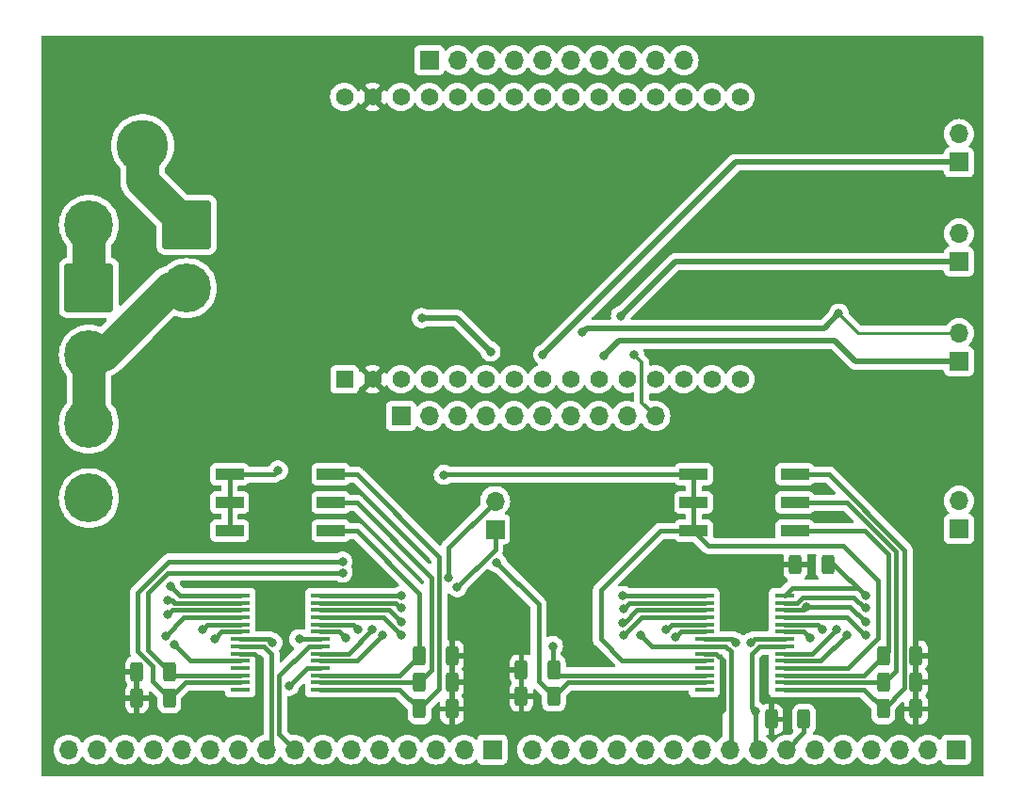
<source format=gbr>
%TF.GenerationSoftware,KiCad,Pcbnew,7.0.8*%
%TF.CreationDate,2023-12-07T20:57:20+01:00*%
%TF.ProjectId,MAIN,4d41494e-2e6b-4696-9361-645f70636258,rev?*%
%TF.SameCoordinates,Original*%
%TF.FileFunction,Copper,L1,Top*%
%TF.FilePolarity,Positive*%
%FSLAX46Y46*%
G04 Gerber Fmt 4.6, Leading zero omitted, Abs format (unit mm)*
G04 Created by KiCad (PCBNEW 7.0.8) date 2023-12-07 20:57:20*
%MOMM*%
%LPD*%
G01*
G04 APERTURE LIST*
G04 Aperture macros list*
%AMRoundRect*
0 Rectangle with rounded corners*
0 $1 Rounding radius*
0 $2 $3 $4 $5 $6 $7 $8 $9 X,Y pos of 4 corners*
0 Add a 4 corners polygon primitive as box body*
4,1,4,$2,$3,$4,$5,$6,$7,$8,$9,$2,$3,0*
0 Add four circle primitives for the rounded corners*
1,1,$1+$1,$2,$3*
1,1,$1+$1,$4,$5*
1,1,$1+$1,$6,$7*
1,1,$1+$1,$8,$9*
0 Add four rect primitives between the rounded corners*
20,1,$1+$1,$2,$3,$4,$5,0*
20,1,$1+$1,$4,$5,$6,$7,0*
20,1,$1+$1,$6,$7,$8,$9,0*
20,1,$1+$1,$8,$9,$2,$3,0*%
G04 Aperture macros list end*
%TA.AperFunction,SMDPad,CuDef*%
%ADD10RoundRect,0.250000X0.312500X0.625000X-0.312500X0.625000X-0.312500X-0.625000X0.312500X-0.625000X0*%
%TD*%
%TA.AperFunction,ComponentPad*%
%ADD11C,4.657000*%
%TD*%
%TA.AperFunction,ComponentPad*%
%ADD12R,1.700000X1.700000*%
%TD*%
%TA.AperFunction,ComponentPad*%
%ADD13O,1.700000X1.700000*%
%TD*%
%TA.AperFunction,SMDPad,CuDef*%
%ADD14RoundRect,0.250000X-0.312500X-0.625000X0.312500X-0.625000X0.312500X0.625000X-0.312500X0.625000X0*%
%TD*%
%TA.AperFunction,SMDPad,CuDef*%
%ADD15R,2.500000X1.000000*%
%TD*%
%TA.AperFunction,ComponentPad*%
%ADD16R,1.560000X1.560000*%
%TD*%
%TA.AperFunction,ComponentPad*%
%ADD17C,1.560000*%
%TD*%
%TA.AperFunction,ComponentPad*%
%ADD18RoundRect,0.249999X1.950001X-1.950001X1.950001X1.950001X-1.950001X1.950001X-1.950001X-1.950001X0*%
%TD*%
%TA.AperFunction,ComponentPad*%
%ADD19C,4.400000*%
%TD*%
%TA.AperFunction,ComponentPad*%
%ADD20RoundRect,0.249999X1.950001X1.950001X-1.950001X1.950001X-1.950001X-1.950001X1.950001X-1.950001X0*%
%TD*%
%TA.AperFunction,SMDPad,CuDef*%
%ADD21R,1.750000X0.450000*%
%TD*%
%TA.AperFunction,ComponentPad*%
%ADD22RoundRect,0.249999X-1.950001X-1.950001X1.950001X-1.950001X1.950001X1.950001X-1.950001X1.950001X0*%
%TD*%
%TA.AperFunction,ViaPad*%
%ADD23C,0.800000*%
%TD*%
%TA.AperFunction,ViaPad*%
%ADD24C,1.400000*%
%TD*%
%TA.AperFunction,Conductor*%
%ADD25C,0.450000*%
%TD*%
%TA.AperFunction,Conductor*%
%ADD26C,0.250000*%
%TD*%
%TA.AperFunction,Conductor*%
%ADD27C,0.350000*%
%TD*%
%TA.AperFunction,Conductor*%
%ADD28C,0.500000*%
%TD*%
%TA.AperFunction,Conductor*%
%ADD29C,0.400000*%
%TD*%
%TA.AperFunction,Conductor*%
%ADD30C,3.000000*%
%TD*%
G04 APERTURE END LIST*
D10*
%TO.P,R9,1*%
%TO.N,Net-(J1-Pin_1)*%
X143712500Y-124900000D03*
%TO.P,R9,2*%
%TO.N,GND*%
X140787500Y-124900000D03*
%TD*%
D11*
%TO.P,J9,1,1*%
%TO.N,Net-(J13-Pin_1)*%
X82120000Y-87180000D03*
%TO.P,J9,2,2*%
%TO.N,GND*%
X77320000Y-84330000D03*
%TO.P,J9,3,3*%
X82120000Y-81430000D03*
%TD*%
D12*
%TO.P,J10,1,Pin_1*%
%TO.N,Net-(J10-Pin_1)*%
X155500000Y-121675000D03*
D13*
%TO.P,J10,2,Pin_2*%
%TO.N,Net-(J10-Pin_2)*%
X155500000Y-119135000D03*
%TD*%
D14*
%TO.P,R11,2*%
%TO.N,GND*%
X151632500Y-137868735D03*
%TO.P,R11,1*%
%TO.N,Net-(S1-NO_3)*%
X148707500Y-137868735D03*
%TD*%
D15*
%TO.P,S1,1,COM_1*%
%TO.N,/3.3*%
X131650000Y-116760000D03*
%TO.P,S1,2,COM_2*%
X131650000Y-119300000D03*
%TO.P,S1,3,COM_3*%
X131650000Y-121840000D03*
%TO.P,S1,4,NO_1*%
%TO.N,Net-(S1-NO_1)*%
X140750000Y-121840000D03*
%TO.P,S1,5,NO_2*%
%TO.N,Net-(S1-NO_2)*%
X140750000Y-119300000D03*
%TO.P,S1,6,NO_3*%
%TO.N,Net-(S1-NO_3)*%
X140750000Y-116760000D03*
%TD*%
D13*
%TO.P,J3,10,Pin_10*%
%TO.N,/COLL_IN_10*%
X128205000Y-111500000D03*
%TO.P,J3,9,Pin_9*%
%TO.N,/COLL_IN_9*%
X125665000Y-111500000D03*
%TO.P,J3,8,Pin_8*%
%TO.N,/BP 1*%
X123125000Y-111500000D03*
%TO.P,J3,7,Pin_7*%
%TO.N,/BP 2*%
X120585000Y-111500000D03*
%TO.P,J3,6,Pin_6*%
%TO.N,/BP 3*%
X118045000Y-111500000D03*
%TO.P,J3,5,Pin_5*%
%TO.N,/COLL_IN_5*%
X115505000Y-111500000D03*
%TO.P,J3,4,Pin_4*%
%TO.N,/COLL_IN_4*%
X112965000Y-111500000D03*
%TO.P,J3,3,Pin_3*%
%TO.N,/COLL_IN_3*%
X110425000Y-111500000D03*
%TO.P,J3,2,Pin_2*%
%TO.N,/COLL_IN_2*%
X107885000Y-111500000D03*
D12*
%TO.P,J3,1,Pin_1*%
%TO.N,/COLL_IN_1*%
X105345000Y-111500000D03*
%TD*%
D10*
%TO.P,R1,1*%
%TO.N,/MCP23017_SS I2C SDA*%
X119092500Y-136740000D03*
%TO.P,R1,2*%
%TO.N,GND*%
X116167500Y-136740000D03*
%TD*%
D12*
%TO.P,J5,1,Pin_1*%
%TO.N,/BP 2*%
X155500000Y-97625000D03*
D13*
%TO.P,J5,2,Pin_2*%
%TO.N,/3.3*%
X155500000Y-95085000D03*
%TD*%
D10*
%TO.P,R2,1*%
%TO.N,/MCP23017_SS I2C SCK*%
X119092500Y-134340000D03*
%TO.P,R2,2*%
%TO.N,GND*%
X116167500Y-134340000D03*
%TD*%
D12*
%TO.P,J12,1,Pin_1*%
%TO.N,/BP 3*%
X155500000Y-88675000D03*
D13*
%TO.P,J12,2,Pin_2*%
%TO.N,/3.3*%
X155500000Y-86135000D03*
%TD*%
D12*
%TO.P,J1,1,Pin_1*%
%TO.N,Net-(J1-Pin_1)*%
X155250000Y-141525000D03*
D13*
%TO.P,J1,2,Pin_2*%
%TO.N,Net-(J1-Pin_2)*%
X152710000Y-141525000D03*
%TO.P,J1,3,Pin_3*%
%TO.N,Net-(J1-Pin_3)*%
X150170000Y-141525000D03*
%TO.P,J1,4,Pin_4*%
%TO.N,Net-(J1-Pin_4)*%
X147630000Y-141525000D03*
%TO.P,J1,5,Pin_5*%
%TO.N,Net-(J1-Pin_5)*%
X145090000Y-141525000D03*
%TO.P,J1,6,Pin_6*%
%TO.N,Net-(J1-Pin_6)*%
X142550000Y-141525000D03*
%TO.P,J1,7,Pin_7*%
%TO.N,Net-(J1-Pin_7)*%
X140010000Y-141525000D03*
%TO.P,J1,8,Pin_8*%
%TO.N,Net-(J1-Pin_8)*%
X137470000Y-141525000D03*
%TO.P,J1,9,Pin_9*%
%TO.N,Net-(J1-Pin_9)*%
X134930000Y-141525000D03*
%TO.P,J1,10,Pin_10*%
%TO.N,Net-(J1-Pin_10)*%
X132390000Y-141525000D03*
%TO.P,J1,11,Pin_11*%
%TO.N,Net-(J1-Pin_11)*%
X129850000Y-141525000D03*
%TO.P,J1,12,Pin_12*%
%TO.N,Net-(J1-Pin_12)*%
X127310000Y-141525000D03*
%TO.P,J1,13,Pin_13*%
%TO.N,Net-(J1-Pin_13)*%
X124770000Y-141525000D03*
%TO.P,J1,14,Pin_14*%
%TO.N,Net-(J1-Pin_14)*%
X122230000Y-141525000D03*
%TO.P,J1,15,Pin_15*%
%TO.N,Net-(J1-Pin_15)*%
X119690000Y-141525000D03*
%TO.P,J1,16,Pin_16*%
%TO.N,Net-(J1-Pin_16)*%
X117150000Y-141525000D03*
%TD*%
D16*
%TO.P,U1,J2-1,3V3*%
%TO.N,/3.3*%
X100265000Y-108200000D03*
D17*
%TO.P,U1,J2-2,GND*%
%TO.N,GND*%
X102805000Y-108200000D03*
%TO.P,U1,J2-3,D15*%
%TO.N,/COLL_IN_1*%
X105345000Y-108200000D03*
%TO.P,U1,J2-4,D2*%
%TO.N,/COLL_IN_2*%
X107885000Y-108200000D03*
%TO.P,U1,J2-5,D4*%
%TO.N,/COLL_IN_3*%
X110425000Y-108200000D03*
%TO.P,U1,J2-6,D16*%
%TO.N,/COLL_IN_4*%
X112965000Y-108200000D03*
%TO.P,U1,J2-7,D17*%
%TO.N,/COLL_IN_5*%
X115505000Y-108200000D03*
%TO.P,U1,J2-8,D5*%
%TO.N,/BP 3*%
X118045000Y-108200000D03*
%TO.P,U1,J2-9,D18*%
%TO.N,/BP 2*%
X120585000Y-108200000D03*
%TO.P,U1,J2-10,D19*%
%TO.N,/BP 1*%
X123125000Y-108200000D03*
%TO.P,U1,J2-11,D21*%
%TO.N,/MCP23017_SS I2C SDA*%
X125665000Y-108200000D03*
%TO.P,U1,J2-12,RX0*%
%TO.N,unconnected-(U1-RX0-PadJ2-12)*%
X128205000Y-108200000D03*
%TO.P,U1,J2-13,TX0*%
%TO.N,unconnected-(U1-TX0-PadJ2-13)*%
X130745000Y-108200000D03*
%TO.P,U1,J2-14,D22*%
%TO.N,/MCP23017_SS I2C SCK*%
X133285000Y-108200000D03*
%TO.P,U1,J2-15,D23*%
%TO.N,/COLL_IN_9*%
X135825000Y-108200000D03*
%TO.P,U1,J3-1,VIN*%
%TO.N,/5V*%
X100265000Y-82800000D03*
%TO.P,U1,J3-2,GND*%
%TO.N,GND*%
X102805000Y-82800000D03*
%TO.P,U1,J3-3,D13*%
%TO.N,/COLL_IN_10*%
X105345000Y-82800000D03*
%TO.P,U1,J3-4,D12*%
%TO.N,/LIGN_IN_1*%
X107885000Y-82800000D03*
%TO.P,U1,J3-5,D14*%
%TO.N,/LIGN_IN_2*%
X110425000Y-82800000D03*
%TO.P,U1,J3-6,D27*%
%TO.N,/LIGN_IN_3*%
X112965000Y-82800000D03*
%TO.P,U1,J3-7,D26*%
%TO.N,/LIGN_IN_4*%
X115505000Y-82800000D03*
%TO.P,U1,J3-8,D25*%
%TO.N,/LIGN_IN_5*%
X118045000Y-82800000D03*
%TO.P,U1,J3-9,D33*%
%TO.N,/LIGN_IN_6*%
X120585000Y-82800000D03*
%TO.P,U1,J3-10,D32*%
%TO.N,/LIGN_IN_7*%
X123125000Y-82800000D03*
%TO.P,U1,J3-11,D35*%
%TO.N,/LIGN_IN_8*%
X125665000Y-82800000D03*
%TO.P,U1,J3-12,D34*%
%TO.N,/LIGN_IN_9*%
X128205000Y-82800000D03*
%TO.P,U1,J3-13,VN*%
%TO.N,/LIGN_IN_10*%
X130745000Y-82800000D03*
%TO.P,U1,J3-14,VP*%
%TO.N,unconnected-(U1-VP-PadJ3-14)*%
X133285000Y-82800000D03*
%TO.P,U1,J3-15,EN*%
%TO.N,unconnected-(U1-EN-PadJ3-15)*%
X135825000Y-82800000D03*
%TD*%
D12*
%TO.P,J6,1,Pin_1*%
%TO.N,/BP 1*%
X155500000Y-106575000D03*
D13*
%TO.P,J6,2,Pin_2*%
%TO.N,/3.3*%
X155500000Y-104035000D03*
%TD*%
D18*
%TO.P,J7,1,Pin_1*%
%TO.N,GND*%
X77290000Y-125600000D03*
D19*
%TO.P,J7,2,Pin_2*%
%TO.N,/COLL_IN_5*%
X77300000Y-118900000D03*
%TO.P,J7,3,Pin_3*%
%TO.N,/5V*%
X77290000Y-112200000D03*
%TD*%
D12*
%TO.P,J2,1,Pin_1*%
%TO.N,Net-(J2-Pin_1)*%
X113550000Y-141525000D03*
D13*
%TO.P,J2,2,Pin_2*%
%TO.N,Net-(J2-Pin_2)*%
X111010000Y-141525000D03*
%TO.P,J2,3,Pin_3*%
%TO.N,Net-(J2-Pin_3)*%
X108470000Y-141525000D03*
%TO.P,J2,4,Pin_4*%
%TO.N,Net-(J2-Pin_4)*%
X105930000Y-141525000D03*
%TO.P,J2,5,Pin_5*%
%TO.N,Net-(J2-Pin_5)*%
X103390000Y-141525000D03*
%TO.P,J2,6,Pin_6*%
%TO.N,Net-(J2-Pin_6)*%
X100850000Y-141525000D03*
%TO.P,J2,7,Pin_7*%
%TO.N,Net-(J2-Pin_7)*%
X98310000Y-141525000D03*
%TO.P,J2,8,Pin_8*%
%TO.N,Net-(J2-Pin_8)*%
X95770000Y-141525000D03*
%TO.P,J2,9,Pin_9*%
%TO.N,Net-(J2-Pin_9)*%
X93230000Y-141525000D03*
%TO.P,J2,10,Pin_10*%
%TO.N,Net-(J2-Pin_10)*%
X90690000Y-141525000D03*
%TO.P,J2,11,Pin_11*%
%TO.N,Net-(J2-Pin_11)*%
X88150000Y-141525000D03*
%TO.P,J2,12,Pin_12*%
%TO.N,Net-(J2-Pin_12)*%
X85610000Y-141525000D03*
%TO.P,J2,13,Pin_13*%
%TO.N,Net-(J2-Pin_13)*%
X83070000Y-141525000D03*
%TO.P,J2,14,Pin_14*%
%TO.N,Net-(J2-Pin_14)*%
X80530000Y-141525000D03*
%TO.P,J2,15,Pin_15*%
%TO.N,Net-(J2-Pin_15)*%
X77990000Y-141525000D03*
%TO.P,J2,16,Pin_16*%
%TO.N,Net-(J2-Pin_16)*%
X75450000Y-141525000D03*
%TD*%
D20*
%TO.P,J13,1,Pin_1*%
%TO.N,Net-(J13-Pin_1)*%
X86100000Y-94300000D03*
D19*
%TO.P,J13,2,Pin_2*%
%TO.N,Net-(J13-Pin_2)*%
X77300000Y-94300000D03*
%TD*%
D14*
%TO.P,R12,2*%
%TO.N,GND*%
X151632500Y-135468735D03*
%TO.P,R12,1*%
%TO.N,Net-(S1-NO_2)*%
X148707500Y-135468735D03*
%TD*%
D21*
%TO.P,U2,1,GPB0*%
%TO.N,Net-(J1-Pin_16)*%
X132600000Y-127675000D03*
%TO.P,U2,2,GPB1*%
%TO.N,Net-(J1-Pin_15)*%
X132600000Y-128325000D03*
%TO.P,U2,3,GPB2*%
%TO.N,Net-(J1-Pin_14)*%
X132600000Y-128975000D03*
%TO.P,U2,4,GPB3*%
%TO.N,Net-(J1-Pin_13)*%
X132600000Y-129625000D03*
%TO.P,U2,5,GPB4*%
%TO.N,Net-(J1-Pin_12)*%
X132600000Y-130275000D03*
%TO.P,U2,6,GPB5*%
%TO.N,Net-(J1-Pin_11)*%
X132600000Y-130925000D03*
%TO.P,U2,7,GPB6*%
%TO.N,Net-(J1-Pin_10)*%
X132600000Y-131575000D03*
%TO.P,U2,8,GPB7*%
%TO.N,Net-(J1-Pin_9)*%
X132600000Y-132225000D03*
%TO.P,U2,9,VDD*%
%TO.N,GND*%
X132600000Y-132875000D03*
%TO.P,U2,10,VSS*%
%TO.N,/3.3*%
X132600000Y-133525000D03*
%TO.P,U2,11,NC*%
%TO.N,unconnected-(U2-NC-Pad11)*%
X132600000Y-134175000D03*
%TO.P,U2,12,SCK*%
%TO.N,/MCP23017_SS I2C SCK*%
X132600000Y-134825000D03*
%TO.P,U2,13,SDA*%
%TO.N,/MCP23017_SS I2C SDA*%
X132600000Y-135475000D03*
%TO.P,U2,14,NC*%
%TO.N,unconnected-(U2-NC-Pad14)*%
X132600000Y-136125000D03*
%TO.P,U2,15,A0*%
%TO.N,Net-(S1-NO_3)*%
X139800000Y-136125000D03*
%TO.P,U2,16,A1*%
%TO.N,Net-(S1-NO_2)*%
X139800000Y-135475000D03*
%TO.P,U2,17,A2*%
%TO.N,Net-(S1-NO_1)*%
X139800000Y-134825000D03*
%TO.P,U2,18,~{RESET}*%
%TO.N,/3.3*%
X139800000Y-134175000D03*
%TO.P,U2,19,INTB*%
%TO.N,Net-(J10-Pin_1)*%
X139800000Y-133525000D03*
%TO.P,U2,20,INTA*%
%TO.N,Net-(J10-Pin_2)*%
X139800000Y-132875000D03*
%TO.P,U2,21,GPA0*%
%TO.N,Net-(J1-Pin_8)*%
X139800000Y-132225000D03*
%TO.P,U2,22,GPA1*%
%TO.N,Net-(J1-Pin_7)*%
X139800000Y-131575000D03*
%TO.P,U2,23,GPA2*%
%TO.N,Net-(J1-Pin_6)*%
X139800000Y-130925000D03*
%TO.P,U2,24,GPA3*%
%TO.N,Net-(J1-Pin_5)*%
X139800000Y-130275000D03*
%TO.P,U2,25,GPA4*%
%TO.N,Net-(J1-Pin_4)*%
X139800000Y-129625000D03*
%TO.P,U2,26,GPA5*%
%TO.N,Net-(J1-Pin_3)*%
X139800000Y-128975000D03*
%TO.P,U2,27,GPA6*%
%TO.N,Net-(J1-Pin_2)*%
X139800000Y-128325000D03*
%TO.P,U2,28,GPA7*%
%TO.N,Net-(J1-Pin_1)*%
X139800000Y-127675000D03*
%TD*%
D14*
%TO.P,R13,2*%
%TO.N,GND*%
X151632500Y-133068735D03*
%TO.P,R13,1*%
%TO.N,Net-(S1-NO_1)*%
X148707500Y-133068735D03*
%TD*%
D22*
%TO.P,J14,1,Pin_1*%
%TO.N,Net-(J13-Pin_2)*%
X77300000Y-100000000D03*
D19*
%TO.P,J14,2,Pin_2*%
%TO.N,/5V*%
X86100000Y-100000000D03*
%TD*%
D14*
%TO.P,R5,1*%
%TO.N,Net-(S2-NO_3)*%
X107007500Y-137868735D03*
%TO.P,R5,2*%
%TO.N,GND*%
X109932500Y-137868735D03*
%TD*%
D12*
%TO.P,J11,1,Pin_1*%
%TO.N,Net-(J11-Pin_1)*%
X113800000Y-121700000D03*
D13*
%TO.P,J11,2,Pin_2*%
%TO.N,Net-(J11-Pin_2)*%
X113800000Y-119160000D03*
%TD*%
D10*
%TO.P,R18,1*%
%TO.N,Net-(J1-Pin_7)*%
X141562500Y-138800000D03*
%TO.P,R18,2*%
%TO.N,GND*%
X138637500Y-138800000D03*
%TD*%
%TO.P,R3,1*%
%TO.N,/MCP23017_SS I2C SDA*%
X84532500Y-136900000D03*
%TO.P,R3,2*%
%TO.N,GND*%
X81607500Y-136900000D03*
%TD*%
D14*
%TO.P,R7,1*%
%TO.N,Net-(S2-NO_1)*%
X107007500Y-133068735D03*
%TO.P,R7,2*%
%TO.N,GND*%
X109932500Y-133068735D03*
%TD*%
%TO.P,R6,1*%
%TO.N,Net-(S2-NO_2)*%
X107007500Y-135468735D03*
%TO.P,R6,2*%
%TO.N,GND*%
X109932500Y-135468735D03*
%TD*%
D12*
%TO.P,J4,1,Pin_1*%
%TO.N,/LIGN_IN_1*%
X107885000Y-79500000D03*
D13*
%TO.P,J4,2,Pin_2*%
%TO.N,/LIGN_IN_2*%
X110425000Y-79500000D03*
%TO.P,J4,3,Pin_3*%
%TO.N,/LIGN_IN_3*%
X112965000Y-79500000D03*
%TO.P,J4,4,Pin_4*%
%TO.N,/LIGN_IN_4*%
X115505000Y-79500000D03*
%TO.P,J4,5,Pin_5*%
%TO.N,/LIGN_IN_5*%
X118045000Y-79500000D03*
%TO.P,J4,6,Pin_6*%
%TO.N,/LIGN_IN_6*%
X120585000Y-79500000D03*
%TO.P,J4,7,Pin_7*%
%TO.N,/LIGN_IN_7*%
X123125000Y-79500000D03*
%TO.P,J4,8,Pin_8*%
%TO.N,/LIGN_IN_8*%
X125665000Y-79500000D03*
%TO.P,J4,9,Pin_9*%
%TO.N,/LIGN_IN_9*%
X128205000Y-79500000D03*
%TO.P,J4,10,Pin_10*%
%TO.N,/LIGN_IN_10*%
X130745000Y-79500000D03*
%TD*%
D15*
%TO.P,S2,1,COM_1*%
%TO.N,/3.3*%
X89950000Y-116760000D03*
%TO.P,S2,2,COM_2*%
X89950000Y-119300000D03*
%TO.P,S2,3,COM_3*%
X89950000Y-121840000D03*
%TO.P,S2,4,NO_1*%
%TO.N,Net-(S2-NO_1)*%
X99050000Y-121840000D03*
%TO.P,S2,5,NO_2*%
%TO.N,Net-(S2-NO_2)*%
X99050000Y-119300000D03*
%TO.P,S2,6,NO_3*%
%TO.N,Net-(S2-NO_3)*%
X99050000Y-116760000D03*
%TD*%
D20*
%TO.P,J8,1,Pin_1*%
%TO.N,GND*%
X86100000Y-106000000D03*
D19*
%TO.P,J8,2,Pin_2*%
%TO.N,/5V*%
X77300000Y-106000000D03*
%TD*%
D21*
%TO.P,U3,1,GPB0*%
%TO.N,Net-(J2-Pin_16)*%
X90900000Y-127675000D03*
%TO.P,U3,2,GPB1*%
%TO.N,Net-(J2-Pin_15)*%
X90900000Y-128325000D03*
%TO.P,U3,3,GPB2*%
%TO.N,Net-(J2-Pin_14)*%
X90900000Y-128975000D03*
%TO.P,U3,4,GPB3*%
%TO.N,Net-(J2-Pin_13)*%
X90900000Y-129625000D03*
%TO.P,U3,5,GPB4*%
%TO.N,Net-(J2-Pin_12)*%
X90900000Y-130275000D03*
%TO.P,U3,6,GPB5*%
%TO.N,Net-(J2-Pin_11)*%
X90900000Y-130925000D03*
%TO.P,U3,7,GPB6*%
%TO.N,Net-(J2-Pin_10)*%
X90900000Y-131575000D03*
%TO.P,U3,8,GPB7*%
%TO.N,Net-(J2-Pin_9)*%
X90900000Y-132225000D03*
%TO.P,U3,9,VDD*%
%TO.N,GND*%
X90900000Y-132875000D03*
%TO.P,U3,10,VSS*%
%TO.N,/3.3*%
X90900000Y-133525000D03*
%TO.P,U3,11,NC*%
%TO.N,unconnected-(U3-NC-Pad11)*%
X90900000Y-134175000D03*
%TO.P,U3,12,SCK*%
%TO.N,/MCP23017_SS I2C SCK*%
X90900000Y-134825000D03*
%TO.P,U3,13,SDA*%
%TO.N,/MCP23017_SS I2C SDA*%
X90900000Y-135475000D03*
%TO.P,U3,14,NC*%
%TO.N,unconnected-(U3-NC-Pad14)*%
X90900000Y-136125000D03*
%TO.P,U3,15,A0*%
%TO.N,Net-(S2-NO_3)*%
X98100000Y-136125000D03*
%TO.P,U3,16,A1*%
%TO.N,Net-(S2-NO_2)*%
X98100000Y-135475000D03*
%TO.P,U3,17,A2*%
%TO.N,Net-(S2-NO_1)*%
X98100000Y-134825000D03*
%TO.P,U3,18,~{RESET}*%
%TO.N,/3.3*%
X98100000Y-134175000D03*
%TO.P,U3,19,INTB*%
%TO.N,Net-(J11-Pin_1)*%
X98100000Y-133525000D03*
%TO.P,U3,20,INTA*%
%TO.N,Net-(J11-Pin_2)*%
X98100000Y-132875000D03*
%TO.P,U3,21,GPA0*%
%TO.N,Net-(J2-Pin_8)*%
X98100000Y-132225000D03*
%TO.P,U3,22,GPA1*%
%TO.N,Net-(J2-Pin_7)*%
X98100000Y-131575000D03*
%TO.P,U3,23,GPA2*%
%TO.N,Net-(J2-Pin_6)*%
X98100000Y-130925000D03*
%TO.P,U3,24,GPA3*%
%TO.N,Net-(J2-Pin_5)*%
X98100000Y-130275000D03*
%TO.P,U3,25,GPA4*%
%TO.N,Net-(J2-Pin_4)*%
X98100000Y-129625000D03*
%TO.P,U3,26,GPA5*%
%TO.N,Net-(J2-Pin_3)*%
X98100000Y-128975000D03*
%TO.P,U3,27,GPA6*%
%TO.N,Net-(J2-Pin_2)*%
X98100000Y-128325000D03*
%TO.P,U3,28,GPA7*%
%TO.N,Net-(J2-Pin_1)*%
X98100000Y-127675000D03*
%TD*%
D10*
%TO.P,R4,1*%
%TO.N,/MCP23017_SS I2C SCK*%
X84532500Y-134500000D03*
%TO.P,R4,2*%
%TO.N,GND*%
X81607500Y-134500000D03*
%TD*%
D23*
%TO.N,Net-(J1-Pin_8)*%
X137200000Y-138100000D03*
%TO.N,/3.3*%
X95300000Y-135800000D03*
%TO.N,Net-(J1-Pin_10)*%
X135457500Y-131917500D03*
%TO.N,Net-(J2-Pin_14)*%
X84400000Y-129400000D03*
%TO.N,Net-(J1-Pin_1)*%
X147075000Y-127697671D03*
%TO.N,Net-(J1-Pin_2)*%
X147075000Y-128800000D03*
%TO.N,Net-(J1-Pin_3)*%
X141800000Y-128700000D03*
X147075000Y-130071657D03*
%TO.N,Net-(J1-Pin_4)*%
X147075000Y-131200000D03*
%TO.N,Net-(J1-Pin_5)*%
X143200000Y-130700000D03*
%TO.N,Net-(J1-Pin_6)*%
X142100000Y-131500000D03*
%TO.N,Net-(J1-Pin_7)*%
X136757500Y-131917494D03*
%TO.N,Net-(J1-Pin_9)*%
X126875000Y-131200000D03*
%TO.N,Net-(J1-Pin_11)*%
X130015522Y-131411607D03*
%TO.N,Net-(J1-Pin_12)*%
X129200000Y-130725000D03*
%TO.N,Net-(J1-Pin_13)*%
X125325000Y-131225000D03*
%TO.N,Net-(J1-Pin_14)*%
X125291636Y-130091636D03*
%TO.N,Net-(J1-Pin_15)*%
X125325000Y-128825000D03*
%TO.N,Net-(J1-Pin_16)*%
X125296847Y-127691217D03*
%TO.N,Net-(J2-Pin_1)*%
X105375000Y-127700000D03*
%TO.N,Net-(J2-Pin_2)*%
X105375000Y-128800000D03*
%TO.N,Net-(J2-Pin_3)*%
X105408364Y-130066636D03*
%TO.N,Net-(J2-Pin_4)*%
X105375000Y-131200000D03*
%TO.N,Net-(J2-Pin_5)*%
X101475000Y-130700000D03*
%TO.N,Net-(J2-Pin_6)*%
X100375000Y-131500000D03*
%TO.N,Net-(J2-Pin_7)*%
X96199986Y-131575000D03*
%TO.N,Net-(J2-Pin_10)*%
X93800000Y-131900000D03*
%TO.N,Net-(J2-Pin_11)*%
X88575000Y-131525000D03*
%TO.N,Net-(J2-Pin_12)*%
X87475000Y-130725000D03*
%TO.N,Net-(J2-Pin_13)*%
X84184826Y-131281862D03*
%TO.N,Net-(J2-Pin_15)*%
X84399160Y-128105095D03*
%TO.N,Net-(J2-Pin_16)*%
X84600000Y-126800000D03*
%TO.N,/COLL_IN_5*%
X113400000Y-105700000D03*
X107200000Y-102700000D03*
%TO.N,/BP 3*%
X118100000Y-106000000D03*
%TO.N,/BP 2*%
X125100000Y-102500000D03*
%TO.N,/BP 1*%
X123600000Y-106100000D03*
%TO.N,/COLL_IN_10*%
X126300000Y-106000000D03*
%TO.N,/3.3*%
X85000000Y-132100000D03*
X121600000Y-104000000D03*
X144700000Y-102300000D03*
X109200000Y-116800000D03*
X94300000Y-116400000D03*
%TO.N,GND*%
X126000000Y-138000000D03*
D24*
X90700000Y-88000000D03*
X154600000Y-129400000D03*
X149700000Y-80000000D03*
D23*
X146375000Y-137575000D03*
D24*
X142700000Y-93400000D03*
X84000000Y-115600000D03*
X94600000Y-121400000D03*
X123057208Y-123820982D03*
X75500000Y-131400000D03*
X141900000Y-100700000D03*
X112700000Y-130400000D03*
D23*
X143825000Y-137575000D03*
D24*
X139500000Y-109900000D03*
X151100000Y-110400000D03*
D23*
X128600000Y-137110076D03*
D24*
X94900000Y-104500000D03*
X82700000Y-124100000D03*
X127900000Y-87800000D03*
X100700000Y-87300000D03*
X122800000Y-95200000D03*
D23*
%TO.N,Net-(J10-Pin_1)*%
X145400000Y-131200000D03*
%TO.N,Net-(J10-Pin_2)*%
X144500000Y-130700000D03*
%TO.N,Net-(J11-Pin_1)*%
X103687500Y-131212500D03*
X110400000Y-126900000D03*
%TO.N,Net-(J11-Pin_2)*%
X109642438Y-126075000D03*
X102787500Y-130712500D03*
%TO.N,/MCP23017_SS I2C SDA*%
X113950054Y-124700000D03*
X100100000Y-124600497D03*
%TO.N,/MCP23017_SS I2C SCK*%
X119000000Y-132200000D03*
X100100000Y-125600000D03*
%TD*%
D25*
%TO.N,Net-(J1-Pin_8)*%
X137200000Y-141255000D02*
X137470000Y-141525000D01*
X137200000Y-138100000D02*
X137200000Y-141255000D01*
X136857500Y-137757500D02*
X137200000Y-138100000D01*
X136857500Y-137500000D02*
X136857500Y-137757500D01*
%TO.N,Net-(J11-Pin_2)*%
X109642438Y-123317562D02*
X109642438Y-126075000D01*
X113800000Y-119160000D02*
X109642438Y-123317562D01*
%TO.N,/3.3*%
X86425000Y-133525000D02*
X85000000Y-132100000D01*
X90900000Y-133525000D02*
X86425000Y-133525000D01*
%TO.N,/MCP23017_SS I2C SDA*%
X83000000Y-135367500D02*
X84532500Y-136900000D01*
X81700000Y-132700404D02*
X83000000Y-134000404D01*
X83000000Y-134000404D02*
X83000000Y-135367500D01*
X81700000Y-127400000D02*
X81700000Y-132700404D01*
X84499503Y-124600497D02*
X81700000Y-127400000D01*
X100100000Y-124600497D02*
X84499503Y-124600497D01*
%TO.N,/MCP23017_SS I2C SCK*%
X84419238Y-125600000D02*
X100100000Y-125600000D01*
X84532500Y-134500000D02*
X82600000Y-132567500D01*
X82600000Y-132567500D02*
X82600000Y-127419238D01*
X82600000Y-127419238D02*
X84419238Y-125600000D01*
%TO.N,/3.3*%
X133010000Y-123200000D02*
X131650000Y-121840000D01*
X148200000Y-126300000D02*
X145100000Y-123200000D01*
X145100000Y-123200000D02*
X133010000Y-123200000D01*
X145525000Y-134175000D02*
X148200000Y-131500000D01*
X148200000Y-131500000D02*
X148200000Y-126300000D01*
X139800000Y-134175000D02*
X145525000Y-134175000D01*
%TO.N,Net-(S1-NO_1)*%
X149150000Y-132650000D02*
X148696250Y-133103750D01*
X149150000Y-123950000D02*
X149150000Y-132650000D01*
X147040000Y-121840000D02*
X149150000Y-123950000D01*
X140750000Y-121840000D02*
X147040000Y-121840000D01*
%TO.N,Net-(S1-NO_3)*%
X150600000Y-136000000D02*
X150600000Y-123561523D01*
X148696250Y-137903750D02*
X150600000Y-136000000D01*
X148707500Y-137868735D02*
X146963765Y-136125000D01*
%TO.N,Net-(S1-NO_2)*%
X148696250Y-135503750D02*
X149800000Y-134400000D01*
X149800000Y-134400000D02*
X149800000Y-123680762D01*
%TO.N,Net-(S1-NO_1)*%
X146951235Y-134825000D02*
X148707500Y-133068735D01*
%TO.N,Net-(S1-NO_2)*%
X148707500Y-135468735D02*
X139806265Y-135468735D01*
%TO.N,Net-(J1-Pin_2)*%
X139800000Y-128325000D02*
X140975000Y-128325000D01*
%TO.N,Net-(J1-Pin_1)*%
X143712500Y-124900000D02*
X144277329Y-124900000D01*
X144277329Y-124900000D02*
X147075000Y-127697671D01*
D26*
X146350000Y-126950000D02*
X147075000Y-127675000D01*
D25*
%TO.N,Net-(J1-Pin_2)*%
X146035602Y-127825000D02*
X147010602Y-128800000D01*
D26*
%TO.N,Net-(J1-Pin_1)*%
X147075000Y-127675000D02*
X147075000Y-127697671D01*
D25*
%TO.N,Net-(J1-Pin_2)*%
X141475000Y-127825000D02*
X146035602Y-127825000D01*
%TO.N,Net-(J1-Pin_4)*%
X147036616Y-131200000D02*
X147075000Y-131200000D01*
X145461616Y-129625000D02*
X147036616Y-131200000D01*
X139800000Y-129625000D02*
X145461616Y-129625000D01*
%TO.N,Net-(J1-Pin_2)*%
X140975000Y-128325000D02*
X141475000Y-127825000D01*
%TO.N,Net-(J1-Pin_3)*%
X145703343Y-128700000D02*
X147075000Y-130071657D01*
X141800000Y-128700000D02*
X145703343Y-128700000D01*
%TO.N,Net-(J1-Pin_2)*%
X147010602Y-128800000D02*
X147075000Y-128800000D01*
%TO.N,Net-(S1-NO_3)*%
X143798477Y-116760000D02*
X140750000Y-116760000D01*
X150600000Y-123561523D02*
X143798477Y-116760000D01*
%TO.N,Net-(S1-NO_2)*%
X145419238Y-119300000D02*
X140750000Y-119300000D01*
X149800000Y-123680762D02*
X145419238Y-119300000D01*
%TO.N,Net-(J1-Pin_9)*%
X135000000Y-132700000D02*
X135000000Y-141455000D01*
X135000000Y-141455000D02*
X134930000Y-141525000D01*
X134525000Y-132225000D02*
X135000000Y-132700000D01*
X132600000Y-132225000D02*
X134525000Y-132225000D01*
%TO.N,/3.3*%
X96925000Y-134175000D02*
X95300000Y-135800000D01*
X98100000Y-134175000D02*
X96925000Y-134175000D01*
%TO.N,Net-(J11-Pin_1)*%
X101375000Y-133525000D02*
X103687500Y-131212500D01*
X98100000Y-133525000D02*
X101375000Y-133525000D01*
%TO.N,Net-(J11-Pin_2)*%
X100625000Y-132875000D02*
X102787500Y-130712500D01*
X98100000Y-132875000D02*
X100625000Y-132875000D01*
%TO.N,Net-(J2-Pin_8)*%
X94400000Y-134873958D02*
X94400000Y-140155000D01*
X97048958Y-132225000D02*
X94400000Y-134873958D01*
X98075000Y-132225000D02*
X97048958Y-132225000D01*
X94400000Y-140155000D02*
X95770001Y-141525001D01*
%TO.N,Net-(J2-Pin_7)*%
X96199986Y-131575000D02*
X98100000Y-131575000D01*
D26*
%TO.N,Net-(J2-Pin_8)*%
X95745001Y-141525001D02*
X95770001Y-141525001D01*
X95745000Y-141525000D02*
X95745001Y-141525001D01*
D27*
%TO.N,/COLL_IN_10*%
X127000000Y-106700000D02*
X126300000Y-106000000D01*
X127000000Y-110295000D02*
X127000000Y-106700000D01*
X128205000Y-111500000D02*
X127000000Y-110295000D01*
D25*
%TO.N,Net-(J1-Pin_3)*%
X139800000Y-128975000D02*
X141525000Y-128975000D01*
X141525000Y-128975000D02*
X141800000Y-128700000D01*
%TO.N,Net-(J1-Pin_6)*%
X141525000Y-130925000D02*
X142100000Y-131500000D01*
%TO.N,Net-(J1-Pin_1)*%
X146350000Y-126950000D02*
X140525000Y-126950000D01*
X140525000Y-126950000D02*
X139800000Y-127675000D01*
%TO.N,Net-(J1-Pin_6)*%
X139800000Y-130925000D02*
X141525000Y-130925000D01*
%TO.N,Net-(J1-Pin_5)*%
X139800000Y-130275000D02*
X142775000Y-130275000D01*
X142775000Y-130275000D02*
X143200000Y-130700000D01*
%TO.N,Net-(J1-Pin_7)*%
X137099994Y-131575000D02*
X136757500Y-131917494D01*
X139800000Y-131575000D02*
X137099994Y-131575000D01*
%TO.N,Net-(J1-Pin_10)*%
X135115000Y-131575000D02*
X135457500Y-131917500D01*
X132600000Y-131575000D02*
X135115000Y-131575000D01*
%TO.N,GND*%
X134300000Y-137900000D02*
X133100000Y-139100000D01*
X133651042Y-132875000D02*
X134300000Y-133523958D01*
X134300000Y-133523958D02*
X134300000Y-137900000D01*
X132600000Y-132875000D02*
X133651042Y-132875000D01*
%TO.N,Net-(J1-Pin_9)*%
X127911607Y-132236607D02*
X126875000Y-131200000D01*
X131548958Y-132225000D02*
X131537351Y-132236607D01*
X132600000Y-132225000D02*
X131548958Y-132225000D01*
X131537351Y-132236607D02*
X127911607Y-132236607D01*
%TO.N,Net-(J1-Pin_11)*%
X132600000Y-130925000D02*
X130502129Y-130925000D01*
X130502129Y-130925000D02*
X130015522Y-131411607D01*
%TO.N,Net-(J1-Pin_12)*%
X129650000Y-130275000D02*
X129200000Y-130725000D01*
X132600000Y-130275000D02*
X129650000Y-130275000D01*
%TO.N,Net-(J1-Pin_16)*%
X125313064Y-127675000D02*
X125296847Y-127691217D01*
X132600000Y-127675000D02*
X125313064Y-127675000D01*
%TO.N,Net-(J1-Pin_15)*%
X125825000Y-128325000D02*
X125325000Y-128825000D01*
X132600000Y-128325000D02*
X125825000Y-128325000D01*
%TO.N,Net-(J1-Pin_14)*%
X125427602Y-130091636D02*
X125291636Y-130091636D01*
X126544238Y-128975000D02*
X125427602Y-130091636D01*
D26*
%TO.N,Net-(J1-Pin_16)*%
X125341217Y-127691217D02*
X125296847Y-127691217D01*
X125350000Y-127700000D02*
X125341217Y-127691217D01*
D25*
%TO.N,Net-(J1-Pin_14)*%
X132600000Y-128975000D02*
X126544238Y-128975000D01*
%TO.N,Net-(J1-Pin_13)*%
X126925000Y-129625000D02*
X125325000Y-131225000D01*
X132600000Y-129625000D02*
X126925000Y-129625000D01*
%TO.N,/3.3*%
X128660000Y-121840000D02*
X131650000Y-121840000D01*
X123300000Y-131600000D02*
X123300000Y-127200000D01*
X132600000Y-133525000D02*
X125225000Y-133525000D01*
X125225000Y-133525000D02*
X123300000Y-131600000D01*
X123300000Y-127200000D02*
X128660000Y-121840000D01*
%TO.N,/MCP23017_SS I2C SCK*%
X119577500Y-134825000D02*
X119000000Y-134247500D01*
X132600000Y-134825000D02*
X119577500Y-134825000D01*
%TO.N,/MCP23017_SS I2C SDA*%
X120357500Y-135475000D02*
X119092500Y-136740000D01*
X132600000Y-135475000D02*
X120357500Y-135475000D01*
%TO.N,Net-(S2-NO_2)*%
X108100000Y-134376235D02*
X107007500Y-135468735D01*
X108100000Y-126025000D02*
X108100000Y-134376235D01*
X101375000Y-119300000D02*
X108100000Y-126025000D01*
X99050000Y-119300000D02*
X101375000Y-119300000D01*
%TO.N,Net-(S2-NO_3)*%
X108800000Y-136076235D02*
X107007500Y-137868735D01*
X108800000Y-124185000D02*
X108800000Y-136076235D01*
X101375000Y-116760000D02*
X108800000Y-124185000D01*
X99050000Y-116760000D02*
X101375000Y-116760000D01*
%TO.N,Net-(J2-Pin_2)*%
X105308273Y-128800000D02*
X105375000Y-128800000D01*
X104833273Y-128325000D02*
X105308273Y-128800000D01*
X98100000Y-128325000D02*
X104833273Y-128325000D01*
%TO.N,Net-(J2-Pin_3)*%
X104316728Y-128975000D02*
X105408364Y-130066636D01*
X98100000Y-128975000D02*
X104316728Y-128975000D01*
%TO.N,Net-(J2-Pin_4)*%
X98100000Y-129625000D02*
X103800000Y-129625000D01*
X103800000Y-129625000D02*
X105375000Y-131200000D01*
%TO.N,Net-(J2-Pin_1)*%
X98100000Y-127675000D02*
X105350000Y-127675000D01*
%TO.N,Net-(J2-Pin_12)*%
X87925000Y-130275000D02*
X90900000Y-130275000D01*
X87475000Y-130725000D02*
X87925000Y-130275000D01*
%TO.N,Net-(J2-Pin_11)*%
X89175000Y-130925000D02*
X90900000Y-130925000D01*
X88575000Y-131525000D02*
X89175000Y-130925000D01*
%TO.N,Net-(J2-Pin_13)*%
X85841688Y-129625000D02*
X84184826Y-131281862D01*
X90900000Y-129625000D02*
X85841688Y-129625000D01*
%TO.N,Net-(J2-Pin_14)*%
X84825000Y-128975000D02*
X90900000Y-128975000D01*
X84400000Y-129400000D02*
X84825000Y-128975000D01*
%TO.N,Net-(J2-Pin_15)*%
X84771822Y-128105095D02*
X84399160Y-128105095D01*
X84991727Y-128325000D02*
X84771822Y-128105095D01*
X90900000Y-128325000D02*
X84991727Y-128325000D01*
%TO.N,Net-(J2-Pin_16)*%
X85475000Y-127675000D02*
X84600000Y-126800000D01*
X90900000Y-127675000D02*
X85475000Y-127675000D01*
D28*
%TO.N,/3.3*%
X122025306Y-103600000D02*
X121612653Y-104012653D01*
X143400000Y-103600000D02*
X122025306Y-103600000D01*
X144700000Y-102300000D02*
X143400000Y-103600000D01*
D26*
X121612653Y-104012653D02*
X121600000Y-104000000D01*
X146435000Y-104035000D02*
X144700000Y-102300000D01*
X155500000Y-104035000D02*
X146435000Y-104035000D01*
D28*
%TO.N,/BP 1*%
X146172918Y-106575000D02*
X155500000Y-106575000D01*
X144330007Y-104732089D02*
X146172918Y-106575000D01*
X124967911Y-104732089D02*
X144330007Y-104732089D01*
X123600000Y-106100000D02*
X124967911Y-104732089D01*
D25*
%TO.N,Net-(J1-Pin_7)*%
X140010000Y-141525000D02*
X141562500Y-139972500D01*
X141562500Y-139972500D02*
X141562500Y-138800000D01*
%TO.N,Net-(J1-Pin_8)*%
X136857500Y-132917500D02*
X136857500Y-137500000D01*
X137532500Y-132242500D02*
X136857500Y-132917500D01*
X139732500Y-132242500D02*
X137532500Y-132242500D01*
D26*
%TO.N,Net-(J1-Pin_9)*%
X132575000Y-132250000D02*
X132600000Y-132225000D01*
%TO.N,Net-(J2-Pin_1)*%
X105375000Y-127700000D02*
X105350000Y-127675000D01*
D25*
%TO.N,Net-(J2-Pin_5)*%
X101050000Y-130275000D02*
X101475000Y-130700000D01*
X98075000Y-130275000D02*
X101050000Y-130275000D01*
%TO.N,Net-(J2-Pin_6)*%
X98075000Y-130925000D02*
X99800000Y-130925000D01*
X99800000Y-130925000D02*
X100375000Y-131500000D01*
%TO.N,Net-(J2-Pin_9)*%
X93700000Y-141055000D02*
X93205000Y-141550000D01*
X90875000Y-132250000D02*
X93050000Y-132250000D01*
X93050000Y-132250000D02*
X93700000Y-132900000D01*
X93700000Y-132900000D02*
X93700000Y-141055000D01*
%TO.N,Net-(J2-Pin_10)*%
X93500000Y-131600000D02*
X93800000Y-131900000D01*
X90875000Y-131600000D02*
X93500000Y-131600000D01*
D29*
%TO.N,Net-(J2-Pin_13)*%
X90900000Y-129625000D02*
X90875000Y-129600000D01*
D28*
%TO.N,/COLL_IN_5*%
X107200000Y-102700000D02*
X110400000Y-102700000D01*
X110400000Y-102700000D02*
X113400000Y-105700000D01*
%TO.N,/BP 3*%
X118100000Y-106000000D02*
X135425000Y-88675000D01*
X135425000Y-88675000D02*
X155500000Y-88675000D01*
%TO.N,/BP 2*%
X129975000Y-97625000D02*
X125100000Y-102500000D01*
X155500000Y-97625000D02*
X129975000Y-97625000D01*
D26*
%TO.N,/BP 1*%
X123125000Y-108061298D02*
X123125000Y-108200000D01*
D25*
%TO.N,/3.3*%
X89950000Y-121840000D02*
X89950000Y-119300000D01*
X93940000Y-116760000D02*
X89950000Y-116760000D01*
X89950000Y-119300000D02*
X89950000Y-116760000D01*
X94300000Y-116400000D02*
X93940000Y-116760000D01*
X131650000Y-121840000D02*
X131650000Y-119300000D01*
X131650000Y-116760000D02*
X131650000Y-119300000D01*
X131650000Y-116760000D02*
X109240000Y-116760000D01*
D26*
X109240000Y-116760000D02*
X109200000Y-116800000D01*
D30*
%TO.N,/5V*%
X84600000Y-100000000D02*
X86100000Y-100000000D01*
X77300000Y-106000000D02*
X78600000Y-106000000D01*
X77290000Y-106010000D02*
X77300000Y-106000000D01*
X77290000Y-112200000D02*
X77290000Y-106010000D01*
X78600000Y-106000000D02*
X84600000Y-100000000D01*
D25*
%TO.N,GND*%
X92175000Y-132875000D02*
X92700000Y-133400000D01*
X92700000Y-133400000D02*
X92700000Y-134600000D01*
X90900000Y-132875000D02*
X92175000Y-132875000D01*
%TO.N,Net-(J10-Pin_1)*%
X139800000Y-133525000D02*
X143075000Y-133525000D01*
X143075000Y-133525000D02*
X145400000Y-131200000D01*
%TO.N,Net-(J10-Pin_2)*%
X142325000Y-132875000D02*
X144500000Y-130700000D01*
X139800000Y-132875000D02*
X142325000Y-132875000D01*
%TO.N,Net-(J11-Pin_1)*%
X113800000Y-123500000D02*
X113800000Y-121700000D01*
X110400000Y-126900000D02*
X113800000Y-123500000D01*
%TO.N,/MCP23017_SS I2C SDA*%
X117700000Y-128449946D02*
X113950054Y-124700000D01*
X84532500Y-136900000D02*
X85957500Y-135475000D01*
X85957500Y-135475000D02*
X90900000Y-135475000D01*
X119092500Y-136740000D02*
X117700000Y-135347500D01*
X117700000Y-135347500D02*
X117700000Y-128449946D01*
D26*
%TO.N,/MCP23017_SS I2C SCK*%
X119000000Y-134247500D02*
X119092500Y-134340000D01*
X84532500Y-134500000D02*
X84857500Y-134825000D01*
D25*
X84857500Y-134825000D02*
X90900000Y-134825000D01*
X119092500Y-134340000D02*
X119382500Y-134050000D01*
X119000000Y-132200000D02*
X119000000Y-134247500D01*
%TO.N,Net-(S2-NO_1)*%
X107007500Y-133068735D02*
X107007500Y-127472500D01*
X98075000Y-134825000D02*
X105226235Y-134825000D01*
X105226235Y-134825000D02*
X106982500Y-133068735D01*
X107007500Y-127472500D02*
X101375000Y-121840000D01*
X101375000Y-121840000D02*
X99050000Y-121840000D01*
D26*
%TO.N,Net-(S2-NO_2)*%
X98081265Y-135468735D02*
X98075000Y-135475000D01*
D25*
X106982500Y-135468735D02*
X98081265Y-135468735D01*
%TO.N,Net-(S2-NO_3)*%
X106982500Y-137868735D02*
X105238765Y-136125000D01*
X105238765Y-136125000D02*
X98075000Y-136125000D01*
%TO.N,Net-(S1-NO_1)*%
X139800000Y-134825000D02*
X146951235Y-134825000D01*
D26*
%TO.N,Net-(S1-NO_2)*%
X139806265Y-135468735D02*
X139800000Y-135475000D01*
D25*
%TO.N,Net-(S1-NO_3)*%
X146963765Y-136125000D02*
X139800000Y-136125000D01*
D30*
%TO.N,Net-(J13-Pin_1)*%
X82120000Y-87180000D02*
X82120000Y-90320000D01*
X82120000Y-90320000D02*
X86100000Y-94300000D01*
%TO.N,Net-(J13-Pin_2)*%
X77300000Y-94300000D02*
X77300000Y-100000000D01*
%TD*%
%TA.AperFunction,Conductor*%
%TO.N,GND*%
G36*
X86200000Y-78400000D02*
G01*
X86200000Y-81300000D01*
X83600000Y-84300000D01*
X83700000Y-84600000D01*
X83480518Y-84697547D01*
X83242415Y-84577968D01*
X83242414Y-84577967D01*
X82932738Y-84465254D01*
X82612084Y-84389258D01*
X82571168Y-84384475D01*
X82284770Y-84351000D01*
X81955230Y-84351000D01*
X81668831Y-84384475D01*
X81627916Y-84389258D01*
X81627914Y-84389258D01*
X81307261Y-84465254D01*
X80997585Y-84577967D01*
X80997584Y-84577968D01*
X80703099Y-84725863D01*
X80427781Y-84906943D01*
X80427773Y-84906949D01*
X80175341Y-85118765D01*
X80175331Y-85118775D01*
X79949189Y-85358469D01*
X79949187Y-85358472D01*
X79752397Y-85622809D01*
X79587631Y-85908191D01*
X79587625Y-85908204D01*
X79457105Y-86210783D01*
X79362589Y-86526490D01*
X79362587Y-86526499D01*
X79305368Y-86851005D01*
X79305367Y-86851016D01*
X79286206Y-87179996D01*
X79286206Y-87180003D01*
X79304577Y-87495422D01*
X78800000Y-88000000D01*
X74300000Y-87800000D01*
X74200000Y-78300000D01*
X86200000Y-78400000D01*
G37*
%TD.AperFunction*%
%TD*%
%TA.AperFunction,Conductor*%
%TO.N,GND*%
G36*
X89200000Y-108900000D02*
G01*
X83000000Y-108900000D01*
X83000000Y-104429134D01*
X84229134Y-103200000D01*
X89200000Y-103200000D01*
X89200000Y-108900000D01*
G37*
%TD.AperFunction*%
%TD*%
%TA.AperFunction,Conductor*%
%TO.N,GND*%
G36*
X129948574Y-122585185D02*
G01*
X129980800Y-122615187D01*
X130042454Y-122697546D01*
X130044052Y-122698742D01*
X130157664Y-122783793D01*
X130157671Y-122783797D01*
X130292517Y-122834091D01*
X130292516Y-122834091D01*
X130299444Y-122834835D01*
X130352127Y-122840500D01*
X131573125Y-122840499D01*
X131640164Y-122860184D01*
X131660806Y-122876818D01*
X132453231Y-123669243D01*
X132465007Y-123682868D01*
X132478698Y-123701258D01*
X132478699Y-123701259D01*
X132478700Y-123701260D01*
X132517327Y-123733673D01*
X132521316Y-123737328D01*
X132526873Y-123742885D01*
X132546535Y-123758431D01*
X132551739Y-123762547D01*
X132608622Y-123810277D01*
X132614654Y-123814244D01*
X132614600Y-123814326D01*
X132620339Y-123817982D01*
X132620391Y-123817898D01*
X132626533Y-123821686D01*
X132626536Y-123821689D01*
X132626539Y-123821690D01*
X132626540Y-123821691D01*
X132693822Y-123853065D01*
X132715940Y-123864172D01*
X132760175Y-123886388D01*
X132760180Y-123886389D01*
X132766967Y-123888860D01*
X132766933Y-123888951D01*
X132773363Y-123891186D01*
X132773394Y-123891093D01*
X132780239Y-123893361D01*
X132780240Y-123893361D01*
X132780244Y-123893363D01*
X132852939Y-123908373D01*
X132911090Y-123922155D01*
X132925196Y-123925499D01*
X132925197Y-123925499D01*
X132925201Y-123925500D01*
X132925205Y-123925500D01*
X132932374Y-123926338D01*
X132932362Y-123926435D01*
X132939134Y-123927127D01*
X132939143Y-123927030D01*
X132946332Y-123927659D01*
X132946336Y-123927658D01*
X132946337Y-123927659D01*
X133020533Y-123925500D01*
X139628989Y-123925500D01*
X139696028Y-123945185D01*
X139741783Y-123997989D01*
X139751727Y-124067147D01*
X139746695Y-124088505D01*
X139735494Y-124122305D01*
X139735493Y-124122309D01*
X139725000Y-124225013D01*
X139725000Y-124650000D01*
X141849999Y-124650000D01*
X141849999Y-124225028D01*
X141849998Y-124225013D01*
X141839505Y-124122302D01*
X141828306Y-124088504D01*
X141825904Y-124018676D01*
X141861636Y-123958634D01*
X141924156Y-123927441D01*
X141946012Y-123925500D01*
X142553462Y-123925500D01*
X142620501Y-123945185D01*
X142666256Y-123997989D01*
X142676200Y-124067147D01*
X142671168Y-124088501D01*
X142663658Y-124111166D01*
X142660001Y-124122203D01*
X142660000Y-124122204D01*
X142649500Y-124224983D01*
X142649500Y-125575001D01*
X142649501Y-125575018D01*
X142660000Y-125677796D01*
X142660001Y-125677799D01*
X142715115Y-125844119D01*
X142715186Y-125844334D01*
X142807096Y-125993345D01*
X142807289Y-125993657D01*
X142826451Y-126012819D01*
X142859936Y-126074142D01*
X142854952Y-126143834D01*
X142813080Y-126199767D01*
X142747616Y-126224184D01*
X142738770Y-126224500D01*
X141760523Y-126224500D01*
X141693484Y-126204815D01*
X141647729Y-126152011D01*
X141637785Y-126082853D01*
X141666810Y-126019297D01*
X141672842Y-126012819D01*
X141692315Y-125993345D01*
X141784356Y-125844124D01*
X141784358Y-125844119D01*
X141839505Y-125677697D01*
X141839506Y-125677690D01*
X141849999Y-125574986D01*
X141850000Y-125574973D01*
X141850000Y-125150000D01*
X139725001Y-125150000D01*
X139725001Y-125574986D01*
X139735494Y-125677697D01*
X139790641Y-125844119D01*
X139790643Y-125844124D01*
X139882684Y-125993345D01*
X140006654Y-126117315D01*
X140078733Y-126161774D01*
X140125457Y-126213722D01*
X140136680Y-126282685D01*
X140108836Y-126346767D01*
X140078739Y-126372848D01*
X140071958Y-126377030D01*
X140066289Y-126381513D01*
X140066230Y-126381438D01*
X140060953Y-126385737D01*
X140061014Y-126385809D01*
X140055489Y-126390445D01*
X140004529Y-126444458D01*
X139535806Y-126913181D01*
X139474483Y-126946666D01*
X139448125Y-126949500D01*
X138877129Y-126949500D01*
X138877123Y-126949501D01*
X138817516Y-126955908D01*
X138682671Y-127006202D01*
X138682664Y-127006206D01*
X138567455Y-127092452D01*
X138567452Y-127092455D01*
X138481206Y-127207664D01*
X138481202Y-127207671D01*
X138430910Y-127342513D01*
X138430909Y-127342517D01*
X138424500Y-127402127D01*
X138424500Y-127402134D01*
X138424500Y-127402135D01*
X138424500Y-127947869D01*
X138424501Y-127947878D01*
X138428679Y-127986745D01*
X138428679Y-128013250D01*
X138424500Y-128052122D01*
X138424500Y-128597869D01*
X138424501Y-128597878D01*
X138428679Y-128636745D01*
X138428679Y-128663250D01*
X138424500Y-128702122D01*
X138424500Y-129247869D01*
X138424501Y-129247878D01*
X138428679Y-129286745D01*
X138428679Y-129313250D01*
X138424500Y-129352122D01*
X138424500Y-129897869D01*
X138424501Y-129897878D01*
X138428679Y-129936745D01*
X138428679Y-129963250D01*
X138424500Y-130002122D01*
X138424500Y-130547869D01*
X138424501Y-130547878D01*
X138428679Y-130586745D01*
X138428679Y-130613251D01*
X138424500Y-130652123D01*
X138424500Y-130725500D01*
X138404815Y-130792539D01*
X138352011Y-130838294D01*
X138300500Y-130849500D01*
X137161882Y-130849500D01*
X137143913Y-130848191D01*
X137121236Y-130844869D01*
X137083278Y-130848191D01*
X137071010Y-130849264D01*
X137065610Y-130849500D01*
X137057734Y-130849500D01*
X137026255Y-130853179D01*
X136952290Y-130859650D01*
X136945223Y-130861110D01*
X136945203Y-130861016D01*
X136938550Y-130862491D01*
X136938572Y-130862583D01*
X136931548Y-130864247D01*
X136861781Y-130889641D01*
X136791301Y-130912995D01*
X136784751Y-130916050D01*
X136784710Y-130915962D01*
X136778585Y-130918927D01*
X136778629Y-130919014D01*
X136772173Y-130922256D01*
X136710146Y-130963052D01*
X136646950Y-131002031D01*
X136641284Y-131006512D01*
X136639852Y-131004701D01*
X136588255Y-131032848D01*
X136587729Y-131032961D01*
X136477696Y-131056350D01*
X136477692Y-131056351D01*
X136304770Y-131133342D01*
X136304766Y-131133345D01*
X136180379Y-131223716D01*
X136114573Y-131247195D01*
X136046519Y-131231369D01*
X136034610Y-131223715D01*
X135910234Y-131133351D01*
X135910229Y-131133348D01*
X135737307Y-131056357D01*
X135737302Y-131056355D01*
X135617921Y-131030980D01*
X135563996Y-131004679D01*
X135516386Y-130964729D01*
X135510348Y-130960758D01*
X135510401Y-130960676D01*
X135504656Y-130957017D01*
X135504605Y-130957100D01*
X135498458Y-130953308D01*
X135431183Y-130921938D01*
X135364821Y-130888610D01*
X135358035Y-130886140D01*
X135358067Y-130886050D01*
X135351641Y-130883816D01*
X135351611Y-130883908D01*
X135344755Y-130881636D01*
X135272050Y-130866623D01*
X135199792Y-130849498D01*
X135192624Y-130848661D01*
X135192635Y-130848564D01*
X135185867Y-130847872D01*
X135185859Y-130847969D01*
X135178668Y-130847339D01*
X135104432Y-130849500D01*
X134099499Y-130849500D01*
X134032460Y-130829815D01*
X133986705Y-130777011D01*
X133975499Y-130725500D01*
X133975499Y-130652128D01*
X133975498Y-130652111D01*
X133971320Y-130613253D01*
X133971320Y-130586745D01*
X133975500Y-130547873D01*
X133975499Y-130002128D01*
X133975499Y-130002127D01*
X133975498Y-130002111D01*
X133971320Y-129963253D01*
X133971320Y-129936745D01*
X133975500Y-129897873D01*
X133975499Y-129352128D01*
X133975499Y-129352127D01*
X133975498Y-129352111D01*
X133971320Y-129313253D01*
X133971320Y-129286745D01*
X133975500Y-129247873D01*
X133975499Y-128702128D01*
X133975499Y-128702127D01*
X133975498Y-128702111D01*
X133971320Y-128663253D01*
X133971320Y-128636744D01*
X133975500Y-128597873D01*
X133975499Y-128052128D01*
X133975499Y-128052127D01*
X133975498Y-128052111D01*
X133971320Y-128013253D01*
X133971320Y-127986745D01*
X133975500Y-127947873D01*
X133975499Y-127402128D01*
X133969091Y-127342517D01*
X133966786Y-127336338D01*
X133918797Y-127207671D01*
X133918793Y-127207664D01*
X133832547Y-127092455D01*
X133832544Y-127092452D01*
X133717335Y-127006206D01*
X133717328Y-127006202D01*
X133582482Y-126955908D01*
X133582483Y-126955908D01*
X133522883Y-126949501D01*
X133522881Y-126949500D01*
X133522873Y-126949500D01*
X133522865Y-126949500D01*
X125848273Y-126949500D01*
X125781234Y-126929815D01*
X125775388Y-126925818D01*
X125749581Y-126907068D01*
X125749576Y-126907065D01*
X125576654Y-126830074D01*
X125576649Y-126830072D01*
X125428660Y-126798617D01*
X125391493Y-126790717D01*
X125202201Y-126790717D01*
X125202199Y-126790717D01*
X125018729Y-126829714D01*
X124949062Y-126824398D01*
X124893329Y-126782260D01*
X124869224Y-126716680D01*
X124884401Y-126648479D01*
X124905264Y-126620747D01*
X128924193Y-122601819D01*
X128985516Y-122568334D01*
X129011874Y-122565500D01*
X129881535Y-122565500D01*
X129948574Y-122585185D01*
G37*
%TD.AperFunction*%
%TA.AperFunction,Conductor*%
G36*
X157642539Y-77320185D02*
G01*
X157688294Y-77372989D01*
X157699500Y-77424500D01*
X157699500Y-143775500D01*
X157679815Y-143842539D01*
X157627011Y-143888294D01*
X157575500Y-143899500D01*
X73124500Y-143899500D01*
X73057461Y-143879815D01*
X73011706Y-143827011D01*
X73000500Y-143775500D01*
X73000500Y-141525000D01*
X74094341Y-141525000D01*
X74114936Y-141760403D01*
X74114938Y-141760413D01*
X74176094Y-141988655D01*
X74176096Y-141988659D01*
X74176097Y-141988663D01*
X74180000Y-141997032D01*
X74275965Y-142202830D01*
X74275967Y-142202834D01*
X74384281Y-142357521D01*
X74411505Y-142396401D01*
X74578599Y-142563495D01*
X74675384Y-142631265D01*
X74772165Y-142699032D01*
X74772167Y-142699033D01*
X74772170Y-142699035D01*
X74986337Y-142798903D01*
X75214592Y-142860063D01*
X75391034Y-142875500D01*
X75449999Y-142880659D01*
X75450000Y-142880659D01*
X75450001Y-142880659D01*
X75508966Y-142875500D01*
X75685408Y-142860063D01*
X75913663Y-142798903D01*
X76127830Y-142699035D01*
X76321401Y-142563495D01*
X76488495Y-142396401D01*
X76618425Y-142210842D01*
X76673002Y-142167217D01*
X76742500Y-142160023D01*
X76804855Y-142191546D01*
X76821575Y-142210842D01*
X76951500Y-142396395D01*
X76951505Y-142396401D01*
X77118599Y-142563495D01*
X77215384Y-142631265D01*
X77312165Y-142699032D01*
X77312167Y-142699033D01*
X77312170Y-142699035D01*
X77526337Y-142798903D01*
X77754592Y-142860063D01*
X77931034Y-142875500D01*
X77989999Y-142880659D01*
X77990000Y-142880659D01*
X77990001Y-142880659D01*
X78048966Y-142875500D01*
X78225408Y-142860063D01*
X78453663Y-142798903D01*
X78667830Y-142699035D01*
X78861401Y-142563495D01*
X79028495Y-142396401D01*
X79158425Y-142210842D01*
X79213002Y-142167217D01*
X79282500Y-142160023D01*
X79344855Y-142191546D01*
X79361575Y-142210842D01*
X79491500Y-142396395D01*
X79491505Y-142396401D01*
X79658599Y-142563495D01*
X79755384Y-142631265D01*
X79852165Y-142699032D01*
X79852167Y-142699033D01*
X79852170Y-142699035D01*
X80066337Y-142798903D01*
X80294592Y-142860063D01*
X80471034Y-142875500D01*
X80529999Y-142880659D01*
X80530000Y-142880659D01*
X80530001Y-142880659D01*
X80588966Y-142875500D01*
X80765408Y-142860063D01*
X80993663Y-142798903D01*
X81207830Y-142699035D01*
X81401401Y-142563495D01*
X81568495Y-142396401D01*
X81698425Y-142210842D01*
X81753002Y-142167217D01*
X81822500Y-142160023D01*
X81884855Y-142191546D01*
X81901575Y-142210842D01*
X82031500Y-142396395D01*
X82031505Y-142396401D01*
X82198599Y-142563495D01*
X82295384Y-142631265D01*
X82392165Y-142699032D01*
X82392167Y-142699033D01*
X82392170Y-142699035D01*
X82606337Y-142798903D01*
X82834592Y-142860063D01*
X83011034Y-142875500D01*
X83069999Y-142880659D01*
X83070000Y-142880659D01*
X83070001Y-142880659D01*
X83128966Y-142875500D01*
X83305408Y-142860063D01*
X83533663Y-142798903D01*
X83747830Y-142699035D01*
X83941401Y-142563495D01*
X84108495Y-142396401D01*
X84238425Y-142210842D01*
X84293002Y-142167217D01*
X84362500Y-142160023D01*
X84424855Y-142191546D01*
X84441575Y-142210842D01*
X84571500Y-142396395D01*
X84571505Y-142396401D01*
X84738599Y-142563495D01*
X84835384Y-142631265D01*
X84932165Y-142699032D01*
X84932167Y-142699033D01*
X84932170Y-142699035D01*
X85146337Y-142798903D01*
X85374592Y-142860063D01*
X85551034Y-142875500D01*
X85609999Y-142880659D01*
X85610000Y-142880659D01*
X85610001Y-142880659D01*
X85668966Y-142875500D01*
X85845408Y-142860063D01*
X86073663Y-142798903D01*
X86287830Y-142699035D01*
X86481401Y-142563495D01*
X86648495Y-142396401D01*
X86778425Y-142210842D01*
X86833002Y-142167217D01*
X86902500Y-142160023D01*
X86964855Y-142191546D01*
X86981575Y-142210842D01*
X87111500Y-142396395D01*
X87111505Y-142396401D01*
X87278599Y-142563495D01*
X87375384Y-142631265D01*
X87472165Y-142699032D01*
X87472167Y-142699033D01*
X87472170Y-142699035D01*
X87686337Y-142798903D01*
X87914592Y-142860063D01*
X88091034Y-142875500D01*
X88149999Y-142880659D01*
X88150000Y-142880659D01*
X88150001Y-142880659D01*
X88208966Y-142875500D01*
X88385408Y-142860063D01*
X88613663Y-142798903D01*
X88827830Y-142699035D01*
X89021401Y-142563495D01*
X89188495Y-142396401D01*
X89318425Y-142210842D01*
X89373002Y-142167217D01*
X89442500Y-142160023D01*
X89504855Y-142191546D01*
X89521575Y-142210842D01*
X89651500Y-142396395D01*
X89651505Y-142396401D01*
X89818599Y-142563495D01*
X89915384Y-142631265D01*
X90012165Y-142699032D01*
X90012167Y-142699033D01*
X90012170Y-142699035D01*
X90226337Y-142798903D01*
X90454592Y-142860063D01*
X90631034Y-142875500D01*
X90689999Y-142880659D01*
X90690000Y-142880659D01*
X90690001Y-142880659D01*
X90748966Y-142875500D01*
X90925408Y-142860063D01*
X91153663Y-142798903D01*
X91367830Y-142699035D01*
X91561401Y-142563495D01*
X91728495Y-142396401D01*
X91858425Y-142210842D01*
X91913002Y-142167217D01*
X91982500Y-142160023D01*
X92044855Y-142191546D01*
X92061575Y-142210842D01*
X92191500Y-142396395D01*
X92191505Y-142396401D01*
X92358599Y-142563495D01*
X92455384Y-142631265D01*
X92552165Y-142699032D01*
X92552167Y-142699033D01*
X92552170Y-142699035D01*
X92766337Y-142798903D01*
X92994592Y-142860063D01*
X93171034Y-142875500D01*
X93229999Y-142880659D01*
X93230000Y-142880659D01*
X93230001Y-142880659D01*
X93288966Y-142875500D01*
X93465408Y-142860063D01*
X93693663Y-142798903D01*
X93907830Y-142699035D01*
X94101401Y-142563495D01*
X94268495Y-142396401D01*
X94398425Y-142210842D01*
X94453002Y-142167217D01*
X94522500Y-142160023D01*
X94584855Y-142191546D01*
X94601575Y-142210842D01*
X94731500Y-142396395D01*
X94731505Y-142396401D01*
X94898599Y-142563495D01*
X94995384Y-142631265D01*
X95092165Y-142699032D01*
X95092167Y-142699033D01*
X95092170Y-142699035D01*
X95306337Y-142798903D01*
X95534592Y-142860063D01*
X95711034Y-142875500D01*
X95769999Y-142880659D01*
X95770000Y-142880659D01*
X95770001Y-142880659D01*
X95828966Y-142875500D01*
X96005408Y-142860063D01*
X96233663Y-142798903D01*
X96447830Y-142699035D01*
X96641401Y-142563495D01*
X96808495Y-142396401D01*
X96938425Y-142210842D01*
X96993002Y-142167217D01*
X97062500Y-142160023D01*
X97124855Y-142191546D01*
X97141575Y-142210842D01*
X97271500Y-142396395D01*
X97271505Y-142396401D01*
X97438599Y-142563495D01*
X97535384Y-142631265D01*
X97632165Y-142699032D01*
X97632167Y-142699033D01*
X97632170Y-142699035D01*
X97846337Y-142798903D01*
X98074592Y-142860063D01*
X98251034Y-142875500D01*
X98309999Y-142880659D01*
X98310000Y-142880659D01*
X98310001Y-142880659D01*
X98368966Y-142875500D01*
X98545408Y-142860063D01*
X98773663Y-142798903D01*
X98987830Y-142699035D01*
X99181401Y-142563495D01*
X99348495Y-142396401D01*
X99478425Y-142210842D01*
X99533002Y-142167217D01*
X99602500Y-142160023D01*
X99664855Y-142191546D01*
X99681575Y-142210842D01*
X99811500Y-142396395D01*
X99811505Y-142396401D01*
X99978599Y-142563495D01*
X100075384Y-142631265D01*
X100172165Y-142699032D01*
X100172167Y-142699033D01*
X100172170Y-142699035D01*
X100386337Y-142798903D01*
X100614592Y-142860063D01*
X100791034Y-142875500D01*
X100849999Y-142880659D01*
X100850000Y-142880659D01*
X100850001Y-142880659D01*
X100908966Y-142875500D01*
X101085408Y-142860063D01*
X101313663Y-142798903D01*
X101527830Y-142699035D01*
X101721401Y-142563495D01*
X101888495Y-142396401D01*
X102018425Y-142210842D01*
X102073002Y-142167217D01*
X102142500Y-142160023D01*
X102204855Y-142191546D01*
X102221575Y-142210842D01*
X102351500Y-142396395D01*
X102351505Y-142396401D01*
X102518599Y-142563495D01*
X102615384Y-142631265D01*
X102712165Y-142699032D01*
X102712167Y-142699033D01*
X102712170Y-142699035D01*
X102926337Y-142798903D01*
X103154592Y-142860063D01*
X103331034Y-142875500D01*
X103389999Y-142880659D01*
X103390000Y-142880659D01*
X103390001Y-142880659D01*
X103448966Y-142875500D01*
X103625408Y-142860063D01*
X103853663Y-142798903D01*
X104067830Y-142699035D01*
X104261401Y-142563495D01*
X104428495Y-142396401D01*
X104558425Y-142210842D01*
X104613002Y-142167217D01*
X104682500Y-142160023D01*
X104744855Y-142191546D01*
X104761575Y-142210842D01*
X104891500Y-142396395D01*
X104891505Y-142396401D01*
X105058599Y-142563495D01*
X105155384Y-142631265D01*
X105252165Y-142699032D01*
X105252167Y-142699033D01*
X105252170Y-142699035D01*
X105466337Y-142798903D01*
X105694592Y-142860063D01*
X105871034Y-142875500D01*
X105929999Y-142880659D01*
X105930000Y-142880659D01*
X105930001Y-142880659D01*
X105988966Y-142875500D01*
X106165408Y-142860063D01*
X106393663Y-142798903D01*
X106607830Y-142699035D01*
X106801401Y-142563495D01*
X106968495Y-142396401D01*
X107098425Y-142210842D01*
X107153002Y-142167217D01*
X107222500Y-142160023D01*
X107284855Y-142191546D01*
X107301575Y-142210842D01*
X107431500Y-142396395D01*
X107431505Y-142396401D01*
X107598599Y-142563495D01*
X107695384Y-142631265D01*
X107792165Y-142699032D01*
X107792167Y-142699033D01*
X107792170Y-142699035D01*
X108006337Y-142798903D01*
X108234592Y-142860063D01*
X108411034Y-142875500D01*
X108469999Y-142880659D01*
X108470000Y-142880659D01*
X108470001Y-142880659D01*
X108528966Y-142875500D01*
X108705408Y-142860063D01*
X108933663Y-142798903D01*
X109147830Y-142699035D01*
X109341401Y-142563495D01*
X109508495Y-142396401D01*
X109638425Y-142210842D01*
X109693002Y-142167217D01*
X109762500Y-142160023D01*
X109824855Y-142191546D01*
X109841575Y-142210842D01*
X109971500Y-142396395D01*
X109971505Y-142396401D01*
X110138599Y-142563495D01*
X110235384Y-142631265D01*
X110332165Y-142699032D01*
X110332167Y-142699033D01*
X110332170Y-142699035D01*
X110546337Y-142798903D01*
X110774592Y-142860063D01*
X110951034Y-142875500D01*
X111009999Y-142880659D01*
X111010000Y-142880659D01*
X111010001Y-142880659D01*
X111068966Y-142875500D01*
X111245408Y-142860063D01*
X111473663Y-142798903D01*
X111687830Y-142699035D01*
X111881401Y-142563495D01*
X112003329Y-142441566D01*
X112064648Y-142408084D01*
X112134340Y-142413068D01*
X112190274Y-142454939D01*
X112207189Y-142485917D01*
X112256202Y-142617328D01*
X112256206Y-142617335D01*
X112342452Y-142732544D01*
X112342455Y-142732547D01*
X112457664Y-142818793D01*
X112457671Y-142818797D01*
X112592517Y-142869091D01*
X112592516Y-142869091D01*
X112599444Y-142869835D01*
X112652127Y-142875500D01*
X114447872Y-142875499D01*
X114507483Y-142869091D01*
X114642331Y-142818796D01*
X114757546Y-142732546D01*
X114843796Y-142617331D01*
X114894091Y-142482483D01*
X114900500Y-142422873D01*
X114900499Y-140627128D01*
X114894091Y-140567517D01*
X114892810Y-140564083D01*
X114843797Y-140432671D01*
X114843793Y-140432664D01*
X114757547Y-140317455D01*
X114757544Y-140317452D01*
X114642335Y-140231206D01*
X114642328Y-140231202D01*
X114507482Y-140180908D01*
X114507483Y-140180908D01*
X114447883Y-140174501D01*
X114447881Y-140174500D01*
X114447873Y-140174500D01*
X114447864Y-140174500D01*
X112652129Y-140174500D01*
X112652123Y-140174501D01*
X112592516Y-140180908D01*
X112457671Y-140231202D01*
X112457664Y-140231206D01*
X112342455Y-140317452D01*
X112342452Y-140317455D01*
X112256206Y-140432664D01*
X112256203Y-140432669D01*
X112207189Y-140564083D01*
X112165317Y-140620016D01*
X112099853Y-140644433D01*
X112031580Y-140629581D01*
X112003326Y-140608430D01*
X111881402Y-140486506D01*
X111881395Y-140486501D01*
X111687834Y-140350967D01*
X111687830Y-140350965D01*
X111649733Y-140333200D01*
X111473663Y-140251097D01*
X111473659Y-140251096D01*
X111473655Y-140251094D01*
X111245413Y-140189938D01*
X111245403Y-140189936D01*
X111010001Y-140169341D01*
X111009999Y-140169341D01*
X110774596Y-140189936D01*
X110774586Y-140189938D01*
X110546344Y-140251094D01*
X110546335Y-140251098D01*
X110332171Y-140350964D01*
X110332169Y-140350965D01*
X110138597Y-140486505D01*
X109971505Y-140653597D01*
X109841575Y-140839158D01*
X109786998Y-140882783D01*
X109717500Y-140889977D01*
X109655145Y-140858454D01*
X109638425Y-140839158D01*
X109508494Y-140653597D01*
X109341402Y-140486506D01*
X109341395Y-140486501D01*
X109147834Y-140350967D01*
X109147830Y-140350965D01*
X109109733Y-140333200D01*
X108933663Y-140251097D01*
X108933659Y-140251096D01*
X108933655Y-140251094D01*
X108705413Y-140189938D01*
X108705403Y-140189936D01*
X108470001Y-140169341D01*
X108469999Y-140169341D01*
X108234596Y-140189936D01*
X108234586Y-140189938D01*
X108006344Y-140251094D01*
X108006335Y-140251098D01*
X107792171Y-140350964D01*
X107792169Y-140350965D01*
X107598597Y-140486505D01*
X107431505Y-140653597D01*
X107301575Y-140839158D01*
X107246998Y-140882783D01*
X107177500Y-140889977D01*
X107115145Y-140858454D01*
X107098425Y-140839158D01*
X106968494Y-140653597D01*
X106801402Y-140486506D01*
X106801395Y-140486501D01*
X106607834Y-140350967D01*
X106607830Y-140350965D01*
X106569733Y-140333200D01*
X106393663Y-140251097D01*
X106393659Y-140251096D01*
X106393655Y-140251094D01*
X106165413Y-140189938D01*
X106165403Y-140189936D01*
X105930001Y-140169341D01*
X105929999Y-140169341D01*
X105694596Y-140189936D01*
X105694586Y-140189938D01*
X105466344Y-140251094D01*
X105466335Y-140251098D01*
X105252171Y-140350964D01*
X105252169Y-140350965D01*
X105058597Y-140486505D01*
X104891505Y-140653597D01*
X104761575Y-140839158D01*
X104706998Y-140882783D01*
X104637500Y-140889977D01*
X104575145Y-140858454D01*
X104558425Y-140839158D01*
X104428494Y-140653597D01*
X104261402Y-140486506D01*
X104261395Y-140486501D01*
X104067834Y-140350967D01*
X104067830Y-140350965D01*
X104029733Y-140333200D01*
X103853663Y-140251097D01*
X103853659Y-140251096D01*
X103853655Y-140251094D01*
X103625413Y-140189938D01*
X103625403Y-140189936D01*
X103390001Y-140169341D01*
X103389999Y-140169341D01*
X103154596Y-140189936D01*
X103154586Y-140189938D01*
X102926344Y-140251094D01*
X102926335Y-140251098D01*
X102712171Y-140350964D01*
X102712169Y-140350965D01*
X102518597Y-140486505D01*
X102351505Y-140653597D01*
X102221575Y-140839158D01*
X102166998Y-140882783D01*
X102097500Y-140889977D01*
X102035145Y-140858454D01*
X102018425Y-140839158D01*
X101888494Y-140653597D01*
X101721402Y-140486506D01*
X101721395Y-140486501D01*
X101527834Y-140350967D01*
X101527830Y-140350965D01*
X101489733Y-140333200D01*
X101313663Y-140251097D01*
X101313659Y-140251096D01*
X101313655Y-140251094D01*
X101085413Y-140189938D01*
X101085403Y-140189936D01*
X100850001Y-140169341D01*
X100849999Y-140169341D01*
X100614596Y-140189936D01*
X100614586Y-140189938D01*
X100386344Y-140251094D01*
X100386335Y-140251098D01*
X100172171Y-140350964D01*
X100172169Y-140350965D01*
X99978597Y-140486505D01*
X99811505Y-140653597D01*
X99681575Y-140839158D01*
X99626998Y-140882783D01*
X99557500Y-140889977D01*
X99495145Y-140858454D01*
X99478425Y-140839158D01*
X99348494Y-140653597D01*
X99181402Y-140486506D01*
X99181395Y-140486501D01*
X98987834Y-140350967D01*
X98987830Y-140350965D01*
X98949733Y-140333200D01*
X98773663Y-140251097D01*
X98773659Y-140251096D01*
X98773655Y-140251094D01*
X98545413Y-140189938D01*
X98545403Y-140189936D01*
X98310001Y-140169341D01*
X98309999Y-140169341D01*
X98074596Y-140189936D01*
X98074586Y-140189938D01*
X97846344Y-140251094D01*
X97846335Y-140251098D01*
X97632171Y-140350964D01*
X97632169Y-140350965D01*
X97438597Y-140486505D01*
X97271505Y-140653597D01*
X97141575Y-140839158D01*
X97086998Y-140882783D01*
X97017500Y-140889977D01*
X96955145Y-140858454D01*
X96938425Y-140839158D01*
X96808494Y-140653597D01*
X96641402Y-140486506D01*
X96641395Y-140486501D01*
X96447834Y-140350967D01*
X96447830Y-140350965D01*
X96409733Y-140333200D01*
X96233663Y-140251097D01*
X96233659Y-140251096D01*
X96233655Y-140251094D01*
X96005413Y-140189938D01*
X96005403Y-140189936D01*
X95770001Y-140169341D01*
X95769999Y-140169341D01*
X95717103Y-140173969D01*
X95534592Y-140189937D01*
X95534590Y-140189937D01*
X95529200Y-140190409D01*
X95529080Y-140189046D01*
X95466112Y-140182021D01*
X95426343Y-140155332D01*
X95161819Y-139890807D01*
X95128334Y-139829484D01*
X95125500Y-139803126D01*
X95125500Y-136824500D01*
X95145185Y-136757461D01*
X95197989Y-136711706D01*
X95249500Y-136700500D01*
X95394644Y-136700500D01*
X95394646Y-136700500D01*
X95579803Y-136661144D01*
X95752730Y-136584151D01*
X95905871Y-136472888D01*
X96032533Y-136332216D01*
X96127179Y-136168284D01*
X96185674Y-135988256D01*
X96186712Y-135978380D01*
X96213295Y-135913765D01*
X96222352Y-135903658D01*
X96350287Y-135775723D01*
X96512822Y-135613188D01*
X96574142Y-135579705D01*
X96643833Y-135584689D01*
X96699767Y-135626560D01*
X96724184Y-135692025D01*
X96724500Y-135700869D01*
X96724500Y-135747867D01*
X96724501Y-135747878D01*
X96728679Y-135786745D01*
X96728679Y-135813250D01*
X96724500Y-135852122D01*
X96724500Y-136397870D01*
X96724501Y-136397876D01*
X96730908Y-136457483D01*
X96781202Y-136592328D01*
X96781206Y-136592335D01*
X96867452Y-136707544D01*
X96867455Y-136707547D01*
X96982664Y-136793793D01*
X96982671Y-136793797D01*
X97117517Y-136844091D01*
X97117516Y-136844091D01*
X97124444Y-136844835D01*
X97177127Y-136850500D01*
X97975758Y-136850499D01*
X97975768Y-136850500D01*
X97990201Y-136850500D01*
X104886891Y-136850500D01*
X104953930Y-136870185D01*
X104974572Y-136886819D01*
X105908181Y-137820428D01*
X105941666Y-137881751D01*
X105944500Y-137908109D01*
X105944500Y-138543736D01*
X105944501Y-138543754D01*
X105955000Y-138646531D01*
X105955001Y-138646534D01*
X105965303Y-138677622D01*
X106010186Y-138813069D01*
X106102288Y-138962391D01*
X106226344Y-139086447D01*
X106375666Y-139178549D01*
X106542203Y-139233734D01*
X106644991Y-139244235D01*
X107370008Y-139244234D01*
X107370016Y-139244233D01*
X107370019Y-139244233D01*
X107426302Y-139238483D01*
X107472797Y-139233734D01*
X107639334Y-139178549D01*
X107788656Y-139086447D01*
X107912712Y-138962391D01*
X108004814Y-138813069D01*
X108059999Y-138646532D01*
X108070500Y-138543744D01*
X108070499Y-138118735D01*
X108870001Y-138118735D01*
X108870001Y-138543721D01*
X108880494Y-138646432D01*
X108935641Y-138812854D01*
X108935643Y-138812859D01*
X109027684Y-138962080D01*
X109151654Y-139086050D01*
X109300875Y-139178091D01*
X109300880Y-139178093D01*
X109467302Y-139233240D01*
X109467309Y-139233241D01*
X109570019Y-139243734D01*
X109682499Y-139243734D01*
X109682500Y-139243733D01*
X109682500Y-138118735D01*
X110182500Y-138118735D01*
X110182500Y-139243734D01*
X110294972Y-139243734D01*
X110294986Y-139243733D01*
X110397697Y-139233240D01*
X110564119Y-139178093D01*
X110564124Y-139178091D01*
X110713345Y-139086050D01*
X110837315Y-138962080D01*
X110929356Y-138812859D01*
X110929358Y-138812854D01*
X110984505Y-138646432D01*
X110984506Y-138646425D01*
X110994999Y-138543721D01*
X110995000Y-138543708D01*
X110995000Y-138118735D01*
X110182500Y-138118735D01*
X109682500Y-138118735D01*
X108870001Y-138118735D01*
X108070499Y-138118735D01*
X108070499Y-137883107D01*
X108090183Y-137816069D01*
X108106813Y-137795432D01*
X108658321Y-137243924D01*
X108719642Y-137210441D01*
X108789334Y-137215425D01*
X108845267Y-137257297D01*
X108869684Y-137322761D01*
X108870000Y-137331607D01*
X108870000Y-137618735D01*
X109682500Y-137618735D01*
X109682500Y-135718735D01*
X110182500Y-135718735D01*
X110182500Y-137618735D01*
X110994999Y-137618735D01*
X110994999Y-137193763D01*
X110994998Y-137193748D01*
X110984505Y-137091037D01*
X110951025Y-136990000D01*
X115105001Y-136990000D01*
X115105001Y-137414986D01*
X115115494Y-137517697D01*
X115170641Y-137684119D01*
X115170643Y-137684124D01*
X115262684Y-137833345D01*
X115386654Y-137957315D01*
X115535875Y-138049356D01*
X115535880Y-138049358D01*
X115702302Y-138104505D01*
X115702309Y-138104506D01*
X115805019Y-138114999D01*
X115917499Y-138114999D01*
X115917500Y-138114998D01*
X115917500Y-136990000D01*
X116417500Y-136990000D01*
X116417500Y-138114999D01*
X116529972Y-138114999D01*
X116529986Y-138114998D01*
X116632697Y-138104505D01*
X116799119Y-138049358D01*
X116799124Y-138049356D01*
X116948345Y-137957315D01*
X117072315Y-137833345D01*
X117164356Y-137684124D01*
X117164358Y-137684119D01*
X117219505Y-137517697D01*
X117219506Y-137517690D01*
X117229999Y-137414986D01*
X117230000Y-137414973D01*
X117230000Y-136990000D01*
X116417500Y-136990000D01*
X115917500Y-136990000D01*
X115105001Y-136990000D01*
X110951025Y-136990000D01*
X110929358Y-136924615D01*
X110929356Y-136924610D01*
X110837315Y-136775389D01*
X110818342Y-136756416D01*
X110784857Y-136695093D01*
X110789841Y-136625401D01*
X110818342Y-136581054D01*
X110837315Y-136562080D01*
X110881775Y-136490000D01*
X115105000Y-136490000D01*
X115917500Y-136490000D01*
X115917500Y-134590000D01*
X115105001Y-134590000D01*
X115105001Y-135014986D01*
X115115494Y-135117697D01*
X115170641Y-135284119D01*
X115170643Y-135284124D01*
X115262684Y-135433345D01*
X115281658Y-135452319D01*
X115315143Y-135513642D01*
X115310159Y-135583334D01*
X115281658Y-135627681D01*
X115262684Y-135646654D01*
X115170643Y-135795875D01*
X115170641Y-135795880D01*
X115115494Y-135962302D01*
X115115493Y-135962309D01*
X115105000Y-136065013D01*
X115105000Y-136490000D01*
X110881775Y-136490000D01*
X110929356Y-136412859D01*
X110929358Y-136412854D01*
X110984505Y-136246432D01*
X110984506Y-136246425D01*
X110994999Y-136143721D01*
X110995000Y-136143708D01*
X110995000Y-135718735D01*
X110182500Y-135718735D01*
X109682500Y-135718735D01*
X109682500Y-133318735D01*
X110182500Y-133318735D01*
X110182500Y-135218735D01*
X110994999Y-135218735D01*
X110994999Y-134793763D01*
X110994998Y-134793748D01*
X110984505Y-134691037D01*
X110929358Y-134524615D01*
X110929356Y-134524610D01*
X110837315Y-134375389D01*
X110818342Y-134356416D01*
X110784857Y-134295093D01*
X110789841Y-134225401D01*
X110818342Y-134181054D01*
X110837315Y-134162080D01*
X110881775Y-134090000D01*
X115105000Y-134090000D01*
X115917500Y-134090000D01*
X115917500Y-132965000D01*
X115805027Y-132965000D01*
X115805012Y-132965001D01*
X115702302Y-132975494D01*
X115535880Y-133030641D01*
X115535875Y-133030643D01*
X115386654Y-133122684D01*
X115262684Y-133246654D01*
X115170643Y-133395875D01*
X115170641Y-133395880D01*
X115115494Y-133562302D01*
X115115493Y-133562309D01*
X115105000Y-133665013D01*
X115105000Y-134090000D01*
X110881775Y-134090000D01*
X110929356Y-134012859D01*
X110929358Y-134012854D01*
X110984505Y-133846432D01*
X110984506Y-133846425D01*
X110994999Y-133743721D01*
X110995000Y-133743708D01*
X110995000Y-133318735D01*
X110182500Y-133318735D01*
X109682500Y-133318735D01*
X109682500Y-131693735D01*
X110182500Y-131693735D01*
X110182500Y-132818735D01*
X110994999Y-132818735D01*
X110994999Y-132393763D01*
X110994998Y-132393748D01*
X110984505Y-132291037D01*
X110929358Y-132124615D01*
X110929356Y-132124610D01*
X110837315Y-131975389D01*
X110713345Y-131851419D01*
X110564124Y-131759378D01*
X110564119Y-131759376D01*
X110397697Y-131704229D01*
X110397690Y-131704228D01*
X110294986Y-131693735D01*
X110182500Y-131693735D01*
X109682500Y-131693735D01*
X109649500Y-131693735D01*
X109582461Y-131674050D01*
X109536706Y-131621246D01*
X109525500Y-131569735D01*
X109525500Y-127597576D01*
X109545185Y-127530537D01*
X109597989Y-127484782D01*
X109667147Y-127474838D01*
X109730703Y-127503863D01*
X109741650Y-127514604D01*
X109794129Y-127572888D01*
X109947265Y-127684148D01*
X109947270Y-127684151D01*
X110120192Y-127761142D01*
X110120197Y-127761144D01*
X110305354Y-127800500D01*
X110305355Y-127800500D01*
X110494644Y-127800500D01*
X110494646Y-127800500D01*
X110679803Y-127761144D01*
X110852730Y-127684151D01*
X111005871Y-127572888D01*
X111132533Y-127432216D01*
X111227179Y-127268284D01*
X111285674Y-127088256D01*
X111286711Y-127078384D01*
X111313289Y-127013771D01*
X111322342Y-127003668D01*
X113066505Y-125259505D01*
X113127826Y-125226022D01*
X113197518Y-125231006D01*
X113246334Y-125264216D01*
X113344183Y-125372888D01*
X113497319Y-125484148D01*
X113497324Y-125484151D01*
X113670245Y-125561142D01*
X113670248Y-125561142D01*
X113670251Y-125561144D01*
X113780281Y-125584531D01*
X113841763Y-125617723D01*
X113842182Y-125618140D01*
X116938181Y-128714139D01*
X116971666Y-128775462D01*
X116974500Y-128801820D01*
X116974500Y-132917781D01*
X116954815Y-132984820D01*
X116902011Y-133030575D01*
X116832853Y-133040519D01*
X116806098Y-133032548D01*
X116805977Y-133032914D01*
X116632697Y-132975494D01*
X116632690Y-132975493D01*
X116529986Y-132965000D01*
X116417500Y-132965000D01*
X116417500Y-136490000D01*
X117229999Y-136490000D01*
X117229999Y-136202873D01*
X117249684Y-136135834D01*
X117302488Y-136090079D01*
X117371646Y-136080135D01*
X117435202Y-136109160D01*
X117441680Y-136115192D01*
X117993181Y-136666693D01*
X118026666Y-136728016D01*
X118029500Y-136754374D01*
X118029500Y-137415001D01*
X118029501Y-137415019D01*
X118040000Y-137517796D01*
X118040001Y-137517799D01*
X118095185Y-137684331D01*
X118095187Y-137684336D01*
X118108762Y-137706344D01*
X118187288Y-137833656D01*
X118311344Y-137957712D01*
X118460666Y-138049814D01*
X118627203Y-138104999D01*
X118729991Y-138115500D01*
X119455008Y-138115499D01*
X119455016Y-138115498D01*
X119455019Y-138115498D01*
X119511302Y-138109748D01*
X119557797Y-138104999D01*
X119724334Y-138049814D01*
X119873656Y-137957712D01*
X119997712Y-137833656D01*
X120089814Y-137684334D01*
X120144999Y-137517797D01*
X120155500Y-137415009D01*
X120155499Y-136754373D01*
X120175183Y-136687335D01*
X120191818Y-136666693D01*
X120621693Y-136236819D01*
X120683016Y-136203334D01*
X120709374Y-136200500D01*
X131100501Y-136200500D01*
X131167540Y-136220185D01*
X131213295Y-136272989D01*
X131224501Y-136324500D01*
X131224501Y-136397876D01*
X131230908Y-136457483D01*
X131281202Y-136592328D01*
X131281206Y-136592335D01*
X131367452Y-136707544D01*
X131367455Y-136707547D01*
X131482664Y-136793793D01*
X131482671Y-136793797D01*
X131617517Y-136844091D01*
X131617516Y-136844091D01*
X131624444Y-136844835D01*
X131677127Y-136850500D01*
X133522872Y-136850499D01*
X133582483Y-136844091D01*
X133717331Y-136793796D01*
X133832546Y-136707546D01*
X133918796Y-136592331D01*
X133969091Y-136457483D01*
X133975500Y-136397873D01*
X133975499Y-135852128D01*
X133975499Y-135852127D01*
X133975498Y-135852111D01*
X133971320Y-135813253D01*
X133971320Y-135786745D01*
X133975500Y-135747873D01*
X133975499Y-135202128D01*
X133975499Y-135202127D01*
X133975498Y-135202111D01*
X133971320Y-135163253D01*
X133971320Y-135136745D01*
X133975500Y-135097873D01*
X133975499Y-134552128D01*
X133975499Y-134552127D01*
X133975498Y-134552111D01*
X133971320Y-134513253D01*
X133971320Y-134486745D01*
X133975500Y-134447873D01*
X133975499Y-133902128D01*
X133975499Y-133902127D01*
X133975498Y-133902111D01*
X133971320Y-133863253D01*
X133971320Y-133836745D01*
X133975500Y-133797873D01*
X133975499Y-133252128D01*
X133971067Y-133210898D01*
X133971068Y-133184393D01*
X133974999Y-133147833D01*
X133975000Y-133147819D01*
X133975000Y-133074500D01*
X133994685Y-133007461D01*
X134047489Y-132961706D01*
X134099000Y-132950500D01*
X134150500Y-132950500D01*
X134217539Y-132970185D01*
X134263294Y-133022989D01*
X134274500Y-133074500D01*
X134274500Y-140270779D01*
X134254815Y-140337818D01*
X134221623Y-140372354D01*
X134058597Y-140486505D01*
X133891505Y-140653597D01*
X133761575Y-140839158D01*
X133706998Y-140882783D01*
X133637500Y-140889977D01*
X133575145Y-140858454D01*
X133558425Y-140839158D01*
X133428494Y-140653597D01*
X133261402Y-140486506D01*
X133261395Y-140486501D01*
X133067834Y-140350967D01*
X133067830Y-140350965D01*
X133029733Y-140333200D01*
X132853663Y-140251097D01*
X132853659Y-140251096D01*
X132853655Y-140251094D01*
X132625413Y-140189938D01*
X132625403Y-140189936D01*
X132390001Y-140169341D01*
X132389999Y-140169341D01*
X132154596Y-140189936D01*
X132154586Y-140189938D01*
X131926344Y-140251094D01*
X131926335Y-140251098D01*
X131712171Y-140350964D01*
X131712169Y-140350965D01*
X131518597Y-140486505D01*
X131351505Y-140653597D01*
X131221575Y-140839158D01*
X131166998Y-140882783D01*
X131097500Y-140889977D01*
X131035145Y-140858454D01*
X131018425Y-140839158D01*
X130888494Y-140653597D01*
X130721402Y-140486506D01*
X130721395Y-140486501D01*
X130527834Y-140350967D01*
X130527830Y-140350965D01*
X130489733Y-140333200D01*
X130313663Y-140251097D01*
X130313659Y-140251096D01*
X130313655Y-140251094D01*
X130085413Y-140189938D01*
X130085403Y-140189936D01*
X129850001Y-140169341D01*
X129849999Y-140169341D01*
X129614596Y-140189936D01*
X129614586Y-140189938D01*
X129386344Y-140251094D01*
X129386335Y-140251098D01*
X129172171Y-140350964D01*
X129172169Y-140350965D01*
X128978597Y-140486505D01*
X128811505Y-140653597D01*
X128681575Y-140839158D01*
X128626998Y-140882783D01*
X128557500Y-140889977D01*
X128495145Y-140858454D01*
X128478425Y-140839158D01*
X128348494Y-140653597D01*
X128181402Y-140486506D01*
X128181395Y-140486501D01*
X127987834Y-140350967D01*
X127987830Y-140350965D01*
X127949733Y-140333200D01*
X127773663Y-140251097D01*
X127773659Y-140251096D01*
X127773655Y-140251094D01*
X127545413Y-140189938D01*
X127545403Y-140189936D01*
X127310001Y-140169341D01*
X127309999Y-140169341D01*
X127074596Y-140189936D01*
X127074586Y-140189938D01*
X126846344Y-140251094D01*
X126846335Y-140251098D01*
X126632171Y-140350964D01*
X126632169Y-140350965D01*
X126438597Y-140486505D01*
X126271505Y-140653597D01*
X126141575Y-140839158D01*
X126086998Y-140882783D01*
X126017500Y-140889977D01*
X125955145Y-140858454D01*
X125938425Y-140839158D01*
X125808494Y-140653597D01*
X125641402Y-140486506D01*
X125641395Y-140486501D01*
X125447834Y-140350967D01*
X125447830Y-140350965D01*
X125409733Y-140333200D01*
X125233663Y-140251097D01*
X125233659Y-140251096D01*
X125233655Y-140251094D01*
X125005413Y-140189938D01*
X125005403Y-140189936D01*
X124770001Y-140169341D01*
X124769999Y-140169341D01*
X124534596Y-140189936D01*
X124534586Y-140189938D01*
X124306344Y-140251094D01*
X124306335Y-140251098D01*
X124092171Y-140350964D01*
X124092169Y-140350965D01*
X123898597Y-140486505D01*
X123731505Y-140653597D01*
X123601575Y-140839158D01*
X123546998Y-140882783D01*
X123477500Y-140889977D01*
X123415145Y-140858454D01*
X123398425Y-140839158D01*
X123268494Y-140653597D01*
X123101402Y-140486506D01*
X123101395Y-140486501D01*
X122907834Y-140350967D01*
X122907830Y-140350965D01*
X122869733Y-140333200D01*
X122693663Y-140251097D01*
X122693659Y-140251096D01*
X122693655Y-140251094D01*
X122465413Y-140189938D01*
X122465403Y-140189936D01*
X122230001Y-140169341D01*
X122229999Y-140169341D01*
X121994596Y-140189936D01*
X121994586Y-140189938D01*
X121766344Y-140251094D01*
X121766335Y-140251098D01*
X121552171Y-140350964D01*
X121552169Y-140350965D01*
X121358597Y-140486505D01*
X121191505Y-140653597D01*
X121061575Y-140839158D01*
X121006998Y-140882783D01*
X120937500Y-140889977D01*
X120875145Y-140858454D01*
X120858425Y-140839158D01*
X120728494Y-140653597D01*
X120561402Y-140486506D01*
X120561395Y-140486501D01*
X120367834Y-140350967D01*
X120367830Y-140350965D01*
X120329733Y-140333200D01*
X120153663Y-140251097D01*
X120153659Y-140251096D01*
X120153655Y-140251094D01*
X119925413Y-140189938D01*
X119925403Y-140189936D01*
X119690001Y-140169341D01*
X119689999Y-140169341D01*
X119454596Y-140189936D01*
X119454586Y-140189938D01*
X119226344Y-140251094D01*
X119226335Y-140251098D01*
X119012171Y-140350964D01*
X119012169Y-140350965D01*
X118818597Y-140486505D01*
X118651505Y-140653597D01*
X118521575Y-140839158D01*
X118466998Y-140882783D01*
X118397500Y-140889977D01*
X118335145Y-140858454D01*
X118318425Y-140839158D01*
X118188494Y-140653597D01*
X118021402Y-140486506D01*
X118021395Y-140486501D01*
X117827834Y-140350967D01*
X117827830Y-140350965D01*
X117789733Y-140333200D01*
X117613663Y-140251097D01*
X117613659Y-140251096D01*
X117613655Y-140251094D01*
X117385413Y-140189938D01*
X117385403Y-140189936D01*
X117150001Y-140169341D01*
X117149999Y-140169341D01*
X116914596Y-140189936D01*
X116914586Y-140189938D01*
X116686344Y-140251094D01*
X116686335Y-140251098D01*
X116472171Y-140350964D01*
X116472169Y-140350965D01*
X116278597Y-140486505D01*
X116111505Y-140653597D01*
X115975965Y-140847169D01*
X115975964Y-140847171D01*
X115876098Y-141061335D01*
X115876094Y-141061344D01*
X115814938Y-141289586D01*
X115814936Y-141289596D01*
X115794341Y-141524999D01*
X115794341Y-141525000D01*
X115814936Y-141760403D01*
X115814938Y-141760413D01*
X115876094Y-141988655D01*
X115876096Y-141988659D01*
X115876097Y-141988663D01*
X115880000Y-141997032D01*
X115975965Y-142202830D01*
X115975967Y-142202834D01*
X116084281Y-142357521D01*
X116111505Y-142396401D01*
X116278599Y-142563495D01*
X116375384Y-142631265D01*
X116472165Y-142699032D01*
X116472167Y-142699033D01*
X116472170Y-142699035D01*
X116686337Y-142798903D01*
X116914592Y-142860063D01*
X117091034Y-142875500D01*
X117149999Y-142880659D01*
X117150000Y-142880659D01*
X117150001Y-142880659D01*
X117208966Y-142875500D01*
X117385408Y-142860063D01*
X117613663Y-142798903D01*
X117827830Y-142699035D01*
X118021401Y-142563495D01*
X118188495Y-142396401D01*
X118318425Y-142210842D01*
X118373002Y-142167217D01*
X118442500Y-142160023D01*
X118504855Y-142191546D01*
X118521575Y-142210842D01*
X118651500Y-142396395D01*
X118651505Y-142396401D01*
X118818599Y-142563495D01*
X118915384Y-142631265D01*
X119012165Y-142699032D01*
X119012167Y-142699033D01*
X119012170Y-142699035D01*
X119226337Y-142798903D01*
X119454592Y-142860063D01*
X119631034Y-142875500D01*
X119689999Y-142880659D01*
X119690000Y-142880659D01*
X119690001Y-142880659D01*
X119748966Y-142875500D01*
X119925408Y-142860063D01*
X120153663Y-142798903D01*
X120367830Y-142699035D01*
X120561401Y-142563495D01*
X120728495Y-142396401D01*
X120858425Y-142210842D01*
X120913002Y-142167217D01*
X120982500Y-142160023D01*
X121044855Y-142191546D01*
X121061575Y-142210842D01*
X121191500Y-142396395D01*
X121191505Y-142396401D01*
X121358599Y-142563495D01*
X121455384Y-142631265D01*
X121552165Y-142699032D01*
X121552167Y-142699033D01*
X121552170Y-142699035D01*
X121766337Y-142798903D01*
X121994592Y-142860063D01*
X122171034Y-142875500D01*
X122229999Y-142880659D01*
X122230000Y-142880659D01*
X122230001Y-142880659D01*
X122288966Y-142875500D01*
X122465408Y-142860063D01*
X122693663Y-142798903D01*
X122907830Y-142699035D01*
X123101401Y-142563495D01*
X123268495Y-142396401D01*
X123398425Y-142210842D01*
X123453002Y-142167217D01*
X123522500Y-142160023D01*
X123584855Y-142191546D01*
X123601575Y-142210842D01*
X123731500Y-142396395D01*
X123731505Y-142396401D01*
X123898599Y-142563495D01*
X123995384Y-142631265D01*
X124092165Y-142699032D01*
X124092167Y-142699033D01*
X124092170Y-142699035D01*
X124306337Y-142798903D01*
X124534592Y-142860063D01*
X124711034Y-142875500D01*
X124769999Y-142880659D01*
X124770000Y-142880659D01*
X124770001Y-142880659D01*
X124828966Y-142875500D01*
X125005408Y-142860063D01*
X125233663Y-142798903D01*
X125447830Y-142699035D01*
X125641401Y-142563495D01*
X125808495Y-142396401D01*
X125938425Y-142210842D01*
X125993002Y-142167217D01*
X126062500Y-142160023D01*
X126124855Y-142191546D01*
X126141575Y-142210842D01*
X126271500Y-142396395D01*
X126271505Y-142396401D01*
X126438599Y-142563495D01*
X126535384Y-142631265D01*
X126632165Y-142699032D01*
X126632167Y-142699033D01*
X126632170Y-142699035D01*
X126846337Y-142798903D01*
X127074592Y-142860063D01*
X127251034Y-142875500D01*
X127309999Y-142880659D01*
X127310000Y-142880659D01*
X127310001Y-142880659D01*
X127368966Y-142875500D01*
X127545408Y-142860063D01*
X127773663Y-142798903D01*
X127987830Y-142699035D01*
X128181401Y-142563495D01*
X128348495Y-142396401D01*
X128478425Y-142210842D01*
X128533002Y-142167217D01*
X128602500Y-142160023D01*
X128664855Y-142191546D01*
X128681575Y-142210842D01*
X128811500Y-142396395D01*
X128811505Y-142396401D01*
X128978599Y-142563495D01*
X129075384Y-142631265D01*
X129172165Y-142699032D01*
X129172167Y-142699033D01*
X129172170Y-142699035D01*
X129386337Y-142798903D01*
X129614592Y-142860063D01*
X129791034Y-142875500D01*
X129849999Y-142880659D01*
X129850000Y-142880659D01*
X129850001Y-142880659D01*
X129908966Y-142875500D01*
X130085408Y-142860063D01*
X130313663Y-142798903D01*
X130527830Y-142699035D01*
X130721401Y-142563495D01*
X130888495Y-142396401D01*
X131018425Y-142210842D01*
X131073002Y-142167217D01*
X131142500Y-142160023D01*
X131204855Y-142191546D01*
X131221575Y-142210842D01*
X131351500Y-142396395D01*
X131351505Y-142396401D01*
X131518599Y-142563495D01*
X131615384Y-142631265D01*
X131712165Y-142699032D01*
X131712167Y-142699033D01*
X131712170Y-142699035D01*
X131926337Y-142798903D01*
X132154592Y-142860063D01*
X132331034Y-142875500D01*
X132389999Y-142880659D01*
X132390000Y-142880659D01*
X132390001Y-142880659D01*
X132448966Y-142875500D01*
X132625408Y-142860063D01*
X132853663Y-142798903D01*
X133067830Y-142699035D01*
X133261401Y-142563495D01*
X133428495Y-142396401D01*
X133558425Y-142210842D01*
X133613002Y-142167217D01*
X133682500Y-142160023D01*
X133744855Y-142191546D01*
X133761575Y-142210842D01*
X133891500Y-142396395D01*
X133891505Y-142396401D01*
X134058599Y-142563495D01*
X134155384Y-142631265D01*
X134252165Y-142699032D01*
X134252167Y-142699033D01*
X134252170Y-142699035D01*
X134466337Y-142798903D01*
X134694592Y-142860063D01*
X134871034Y-142875500D01*
X134929999Y-142880659D01*
X134930000Y-142880659D01*
X134930001Y-142880659D01*
X134988966Y-142875500D01*
X135165408Y-142860063D01*
X135393663Y-142798903D01*
X135607830Y-142699035D01*
X135801401Y-142563495D01*
X135968495Y-142396401D01*
X136098425Y-142210842D01*
X136153002Y-142167217D01*
X136222500Y-142160023D01*
X136284855Y-142191546D01*
X136301575Y-142210842D01*
X136431500Y-142396395D01*
X136431505Y-142396401D01*
X136598599Y-142563495D01*
X136695384Y-142631265D01*
X136792165Y-142699032D01*
X136792167Y-142699033D01*
X136792170Y-142699035D01*
X137006337Y-142798903D01*
X137234592Y-142860063D01*
X137411034Y-142875500D01*
X137469999Y-142880659D01*
X137470000Y-142880659D01*
X137470001Y-142880659D01*
X137528966Y-142875500D01*
X137705408Y-142860063D01*
X137933663Y-142798903D01*
X138147830Y-142699035D01*
X138341401Y-142563495D01*
X138508495Y-142396401D01*
X138638425Y-142210842D01*
X138693002Y-142167217D01*
X138762500Y-142160023D01*
X138824855Y-142191546D01*
X138841575Y-142210842D01*
X138971500Y-142396395D01*
X138971505Y-142396401D01*
X139138599Y-142563495D01*
X139235384Y-142631265D01*
X139332165Y-142699032D01*
X139332167Y-142699033D01*
X139332170Y-142699035D01*
X139546337Y-142798903D01*
X139774592Y-142860063D01*
X139951034Y-142875500D01*
X140009999Y-142880659D01*
X140010000Y-142880659D01*
X140010001Y-142880659D01*
X140068966Y-142875500D01*
X140245408Y-142860063D01*
X140473663Y-142798903D01*
X140687830Y-142699035D01*
X140881401Y-142563495D01*
X141048495Y-142396401D01*
X141178425Y-142210842D01*
X141233002Y-142167217D01*
X141302500Y-142160023D01*
X141364855Y-142191546D01*
X141381575Y-142210842D01*
X141511500Y-142396395D01*
X141511505Y-142396401D01*
X141678599Y-142563495D01*
X141775384Y-142631265D01*
X141872165Y-142699032D01*
X141872167Y-142699033D01*
X141872170Y-142699035D01*
X142086337Y-142798903D01*
X142314592Y-142860063D01*
X142491034Y-142875500D01*
X142549999Y-142880659D01*
X142550000Y-142880659D01*
X142550001Y-142880659D01*
X142608966Y-142875500D01*
X142785408Y-142860063D01*
X143013663Y-142798903D01*
X143227830Y-142699035D01*
X143421401Y-142563495D01*
X143588495Y-142396401D01*
X143718425Y-142210842D01*
X143773002Y-142167217D01*
X143842500Y-142160023D01*
X143904855Y-142191546D01*
X143921575Y-142210842D01*
X144051500Y-142396395D01*
X144051505Y-142396401D01*
X144218599Y-142563495D01*
X144315384Y-142631265D01*
X144412165Y-142699032D01*
X144412167Y-142699033D01*
X144412170Y-142699035D01*
X144626337Y-142798903D01*
X144854592Y-142860063D01*
X145031034Y-142875500D01*
X145089999Y-142880659D01*
X145090000Y-142880659D01*
X145090001Y-142880659D01*
X145148966Y-142875500D01*
X145325408Y-142860063D01*
X145553663Y-142798903D01*
X145767830Y-142699035D01*
X145961401Y-142563495D01*
X146128495Y-142396401D01*
X146258425Y-142210842D01*
X146313002Y-142167217D01*
X146382500Y-142160023D01*
X146444855Y-142191546D01*
X146461575Y-142210842D01*
X146591500Y-142396395D01*
X146591505Y-142396401D01*
X146758599Y-142563495D01*
X146855384Y-142631265D01*
X146952165Y-142699032D01*
X146952167Y-142699033D01*
X146952170Y-142699035D01*
X147166337Y-142798903D01*
X147394592Y-142860063D01*
X147571034Y-142875500D01*
X147629999Y-142880659D01*
X147630000Y-142880659D01*
X147630001Y-142880659D01*
X147688966Y-142875500D01*
X147865408Y-142860063D01*
X148093663Y-142798903D01*
X148307830Y-142699035D01*
X148501401Y-142563495D01*
X148668495Y-142396401D01*
X148798425Y-142210842D01*
X148853002Y-142167217D01*
X148922500Y-142160023D01*
X148984855Y-142191546D01*
X149001575Y-142210842D01*
X149131500Y-142396395D01*
X149131505Y-142396401D01*
X149298599Y-142563495D01*
X149395384Y-142631265D01*
X149492165Y-142699032D01*
X149492167Y-142699033D01*
X149492170Y-142699035D01*
X149706337Y-142798903D01*
X149934592Y-142860063D01*
X150111034Y-142875500D01*
X150169999Y-142880659D01*
X150170000Y-142880659D01*
X150170001Y-142880659D01*
X150228966Y-142875500D01*
X150405408Y-142860063D01*
X150633663Y-142798903D01*
X150847830Y-142699035D01*
X151041401Y-142563495D01*
X151208495Y-142396401D01*
X151338425Y-142210842D01*
X151393002Y-142167217D01*
X151462500Y-142160023D01*
X151524855Y-142191546D01*
X151541575Y-142210842D01*
X151671500Y-142396395D01*
X151671505Y-142396401D01*
X151838599Y-142563495D01*
X151935384Y-142631265D01*
X152032165Y-142699032D01*
X152032167Y-142699033D01*
X152032170Y-142699035D01*
X152246337Y-142798903D01*
X152474592Y-142860063D01*
X152651034Y-142875500D01*
X152709999Y-142880659D01*
X152710000Y-142880659D01*
X152710001Y-142880659D01*
X152768966Y-142875500D01*
X152945408Y-142860063D01*
X153173663Y-142798903D01*
X153387830Y-142699035D01*
X153581401Y-142563495D01*
X153703329Y-142441566D01*
X153764648Y-142408084D01*
X153834340Y-142413068D01*
X153890274Y-142454939D01*
X153907189Y-142485917D01*
X153956202Y-142617328D01*
X153956206Y-142617335D01*
X154042452Y-142732544D01*
X154042455Y-142732547D01*
X154157664Y-142818793D01*
X154157671Y-142818797D01*
X154292517Y-142869091D01*
X154292516Y-142869091D01*
X154299444Y-142869835D01*
X154352127Y-142875500D01*
X156147872Y-142875499D01*
X156207483Y-142869091D01*
X156342331Y-142818796D01*
X156457546Y-142732546D01*
X156543796Y-142617331D01*
X156594091Y-142482483D01*
X156600500Y-142422873D01*
X156600499Y-140627128D01*
X156594091Y-140567517D01*
X156592810Y-140564083D01*
X156543797Y-140432671D01*
X156543793Y-140432664D01*
X156457547Y-140317455D01*
X156457544Y-140317452D01*
X156342335Y-140231206D01*
X156342328Y-140231202D01*
X156207482Y-140180908D01*
X156207483Y-140180908D01*
X156147883Y-140174501D01*
X156147881Y-140174500D01*
X156147873Y-140174500D01*
X156147864Y-140174500D01*
X154352129Y-140174500D01*
X154352123Y-140174501D01*
X154292516Y-140180908D01*
X154157671Y-140231202D01*
X154157664Y-140231206D01*
X154042455Y-140317452D01*
X154042452Y-140317455D01*
X153956206Y-140432664D01*
X153956203Y-140432669D01*
X153907189Y-140564083D01*
X153865317Y-140620016D01*
X153799853Y-140644433D01*
X153731580Y-140629581D01*
X153703326Y-140608430D01*
X153581402Y-140486506D01*
X153581395Y-140486501D01*
X153387834Y-140350967D01*
X153387830Y-140350965D01*
X153349733Y-140333200D01*
X153173663Y-140251097D01*
X153173659Y-140251096D01*
X153173655Y-140251094D01*
X152945413Y-140189938D01*
X152945403Y-140189936D01*
X152710001Y-140169341D01*
X152709999Y-140169341D01*
X152474596Y-140189936D01*
X152474586Y-140189938D01*
X152246344Y-140251094D01*
X152246335Y-140251098D01*
X152032171Y-140350964D01*
X152032169Y-140350965D01*
X151838597Y-140486505D01*
X151671505Y-140653597D01*
X151541575Y-140839158D01*
X151486998Y-140882783D01*
X151417500Y-140889977D01*
X151355145Y-140858454D01*
X151338425Y-140839158D01*
X151208494Y-140653597D01*
X151041402Y-140486506D01*
X151041395Y-140486501D01*
X150847834Y-140350967D01*
X150847830Y-140350965D01*
X150809733Y-140333200D01*
X150633663Y-140251097D01*
X150633659Y-140251096D01*
X150633655Y-140251094D01*
X150405413Y-140189938D01*
X150405403Y-140189936D01*
X150170001Y-140169341D01*
X150169999Y-140169341D01*
X149934596Y-140189936D01*
X149934586Y-140189938D01*
X149706344Y-140251094D01*
X149706335Y-140251098D01*
X149492171Y-140350964D01*
X149492169Y-140350965D01*
X149298597Y-140486505D01*
X149131505Y-140653597D01*
X149001575Y-140839158D01*
X148946998Y-140882783D01*
X148877500Y-140889977D01*
X148815145Y-140858454D01*
X148798425Y-140839158D01*
X148668494Y-140653597D01*
X148501402Y-140486506D01*
X148501395Y-140486501D01*
X148307834Y-140350967D01*
X148307830Y-140350965D01*
X148269733Y-140333200D01*
X148093663Y-140251097D01*
X148093659Y-140251096D01*
X148093655Y-140251094D01*
X147865413Y-140189938D01*
X147865403Y-140189936D01*
X147630001Y-140169341D01*
X147629999Y-140169341D01*
X147394596Y-140189936D01*
X147394586Y-140189938D01*
X147166344Y-140251094D01*
X147166335Y-140251098D01*
X146952171Y-140350964D01*
X146952169Y-140350965D01*
X146758597Y-140486505D01*
X146591505Y-140653597D01*
X146461575Y-140839158D01*
X146406998Y-140882783D01*
X146337500Y-140889977D01*
X146275145Y-140858454D01*
X146258425Y-140839158D01*
X146128494Y-140653597D01*
X145961402Y-140486506D01*
X145961395Y-140486501D01*
X145767834Y-140350967D01*
X145767830Y-140350965D01*
X145729733Y-140333200D01*
X145553663Y-140251097D01*
X145553659Y-140251096D01*
X145553655Y-140251094D01*
X145325413Y-140189938D01*
X145325403Y-140189936D01*
X145090001Y-140169341D01*
X145089999Y-140169341D01*
X144854596Y-140189936D01*
X144854586Y-140189938D01*
X144626344Y-140251094D01*
X144626335Y-140251098D01*
X144412171Y-140350964D01*
X144412169Y-140350965D01*
X144218597Y-140486505D01*
X144051505Y-140653597D01*
X143921575Y-140839158D01*
X143866998Y-140882783D01*
X143797500Y-140889977D01*
X143735145Y-140858454D01*
X143718425Y-140839158D01*
X143588494Y-140653597D01*
X143421402Y-140486506D01*
X143421395Y-140486501D01*
X143227834Y-140350967D01*
X143227830Y-140350965D01*
X143189733Y-140333200D01*
X143013663Y-140251097D01*
X143013659Y-140251096D01*
X143013655Y-140251094D01*
X142785413Y-140189938D01*
X142785403Y-140189936D01*
X142550001Y-140169341D01*
X142549997Y-140169341D01*
X142497094Y-140173969D01*
X142428595Y-140160202D01*
X142378412Y-140111586D01*
X142362479Y-140043558D01*
X142385855Y-139977714D01*
X142398595Y-139962772D01*
X142467712Y-139893656D01*
X142559814Y-139744334D01*
X142614999Y-139577797D01*
X142625500Y-139475009D01*
X142625499Y-138124992D01*
X142621446Y-138085320D01*
X142614999Y-138022203D01*
X142614998Y-138022200D01*
X142605436Y-137993345D01*
X142559814Y-137855666D01*
X142467712Y-137706344D01*
X142343656Y-137582288D01*
X142194334Y-137490186D01*
X142027797Y-137435001D01*
X142027795Y-137435000D01*
X141925010Y-137424500D01*
X141199998Y-137424500D01*
X141199980Y-137424501D01*
X141097203Y-137435000D01*
X141097200Y-137435001D01*
X140930668Y-137490185D01*
X140930663Y-137490187D01*
X140781342Y-137582289D01*
X140657289Y-137706342D01*
X140565187Y-137855663D01*
X140565185Y-137855668D01*
X140546428Y-137912274D01*
X140510001Y-138022203D01*
X140510001Y-138022204D01*
X140510000Y-138022204D01*
X140499500Y-138124983D01*
X140499500Y-139475001D01*
X140499501Y-139475018D01*
X140510000Y-139577796D01*
X140510001Y-139577799D01*
X140565115Y-139744119D01*
X140565186Y-139744334D01*
X140565190Y-139744340D01*
X140589810Y-139784257D01*
X140608250Y-139851650D01*
X140587327Y-139918313D01*
X140571952Y-139937034D01*
X140353655Y-140155331D01*
X140292332Y-140188816D01*
X140250868Y-140189641D01*
X140250801Y-140190409D01*
X140245408Y-140189937D01*
X140074670Y-140174999D01*
X140010001Y-140169341D01*
X140009999Y-140169341D01*
X139774596Y-140189936D01*
X139774586Y-140189938D01*
X139546344Y-140251094D01*
X139546335Y-140251098D01*
X139397957Y-140320288D01*
X139373506Y-140324001D01*
X139366074Y-140333200D01*
X139347895Y-140343632D01*
X139332173Y-140350963D01*
X139332169Y-140350965D01*
X139138597Y-140486505D01*
X138971505Y-140653597D01*
X138841575Y-140839158D01*
X138786998Y-140882783D01*
X138717500Y-140889977D01*
X138655145Y-140858454D01*
X138638425Y-140839158D01*
X138508494Y-140653597D01*
X138341402Y-140486506D01*
X138341401Y-140486505D01*
X138218679Y-140400574D01*
X138175055Y-140345997D01*
X138167862Y-140276498D01*
X138199384Y-140214144D01*
X138259614Y-140178730D01*
X138289803Y-140174999D01*
X138387499Y-140174999D01*
X138387500Y-140174998D01*
X138387500Y-139050000D01*
X138887500Y-139050000D01*
X138887500Y-140174999D01*
X138999972Y-140174999D01*
X138999986Y-140174998D01*
X139102695Y-140164506D01*
X139256483Y-140113545D01*
X139265789Y-140113224D01*
X139280455Y-140102367D01*
X139418345Y-140017315D01*
X139542315Y-139893345D01*
X139634356Y-139744124D01*
X139634358Y-139744119D01*
X139689505Y-139577697D01*
X139689506Y-139577690D01*
X139699999Y-139474986D01*
X139700000Y-139474973D01*
X139700000Y-139050000D01*
X138887500Y-139050000D01*
X138387500Y-139050000D01*
X138387500Y-137425000D01*
X138887500Y-137425000D01*
X138887500Y-138550000D01*
X139699999Y-138550000D01*
X139699999Y-138125028D01*
X139699998Y-138125013D01*
X139689505Y-138022302D01*
X139634358Y-137855880D01*
X139634356Y-137855875D01*
X139542315Y-137706654D01*
X139418345Y-137582684D01*
X139269124Y-137490643D01*
X139269119Y-137490641D01*
X139102697Y-137435494D01*
X139102690Y-137435493D01*
X138999986Y-137425000D01*
X138887500Y-137425000D01*
X138387500Y-137425000D01*
X138275027Y-137425000D01*
X138275012Y-137425001D01*
X138172302Y-137435494D01*
X138005879Y-137490641D01*
X138002097Y-137492975D01*
X137934704Y-137511413D01*
X137868041Y-137490488D01*
X137844853Y-137470406D01*
X137805870Y-137427111D01*
X137652727Y-137315846D01*
X137647104Y-137312600D01*
X137648295Y-137310535D01*
X137603309Y-137272277D01*
X137583005Y-137205423D01*
X137583000Y-137204276D01*
X137583000Y-133269374D01*
X137602685Y-133202335D01*
X137619319Y-133181693D01*
X137796693Y-133004319D01*
X137858016Y-132970834D01*
X137884374Y-132968000D01*
X138300501Y-132968000D01*
X138367540Y-132987685D01*
X138413295Y-133040489D01*
X138424501Y-133092000D01*
X138424501Y-133147878D01*
X138428679Y-133186745D01*
X138428679Y-133213250D01*
X138424500Y-133252122D01*
X138424500Y-133797869D01*
X138424501Y-133797878D01*
X138428679Y-133836745D01*
X138428679Y-133863250D01*
X138424500Y-133902122D01*
X138424500Y-134447869D01*
X138424501Y-134447878D01*
X138428679Y-134486745D01*
X138428679Y-134513250D01*
X138424500Y-134552122D01*
X138424500Y-135097869D01*
X138424501Y-135097878D01*
X138428679Y-135136745D01*
X138428679Y-135163250D01*
X138424500Y-135202122D01*
X138424500Y-135747869D01*
X138424501Y-135747878D01*
X138428679Y-135786745D01*
X138428679Y-135813250D01*
X138424500Y-135852122D01*
X138424500Y-136397870D01*
X138424501Y-136397876D01*
X138430908Y-136457483D01*
X138481202Y-136592328D01*
X138481206Y-136592335D01*
X138567452Y-136707544D01*
X138567455Y-136707547D01*
X138682664Y-136793793D01*
X138682671Y-136793797D01*
X138817517Y-136844091D01*
X138817516Y-136844091D01*
X138824444Y-136844835D01*
X138877127Y-136850500D01*
X139700758Y-136850499D01*
X139700768Y-136850500D01*
X139715201Y-136850500D01*
X146611891Y-136850500D01*
X146678930Y-136870185D01*
X146699572Y-136886819D01*
X147608181Y-137795428D01*
X147641666Y-137856751D01*
X147644500Y-137883109D01*
X147644500Y-138543736D01*
X147644501Y-138543754D01*
X147655000Y-138646531D01*
X147655001Y-138646534D01*
X147665303Y-138677622D01*
X147710186Y-138813069D01*
X147802288Y-138962391D01*
X147926344Y-139086447D01*
X148075666Y-139178549D01*
X148242203Y-139233734D01*
X148344991Y-139244235D01*
X149070008Y-139244234D01*
X149070016Y-139244233D01*
X149070019Y-139244233D01*
X149126302Y-139238483D01*
X149172797Y-139233734D01*
X149339334Y-139178549D01*
X149488656Y-139086447D01*
X149612712Y-138962391D01*
X149704814Y-138813069D01*
X149759999Y-138646532D01*
X149770500Y-138543744D01*
X149770499Y-138118735D01*
X150570001Y-138118735D01*
X150570001Y-138543721D01*
X150580494Y-138646432D01*
X150635641Y-138812854D01*
X150635643Y-138812859D01*
X150727684Y-138962080D01*
X150851654Y-139086050D01*
X151000875Y-139178091D01*
X151000880Y-139178093D01*
X151167302Y-139233240D01*
X151167309Y-139233241D01*
X151270019Y-139243734D01*
X151382499Y-139243734D01*
X151382500Y-139243733D01*
X151382500Y-138118735D01*
X151882500Y-138118735D01*
X151882500Y-139243734D01*
X151994972Y-139243734D01*
X151994986Y-139243733D01*
X152097697Y-139233240D01*
X152264119Y-139178093D01*
X152264124Y-139178091D01*
X152413345Y-139086050D01*
X152537315Y-138962080D01*
X152629356Y-138812859D01*
X152629358Y-138812854D01*
X152684505Y-138646432D01*
X152684506Y-138646425D01*
X152694999Y-138543721D01*
X152695000Y-138543708D01*
X152695000Y-138118735D01*
X151882500Y-138118735D01*
X151382500Y-138118735D01*
X150570001Y-138118735D01*
X149770499Y-138118735D01*
X149770499Y-137906872D01*
X149790183Y-137839834D01*
X149806813Y-137819197D01*
X150358321Y-137267689D01*
X150419642Y-137234206D01*
X150489334Y-137239190D01*
X150545267Y-137281062D01*
X150569684Y-137346526D01*
X150570000Y-137355372D01*
X150570000Y-137618735D01*
X151382500Y-137618735D01*
X151382500Y-135718735D01*
X151882500Y-135718735D01*
X151882500Y-137618735D01*
X152694999Y-137618735D01*
X152694999Y-137193763D01*
X152694998Y-137193748D01*
X152684505Y-137091037D01*
X152629358Y-136924615D01*
X152629356Y-136924610D01*
X152537315Y-136775389D01*
X152518342Y-136756416D01*
X152484857Y-136695093D01*
X152489841Y-136625401D01*
X152518342Y-136581054D01*
X152537315Y-136562080D01*
X152629356Y-136412859D01*
X152629358Y-136412854D01*
X152684505Y-136246432D01*
X152684506Y-136246425D01*
X152694999Y-136143721D01*
X152695000Y-136143708D01*
X152695000Y-135718735D01*
X151882500Y-135718735D01*
X151382500Y-135718735D01*
X151382500Y-133318735D01*
X151882500Y-133318735D01*
X151882500Y-135218735D01*
X152694999Y-135218735D01*
X152694999Y-134793763D01*
X152694998Y-134793748D01*
X152684505Y-134691037D01*
X152629358Y-134524615D01*
X152629356Y-134524610D01*
X152537315Y-134375389D01*
X152518342Y-134356416D01*
X152484857Y-134295093D01*
X152489841Y-134225401D01*
X152518342Y-134181054D01*
X152537315Y-134162080D01*
X152629356Y-134012859D01*
X152629358Y-134012854D01*
X152684505Y-133846432D01*
X152684506Y-133846425D01*
X152694999Y-133743721D01*
X152695000Y-133743708D01*
X152695000Y-133318735D01*
X151882500Y-133318735D01*
X151382500Y-133318735D01*
X151382500Y-131693735D01*
X151882500Y-131693735D01*
X151882500Y-132818735D01*
X152694999Y-132818735D01*
X152694999Y-132393763D01*
X152694998Y-132393748D01*
X152684505Y-132291037D01*
X152629358Y-132124615D01*
X152629356Y-132124610D01*
X152537315Y-131975389D01*
X152413345Y-131851419D01*
X152264124Y-131759378D01*
X152264119Y-131759376D01*
X152097697Y-131704229D01*
X152097690Y-131704228D01*
X151994986Y-131693735D01*
X151882500Y-131693735D01*
X151382500Y-131693735D01*
X151361819Y-131673054D01*
X151328334Y-131611731D01*
X151325500Y-131585373D01*
X151325500Y-123623409D01*
X151326809Y-123605439D01*
X151327255Y-123602396D01*
X151330130Y-123582767D01*
X151330041Y-123581754D01*
X151325736Y-123532543D01*
X151325500Y-123527137D01*
X151325500Y-123519273D01*
X151325499Y-123519258D01*
X151321820Y-123487787D01*
X151315349Y-123413819D01*
X151315349Y-123413815D01*
X151315346Y-123413808D01*
X151313889Y-123406746D01*
X151313985Y-123406726D01*
X151312512Y-123400082D01*
X151312417Y-123400105D01*
X151310750Y-123393074D01*
X151310750Y-123393072D01*
X151285362Y-123323320D01*
X151262003Y-123252826D01*
X151261999Y-123252819D01*
X151258949Y-123246278D01*
X151259037Y-123246236D01*
X151256074Y-123240116D01*
X151255987Y-123240160D01*
X151252743Y-123233702D01*
X151252125Y-123232763D01*
X151211952Y-123171681D01*
X151172968Y-123108479D01*
X151168490Y-123102816D01*
X151168566Y-123102755D01*
X151164267Y-123097477D01*
X151164193Y-123097540D01*
X151159553Y-123092011D01*
X151159551Y-123092009D01*
X151159549Y-123092006D01*
X151123166Y-123057680D01*
X151105543Y-123041053D01*
X147199489Y-119135000D01*
X154144341Y-119135000D01*
X154164936Y-119370403D01*
X154164938Y-119370413D01*
X154226094Y-119598655D01*
X154226096Y-119598659D01*
X154226097Y-119598663D01*
X154325965Y-119812830D01*
X154325967Y-119812834D01*
X154434281Y-119967521D01*
X154461501Y-120006396D01*
X154461506Y-120006402D01*
X154583430Y-120128326D01*
X154616915Y-120189649D01*
X154611931Y-120259341D01*
X154570059Y-120315274D01*
X154539083Y-120332189D01*
X154407669Y-120381203D01*
X154407664Y-120381206D01*
X154292455Y-120467452D01*
X154292452Y-120467455D01*
X154206206Y-120582664D01*
X154206202Y-120582671D01*
X154155908Y-120717517D01*
X154149501Y-120777116D01*
X154149501Y-120777123D01*
X154149500Y-120777135D01*
X154149500Y-122572870D01*
X154149501Y-122572876D01*
X154155908Y-122632483D01*
X154206202Y-122767328D01*
X154206206Y-122767335D01*
X154292452Y-122882544D01*
X154292455Y-122882547D01*
X154407664Y-122968793D01*
X154407671Y-122968797D01*
X154542517Y-123019091D01*
X154542516Y-123019091D01*
X154549444Y-123019835D01*
X154602127Y-123025500D01*
X156397872Y-123025499D01*
X156457483Y-123019091D01*
X156592331Y-122968796D01*
X156707546Y-122882546D01*
X156793796Y-122767331D01*
X156844091Y-122632483D01*
X156850500Y-122572873D01*
X156850499Y-120777128D01*
X156844091Y-120717517D01*
X156835334Y-120694039D01*
X156793797Y-120582671D01*
X156793793Y-120582664D01*
X156707547Y-120467455D01*
X156707544Y-120467452D01*
X156592335Y-120381206D01*
X156592328Y-120381202D01*
X156460917Y-120332189D01*
X156404983Y-120290318D01*
X156380566Y-120224853D01*
X156395418Y-120156580D01*
X156416563Y-120128332D01*
X156538495Y-120006401D01*
X156674035Y-119812830D01*
X156773903Y-119598663D01*
X156835063Y-119370408D01*
X156855659Y-119135000D01*
X156835063Y-118899592D01*
X156773903Y-118671337D01*
X156674035Y-118457171D01*
X156607970Y-118362819D01*
X156538494Y-118263597D01*
X156371402Y-118096506D01*
X156371395Y-118096501D01*
X156177834Y-117960967D01*
X156177830Y-117960965D01*
X156134241Y-117940639D01*
X155963663Y-117861097D01*
X155963659Y-117861096D01*
X155963655Y-117861094D01*
X155735413Y-117799938D01*
X155735403Y-117799936D01*
X155500001Y-117779341D01*
X155499999Y-117779341D01*
X155264596Y-117799936D01*
X155264586Y-117799938D01*
X155036344Y-117861094D01*
X155036335Y-117861098D01*
X154822171Y-117960964D01*
X154822169Y-117960965D01*
X154628597Y-118096505D01*
X154461505Y-118263597D01*
X154325965Y-118457169D01*
X154325964Y-118457171D01*
X154226098Y-118671335D01*
X154226094Y-118671344D01*
X154164938Y-118899586D01*
X154164936Y-118899596D01*
X154144341Y-119134999D01*
X154144341Y-119135000D01*
X147199489Y-119135000D01*
X144355246Y-116290758D01*
X144343465Y-116277125D01*
X144336511Y-116267785D01*
X144329782Y-116258745D01*
X144329779Y-116258743D01*
X144329779Y-116258742D01*
X144291142Y-116226321D01*
X144287156Y-116222668D01*
X144281605Y-116217116D01*
X144281600Y-116217112D01*
X144256754Y-116197467D01*
X144253294Y-116194564D01*
X144199860Y-116149727D01*
X144199857Y-116149725D01*
X144193825Y-116145758D01*
X144193878Y-116145676D01*
X144188133Y-116142017D01*
X144188082Y-116142100D01*
X144181935Y-116138308D01*
X144114660Y-116106938D01*
X144048298Y-116073610D01*
X144041512Y-116071140D01*
X144041544Y-116071050D01*
X144035118Y-116068816D01*
X144035088Y-116068908D01*
X144028232Y-116066636D01*
X143955527Y-116051623D01*
X143883269Y-116034498D01*
X143876101Y-116033661D01*
X143876112Y-116033564D01*
X143869344Y-116032872D01*
X143869336Y-116032969D01*
X143862145Y-116032339D01*
X143787909Y-116034500D01*
X142518465Y-116034500D01*
X142451426Y-116014815D01*
X142419198Y-115984811D01*
X142409982Y-115972500D01*
X142357546Y-115902454D01*
X142334709Y-115885358D01*
X142242335Y-115816206D01*
X142242328Y-115816202D01*
X142107482Y-115765908D01*
X142107483Y-115765908D01*
X142047883Y-115759501D01*
X142047881Y-115759500D01*
X142047873Y-115759500D01*
X142047864Y-115759500D01*
X139452129Y-115759500D01*
X139452123Y-115759501D01*
X139392516Y-115765908D01*
X139257671Y-115816202D01*
X139257664Y-115816206D01*
X139142455Y-115902452D01*
X139142452Y-115902455D01*
X139056206Y-116017664D01*
X139056202Y-116017671D01*
X139005908Y-116152517D01*
X138999541Y-116211744D01*
X138999501Y-116212123D01*
X138999500Y-116212135D01*
X138999500Y-117307870D01*
X138999501Y-117307876D01*
X139005908Y-117367483D01*
X139056202Y-117502328D01*
X139056206Y-117502335D01*
X139142452Y-117617544D01*
X139142455Y-117617547D01*
X139257664Y-117703793D01*
X139257671Y-117703797D01*
X139392517Y-117754091D01*
X139392516Y-117754091D01*
X139399444Y-117754835D01*
X139452127Y-117760500D01*
X142047872Y-117760499D01*
X142107483Y-117754091D01*
X142242331Y-117703796D01*
X142357546Y-117617546D01*
X142419199Y-117535188D01*
X142475132Y-117493318D01*
X142518465Y-117485500D01*
X143446603Y-117485500D01*
X143513642Y-117505185D01*
X143534284Y-117521819D01*
X144375284Y-118362819D01*
X144408769Y-118424142D01*
X144403785Y-118493834D01*
X144361913Y-118549767D01*
X144296449Y-118574184D01*
X144287603Y-118574500D01*
X142518465Y-118574500D01*
X142451426Y-118554815D01*
X142419198Y-118524811D01*
X142357546Y-118442454D01*
X142333084Y-118424142D01*
X142242335Y-118356206D01*
X142242328Y-118356202D01*
X142107482Y-118305908D01*
X142107483Y-118305908D01*
X142047883Y-118299501D01*
X142047881Y-118299500D01*
X142047873Y-118299500D01*
X142047864Y-118299500D01*
X139452129Y-118299500D01*
X139452123Y-118299501D01*
X139392516Y-118305908D01*
X139257671Y-118356202D01*
X139257664Y-118356206D01*
X139142455Y-118442452D01*
X139142452Y-118442455D01*
X139056206Y-118557664D01*
X139056202Y-118557671D01*
X139005908Y-118692517D01*
X139001076Y-118737467D01*
X138999501Y-118752123D01*
X138999500Y-118752135D01*
X138999500Y-119847870D01*
X138999501Y-119847876D01*
X139005908Y-119907483D01*
X139056202Y-120042328D01*
X139056206Y-120042335D01*
X139142452Y-120157544D01*
X139142455Y-120157547D01*
X139257664Y-120243793D01*
X139257671Y-120243797D01*
X139392517Y-120294091D01*
X139392516Y-120294091D01*
X139399444Y-120294835D01*
X139452127Y-120300500D01*
X142047872Y-120300499D01*
X142107483Y-120294091D01*
X142242331Y-120243796D01*
X142357546Y-120157546D01*
X142419199Y-120075188D01*
X142475132Y-120033318D01*
X142518465Y-120025500D01*
X145067364Y-120025500D01*
X145134403Y-120045185D01*
X145155045Y-120061819D01*
X145996045Y-120902819D01*
X146029530Y-120964142D01*
X146024546Y-121033834D01*
X145982674Y-121089767D01*
X145917210Y-121114184D01*
X145908364Y-121114500D01*
X142518465Y-121114500D01*
X142451426Y-121094815D01*
X142419198Y-121064811D01*
X142357546Y-120982454D01*
X142280858Y-120925045D01*
X142242335Y-120896206D01*
X142242328Y-120896202D01*
X142107482Y-120845908D01*
X142107483Y-120845908D01*
X142047883Y-120839501D01*
X142047881Y-120839500D01*
X142047873Y-120839500D01*
X142047864Y-120839500D01*
X139452129Y-120839500D01*
X139452123Y-120839501D01*
X139392516Y-120845908D01*
X139257671Y-120896202D01*
X139257664Y-120896206D01*
X139142455Y-120982452D01*
X139142452Y-120982455D01*
X139056206Y-121097664D01*
X139056202Y-121097671D01*
X139005908Y-121232517D01*
X139002198Y-121267031D01*
X138999500Y-121292127D01*
X138999500Y-121835872D01*
X138999501Y-122350500D01*
X138979817Y-122417539D01*
X138927013Y-122463294D01*
X138875501Y-122474500D01*
X133524500Y-122474500D01*
X133457461Y-122454815D01*
X133411706Y-122402011D01*
X133400500Y-122350500D01*
X133400499Y-121292129D01*
X133400498Y-121292123D01*
X133400497Y-121292116D01*
X133394091Y-121232517D01*
X133393050Y-121229727D01*
X133343797Y-121097671D01*
X133343793Y-121097664D01*
X133257547Y-120982455D01*
X133257544Y-120982452D01*
X133142335Y-120896206D01*
X133142328Y-120896202D01*
X133007482Y-120845908D01*
X133007483Y-120845908D01*
X132947883Y-120839501D01*
X132947881Y-120839500D01*
X132947873Y-120839500D01*
X132947865Y-120839500D01*
X132499500Y-120839500D01*
X132432461Y-120819815D01*
X132386706Y-120767011D01*
X132375500Y-120715500D01*
X132375500Y-120424499D01*
X132395185Y-120357460D01*
X132447989Y-120311705D01*
X132499500Y-120300499D01*
X132947871Y-120300499D01*
X132947872Y-120300499D01*
X133007483Y-120294091D01*
X133142331Y-120243796D01*
X133257546Y-120157546D01*
X133343796Y-120042331D01*
X133394091Y-119907483D01*
X133400500Y-119847873D01*
X133400499Y-118752128D01*
X133394091Y-118692517D01*
X133393050Y-118689727D01*
X133343797Y-118557671D01*
X133343793Y-118557664D01*
X133257547Y-118442455D01*
X133257544Y-118442452D01*
X133142335Y-118356206D01*
X133142328Y-118356202D01*
X133007482Y-118305908D01*
X133007483Y-118305908D01*
X132947883Y-118299501D01*
X132947881Y-118299500D01*
X132947873Y-118299500D01*
X132947865Y-118299500D01*
X132499500Y-118299500D01*
X132432461Y-118279815D01*
X132386706Y-118227011D01*
X132375500Y-118175500D01*
X132375500Y-117884499D01*
X132395185Y-117817460D01*
X132447989Y-117771705D01*
X132499500Y-117760499D01*
X132947871Y-117760499D01*
X132947872Y-117760499D01*
X133007483Y-117754091D01*
X133142331Y-117703796D01*
X133257546Y-117617546D01*
X133343796Y-117502331D01*
X133394091Y-117367483D01*
X133400500Y-117307873D01*
X133400499Y-116212128D01*
X133394091Y-116152517D01*
X133393050Y-116149727D01*
X133343797Y-116017671D01*
X133343793Y-116017664D01*
X133257547Y-115902455D01*
X133257544Y-115902452D01*
X133142335Y-115816206D01*
X133142328Y-115816202D01*
X133007482Y-115765908D01*
X133007483Y-115765908D01*
X132947883Y-115759501D01*
X132947881Y-115759500D01*
X132947873Y-115759500D01*
X132947864Y-115759500D01*
X130352129Y-115759500D01*
X130352123Y-115759501D01*
X130292516Y-115765908D01*
X130157671Y-115816202D01*
X130157664Y-115816206D01*
X130042456Y-115902452D01*
X130042455Y-115902453D01*
X130042454Y-115902454D01*
X130015203Y-115938857D01*
X129980802Y-115984811D01*
X129924868Y-116026682D01*
X129881535Y-116034500D01*
X109718260Y-116034500D01*
X109656263Y-116017889D01*
X109652734Y-116015852D01*
X109652730Y-116015849D01*
X109600740Y-115992701D01*
X109479807Y-115938857D01*
X109479802Y-115938855D01*
X109308548Y-115902455D01*
X109294646Y-115899500D01*
X109105354Y-115899500D01*
X109091452Y-115902455D01*
X108920197Y-115938855D01*
X108920192Y-115938857D01*
X108747270Y-116015848D01*
X108747265Y-116015851D01*
X108594129Y-116127111D01*
X108467466Y-116267785D01*
X108372821Y-116431715D01*
X108372818Y-116431722D01*
X108314327Y-116611740D01*
X108314326Y-116611744D01*
X108294540Y-116800000D01*
X108314326Y-116988256D01*
X108314327Y-116988259D01*
X108372818Y-117168277D01*
X108372821Y-117168284D01*
X108467467Y-117332216D01*
X108592203Y-117470749D01*
X108594129Y-117472888D01*
X108747265Y-117584148D01*
X108747270Y-117584151D01*
X108920192Y-117661142D01*
X108920197Y-117661144D01*
X109105354Y-117700500D01*
X109105355Y-117700500D01*
X109294644Y-117700500D01*
X109294646Y-117700500D01*
X109479803Y-117661144D01*
X109652730Y-117584151D01*
X109738523Y-117521819D01*
X109755917Y-117509182D01*
X109821723Y-117485702D01*
X109828802Y-117485500D01*
X129881535Y-117485500D01*
X129948574Y-117505185D01*
X129980800Y-117535187D01*
X130042454Y-117617546D01*
X130076086Y-117642723D01*
X130157664Y-117703793D01*
X130157671Y-117703797D01*
X130202618Y-117720561D01*
X130292517Y-117754091D01*
X130352127Y-117760500D01*
X130800500Y-117760499D01*
X130867539Y-117780183D01*
X130913294Y-117832987D01*
X130924500Y-117884499D01*
X130924500Y-118175500D01*
X130904815Y-118242539D01*
X130852011Y-118288294D01*
X130800500Y-118299500D01*
X130352129Y-118299500D01*
X130352123Y-118299501D01*
X130292516Y-118305908D01*
X130157671Y-118356202D01*
X130157664Y-118356206D01*
X130042455Y-118442452D01*
X130042452Y-118442455D01*
X129956206Y-118557664D01*
X129956202Y-118557671D01*
X129905908Y-118692517D01*
X129901076Y-118737467D01*
X129899501Y-118752123D01*
X129899500Y-118752135D01*
X129899500Y-119847870D01*
X129899501Y-119847876D01*
X129905908Y-119907483D01*
X129956202Y-120042328D01*
X129956206Y-120042335D01*
X130042452Y-120157544D01*
X130042455Y-120157547D01*
X130157664Y-120243793D01*
X130157671Y-120243797D01*
X130199347Y-120259341D01*
X130292517Y-120294091D01*
X130352127Y-120300500D01*
X130800500Y-120300499D01*
X130867539Y-120320183D01*
X130913294Y-120372987D01*
X130924500Y-120424499D01*
X130924500Y-120715500D01*
X130904815Y-120782539D01*
X130852011Y-120828294D01*
X130800500Y-120839500D01*
X130352129Y-120839500D01*
X130352123Y-120839501D01*
X130292516Y-120845908D01*
X130157671Y-120896202D01*
X130157664Y-120896206D01*
X130042456Y-120982452D01*
X130042455Y-120982453D01*
X130042454Y-120982454D01*
X130003991Y-121033834D01*
X129980802Y-121064811D01*
X129924868Y-121106682D01*
X129881535Y-121114500D01*
X128721888Y-121114500D01*
X128703919Y-121113191D01*
X128681242Y-121109869D01*
X128643284Y-121113191D01*
X128631016Y-121114264D01*
X128625616Y-121114500D01*
X128617740Y-121114500D01*
X128586261Y-121118179D01*
X128512296Y-121124650D01*
X128505229Y-121126110D01*
X128505209Y-121126016D01*
X128498556Y-121127491D01*
X128498578Y-121127583D01*
X128491554Y-121129247D01*
X128421787Y-121154641D01*
X128351307Y-121177995D01*
X128344757Y-121181050D01*
X128344716Y-121180962D01*
X128338591Y-121183927D01*
X128338635Y-121184014D01*
X128332179Y-121187256D01*
X128270152Y-121228052D01*
X128206956Y-121267031D01*
X128201290Y-121271512D01*
X128201231Y-121271437D01*
X128195953Y-121275737D01*
X128196014Y-121275809D01*
X128190489Y-121280445D01*
X128190483Y-121280450D01*
X128190483Y-121280451D01*
X128166069Y-121306328D01*
X128139530Y-121334457D01*
X122830760Y-126643227D01*
X122817133Y-126655005D01*
X122798738Y-126668700D01*
X122798737Y-126668701D01*
X122766328Y-126707325D01*
X122762680Y-126711307D01*
X122757116Y-126716872D01*
X122737467Y-126741721D01*
X122689726Y-126798617D01*
X122685760Y-126804648D01*
X122685681Y-126804596D01*
X122682016Y-126810348D01*
X122682098Y-126810398D01*
X122678306Y-126816544D01*
X122646938Y-126883816D01*
X122613610Y-126950177D01*
X122611142Y-126956960D01*
X122611052Y-126956927D01*
X122608816Y-126963362D01*
X122608907Y-126963393D01*
X122606637Y-126970243D01*
X122591623Y-127042950D01*
X122574499Y-127115205D01*
X122573661Y-127122376D01*
X122573564Y-127122364D01*
X122572872Y-127129135D01*
X122572969Y-127129144D01*
X122572339Y-127136333D01*
X122574500Y-127210567D01*
X122574500Y-131538111D01*
X122573191Y-131556083D01*
X122569870Y-131578755D01*
X122569869Y-131578758D01*
X122574264Y-131628977D01*
X122574500Y-131634384D01*
X122574500Y-131642256D01*
X122578179Y-131673735D01*
X122584650Y-131747707D01*
X122586110Y-131754774D01*
X122586016Y-131754793D01*
X122587493Y-131761452D01*
X122587586Y-131761431D01*
X122589249Y-131768451D01*
X122614636Y-131838202D01*
X122637995Y-131908692D01*
X122641050Y-131915244D01*
X122640962Y-131915284D01*
X122643929Y-131921411D01*
X122644015Y-131921368D01*
X122647256Y-131927821D01*
X122688046Y-131989840D01*
X122727032Y-132053044D01*
X122731514Y-132058713D01*
X122731436Y-132058773D01*
X122735733Y-132064048D01*
X122735809Y-132063985D01*
X122740450Y-132069516D01*
X122794456Y-132120468D01*
X124561807Y-133887819D01*
X124595292Y-133949142D01*
X124590308Y-134018834D01*
X124548436Y-134074767D01*
X124482972Y-134099184D01*
X124474126Y-134099500D01*
X120279499Y-134099500D01*
X120212460Y-134079815D01*
X120166705Y-134027011D01*
X120155499Y-133975500D01*
X120155499Y-133664998D01*
X120155498Y-133664981D01*
X120144999Y-133562203D01*
X120144998Y-133562200D01*
X120142902Y-133555875D01*
X120089814Y-133395666D01*
X119997712Y-133246344D01*
X119873656Y-133122288D01*
X119873652Y-133122285D01*
X119784403Y-133067235D01*
X119737678Y-133015287D01*
X119725500Y-132961697D01*
X119725500Y-132777622D01*
X119742112Y-132715623D01*
X119827179Y-132568284D01*
X119885674Y-132388256D01*
X119905460Y-132200000D01*
X119885674Y-132011744D01*
X119827179Y-131831716D01*
X119732533Y-131667784D01*
X119605871Y-131527112D01*
X119605870Y-131527111D01*
X119452734Y-131415851D01*
X119452729Y-131415848D01*
X119279807Y-131338857D01*
X119279802Y-131338855D01*
X119134001Y-131307865D01*
X119094646Y-131299500D01*
X118905354Y-131299500D01*
X118872897Y-131306398D01*
X118720197Y-131338855D01*
X118720192Y-131338857D01*
X118599936Y-131392400D01*
X118530686Y-131401685D01*
X118467409Y-131372057D01*
X118430196Y-131312922D01*
X118425500Y-131279121D01*
X118425500Y-128511832D01*
X118426809Y-128493862D01*
X118429809Y-128473379D01*
X118430130Y-128471190D01*
X118429096Y-128459377D01*
X118426676Y-128431716D01*
X118425735Y-128420966D01*
X118425500Y-128415563D01*
X118425500Y-128407695D01*
X118425500Y-128407690D01*
X118421818Y-128376191D01*
X118415348Y-128302238D01*
X118415347Y-128302236D01*
X118413888Y-128295166D01*
X118413984Y-128295146D01*
X118412510Y-128288499D01*
X118412415Y-128288522D01*
X118410750Y-128281501D01*
X118410750Y-128281495D01*
X118385351Y-128211713D01*
X118362002Y-128141249D01*
X118362000Y-128141246D01*
X118358949Y-128134702D01*
X118359037Y-128134660D01*
X118356071Y-128128532D01*
X118355983Y-128128577D01*
X118352746Y-128122133D01*
X118352744Y-128122126D01*
X118311945Y-128060093D01*
X118272968Y-127996902D01*
X118272963Y-127996897D01*
X118268490Y-127991239D01*
X118268566Y-127991178D01*
X118264267Y-127985900D01*
X118264193Y-127985963D01*
X118259553Y-127980434D01*
X118259551Y-127980432D01*
X118259549Y-127980429D01*
X118225041Y-127947872D01*
X118205542Y-127929475D01*
X114872405Y-124596340D01*
X114838920Y-124535017D01*
X114836766Y-124521629D01*
X114835728Y-124511744D01*
X114789978Y-124370941D01*
X114777235Y-124331721D01*
X114777232Y-124331715D01*
X114767213Y-124314361D01*
X114682587Y-124167784D01*
X114555925Y-124027112D01*
X114544314Y-124018676D01*
X114488320Y-123977994D01*
X114445654Y-123922664D01*
X114439675Y-123853051D01*
X114448824Y-123825270D01*
X114453062Y-123816181D01*
X114456029Y-123810273D01*
X114486388Y-123749825D01*
X114486390Y-123749812D01*
X114488858Y-123743037D01*
X114488950Y-123743070D01*
X114491185Y-123736639D01*
X114491092Y-123736609D01*
X114493359Y-123729763D01*
X114493363Y-123729756D01*
X114508372Y-123657063D01*
X114525500Y-123584799D01*
X114525500Y-123584797D01*
X114525501Y-123584793D01*
X114526339Y-123577626D01*
X114526434Y-123577637D01*
X114527127Y-123570858D01*
X114527030Y-123570850D01*
X114527659Y-123563665D01*
X114525500Y-123489452D01*
X114525500Y-123174499D01*
X114545185Y-123107460D01*
X114597989Y-123061705D01*
X114649500Y-123050499D01*
X114697871Y-123050499D01*
X114697872Y-123050499D01*
X114757483Y-123044091D01*
X114892331Y-122993796D01*
X115007546Y-122907546D01*
X115093796Y-122792331D01*
X115144091Y-122657483D01*
X115150500Y-122597873D01*
X115150499Y-120802128D01*
X115144091Y-120742517D01*
X115134766Y-120717516D01*
X115093797Y-120607671D01*
X115093793Y-120607664D01*
X115007547Y-120492455D01*
X115007544Y-120492452D01*
X114892335Y-120406206D01*
X114892328Y-120406202D01*
X114760917Y-120357189D01*
X114704983Y-120315318D01*
X114680566Y-120249853D01*
X114695418Y-120181580D01*
X114716563Y-120153332D01*
X114838495Y-120031401D01*
X114974035Y-119837830D01*
X115073903Y-119623663D01*
X115135063Y-119395408D01*
X115155659Y-119160000D01*
X115135063Y-118924592D01*
X115073903Y-118696337D01*
X114974035Y-118482171D01*
X114956529Y-118457169D01*
X114838494Y-118288597D01*
X114671402Y-118121506D01*
X114671395Y-118121501D01*
X114477834Y-117985967D01*
X114477830Y-117985965D01*
X114477828Y-117985964D01*
X114263663Y-117886097D01*
X114263659Y-117886096D01*
X114263655Y-117886094D01*
X114035413Y-117824938D01*
X114035403Y-117824936D01*
X113800001Y-117804341D01*
X113799999Y-117804341D01*
X113564596Y-117824936D01*
X113564586Y-117824938D01*
X113336344Y-117886094D01*
X113336335Y-117886098D01*
X113122171Y-117985964D01*
X113122169Y-117985965D01*
X112928597Y-118121505D01*
X112761505Y-118288597D01*
X112625965Y-118482169D01*
X112625964Y-118482171D01*
X112526098Y-118696335D01*
X112526094Y-118696344D01*
X112464938Y-118924586D01*
X112464936Y-118924596D01*
X112446528Y-119134999D01*
X112444341Y-119160000D01*
X112450124Y-119226104D01*
X112465409Y-119400801D01*
X112464047Y-119400920D01*
X112457015Y-119463898D01*
X112430331Y-119503655D01*
X109173198Y-122760789D01*
X109159571Y-122772567D01*
X109141176Y-122786262D01*
X109141175Y-122786263D01*
X109108766Y-122824887D01*
X109105118Y-122828869D01*
X109099554Y-122834434D01*
X109079905Y-122859283D01*
X109032164Y-122916179D01*
X109028198Y-122922210D01*
X109028119Y-122922158D01*
X109024454Y-122927910D01*
X109024536Y-122927960D01*
X109020744Y-122934106D01*
X108992911Y-122993797D01*
X108989376Y-123001378D01*
X108959080Y-123061705D01*
X108952810Y-123074189D01*
X108951279Y-123073420D01*
X108915177Y-123122427D01*
X108849902Y-123147346D01*
X108781517Y-123133018D01*
X108752426Y-123111414D01*
X101931769Y-116290758D01*
X101919988Y-116277125D01*
X101913034Y-116267785D01*
X101906305Y-116258745D01*
X101906302Y-116258743D01*
X101906302Y-116258742D01*
X101867665Y-116226321D01*
X101863679Y-116222668D01*
X101858128Y-116217116D01*
X101858123Y-116217112D01*
X101833277Y-116197467D01*
X101829817Y-116194564D01*
X101776383Y-116149727D01*
X101776380Y-116149725D01*
X101770348Y-116145758D01*
X101770401Y-116145676D01*
X101764656Y-116142017D01*
X101764605Y-116142100D01*
X101758458Y-116138308D01*
X101691183Y-116106938D01*
X101624821Y-116073610D01*
X101618035Y-116071140D01*
X101618067Y-116071050D01*
X101611641Y-116068816D01*
X101611611Y-116068908D01*
X101604755Y-116066636D01*
X101532050Y-116051623D01*
X101459792Y-116034498D01*
X101452624Y-116033661D01*
X101452635Y-116033564D01*
X101445867Y-116032872D01*
X101445859Y-116032969D01*
X101438668Y-116032339D01*
X101364432Y-116034500D01*
X100818465Y-116034500D01*
X100751426Y-116014815D01*
X100719198Y-115984811D01*
X100709982Y-115972500D01*
X100657546Y-115902454D01*
X100634709Y-115885358D01*
X100542335Y-115816206D01*
X100542328Y-115816202D01*
X100407482Y-115765908D01*
X100407483Y-115765908D01*
X100347883Y-115759501D01*
X100347881Y-115759500D01*
X100347873Y-115759500D01*
X100347864Y-115759500D01*
X97752129Y-115759500D01*
X97752123Y-115759501D01*
X97692516Y-115765908D01*
X97557671Y-115816202D01*
X97557664Y-115816206D01*
X97442455Y-115902452D01*
X97442452Y-115902455D01*
X97356206Y-116017664D01*
X97356202Y-116017671D01*
X97305908Y-116152517D01*
X97299541Y-116211744D01*
X97299501Y-116212123D01*
X97299500Y-116212135D01*
X97299500Y-117307870D01*
X97299501Y-117307876D01*
X97305908Y-117367483D01*
X97356202Y-117502328D01*
X97356206Y-117502335D01*
X97442452Y-117617544D01*
X97442455Y-117617547D01*
X97557664Y-117703793D01*
X97557671Y-117703797D01*
X97692517Y-117754091D01*
X97692516Y-117754091D01*
X97699444Y-117754835D01*
X97752127Y-117760500D01*
X100347872Y-117760499D01*
X100407483Y-117754091D01*
X100542331Y-117703796D01*
X100657546Y-117617546D01*
X100719199Y-117535188D01*
X100775132Y-117493318D01*
X100818465Y-117485500D01*
X101023126Y-117485500D01*
X101090165Y-117505185D01*
X101110807Y-117521819D01*
X108038181Y-124449193D01*
X108071666Y-124510516D01*
X108074500Y-124536874D01*
X108074500Y-124674126D01*
X108054815Y-124741165D01*
X108002011Y-124786920D01*
X107932853Y-124796864D01*
X107869297Y-124767839D01*
X107862819Y-124761807D01*
X101931769Y-118830758D01*
X101919988Y-118817125D01*
X101913986Y-118809063D01*
X101906305Y-118798745D01*
X101906302Y-118798743D01*
X101906302Y-118798742D01*
X101867665Y-118766321D01*
X101863679Y-118762668D01*
X101858128Y-118757116D01*
X101858123Y-118757112D01*
X101833277Y-118737467D01*
X101776383Y-118689727D01*
X101776380Y-118689725D01*
X101770348Y-118685758D01*
X101770401Y-118685676D01*
X101764656Y-118682017D01*
X101764605Y-118682100D01*
X101758458Y-118678308D01*
X101691183Y-118646938D01*
X101624821Y-118613610D01*
X101618035Y-118611140D01*
X101618067Y-118611050D01*
X101611641Y-118608816D01*
X101611611Y-118608908D01*
X101604755Y-118606636D01*
X101532050Y-118591623D01*
X101459792Y-118574498D01*
X101452624Y-118573661D01*
X101452635Y-118573564D01*
X101445867Y-118572872D01*
X101445859Y-118572969D01*
X101438668Y-118572339D01*
X101364432Y-118574500D01*
X100818465Y-118574500D01*
X100751426Y-118554815D01*
X100719198Y-118524811D01*
X100657546Y-118442454D01*
X100633084Y-118424142D01*
X100542335Y-118356206D01*
X100542328Y-118356202D01*
X100407482Y-118305908D01*
X100407483Y-118305908D01*
X100347883Y-118299501D01*
X100347881Y-118299500D01*
X100347873Y-118299500D01*
X100347864Y-118299500D01*
X97752129Y-118299500D01*
X97752123Y-118299501D01*
X97692516Y-118305908D01*
X97557671Y-118356202D01*
X97557664Y-118356206D01*
X97442455Y-118442452D01*
X97442452Y-118442455D01*
X97356206Y-118557664D01*
X97356202Y-118557671D01*
X97305908Y-118692517D01*
X97301076Y-118737467D01*
X97299501Y-118752123D01*
X97299500Y-118752135D01*
X97299500Y-119847870D01*
X97299501Y-119847876D01*
X97305908Y-119907483D01*
X97356202Y-120042328D01*
X97356206Y-120042335D01*
X97442452Y-120157544D01*
X97442455Y-120157547D01*
X97557664Y-120243793D01*
X97557671Y-120243797D01*
X97692517Y-120294091D01*
X97692516Y-120294091D01*
X97699444Y-120294835D01*
X97752127Y-120300500D01*
X100347872Y-120300499D01*
X100407483Y-120294091D01*
X100542331Y-120243796D01*
X100657546Y-120157546D01*
X100719199Y-120075188D01*
X100775132Y-120033318D01*
X100818465Y-120025500D01*
X101023126Y-120025500D01*
X101090165Y-120045185D01*
X101110807Y-120061819D01*
X107338181Y-126289193D01*
X107371666Y-126350516D01*
X107374500Y-126376874D01*
X107374500Y-126514126D01*
X107354815Y-126581165D01*
X107302011Y-126626920D01*
X107232853Y-126636864D01*
X107169297Y-126607839D01*
X107162819Y-126601807D01*
X101931769Y-121370758D01*
X101919988Y-121357125D01*
X101913986Y-121349063D01*
X101906305Y-121338745D01*
X101906302Y-121338743D01*
X101906302Y-121338742D01*
X101867665Y-121306321D01*
X101863679Y-121302668D01*
X101858128Y-121297116D01*
X101858123Y-121297112D01*
X101833277Y-121277467D01*
X101820840Y-121267031D01*
X101776383Y-121229727D01*
X101776380Y-121229725D01*
X101770348Y-121225758D01*
X101770401Y-121225676D01*
X101764656Y-121222017D01*
X101764605Y-121222100D01*
X101758458Y-121218308D01*
X101691183Y-121186938D01*
X101624821Y-121153610D01*
X101618035Y-121151140D01*
X101618067Y-121151050D01*
X101611641Y-121148816D01*
X101611611Y-121148908D01*
X101604755Y-121146636D01*
X101532050Y-121131623D01*
X101459792Y-121114498D01*
X101452624Y-121113661D01*
X101452635Y-121113564D01*
X101445867Y-121112872D01*
X101445859Y-121112969D01*
X101438668Y-121112339D01*
X101364432Y-121114500D01*
X100818465Y-121114500D01*
X100751426Y-121094815D01*
X100719198Y-121064811D01*
X100657546Y-120982454D01*
X100580858Y-120925045D01*
X100542335Y-120896206D01*
X100542328Y-120896202D01*
X100407482Y-120845908D01*
X100407483Y-120845908D01*
X100347883Y-120839501D01*
X100347881Y-120839500D01*
X100347873Y-120839500D01*
X100347864Y-120839500D01*
X97752129Y-120839500D01*
X97752123Y-120839501D01*
X97692516Y-120845908D01*
X97557671Y-120896202D01*
X97557664Y-120896206D01*
X97442455Y-120982452D01*
X97442452Y-120982455D01*
X97356206Y-121097664D01*
X97356202Y-121097671D01*
X97305908Y-121232517D01*
X97302198Y-121267031D01*
X97299501Y-121292123D01*
X97299500Y-121292135D01*
X97299500Y-122387870D01*
X97299501Y-122387876D01*
X97305908Y-122447483D01*
X97356202Y-122582328D01*
X97356206Y-122582335D01*
X97442452Y-122697544D01*
X97442455Y-122697547D01*
X97557664Y-122783793D01*
X97557671Y-122783797D01*
X97692517Y-122834091D01*
X97692516Y-122834091D01*
X97699444Y-122834835D01*
X97752127Y-122840500D01*
X100347872Y-122840499D01*
X100407483Y-122834091D01*
X100542331Y-122783796D01*
X100657546Y-122697546D01*
X100719199Y-122615188D01*
X100775132Y-122573318D01*
X100818465Y-122565500D01*
X101023126Y-122565500D01*
X101090165Y-122585185D01*
X101110807Y-122601819D01*
X105142802Y-126633814D01*
X105176287Y-126695137D01*
X105171303Y-126764829D01*
X105129431Y-126820762D01*
X105100854Y-126835583D01*
X105101134Y-126836212D01*
X104922270Y-126915848D01*
X104922265Y-126915851D01*
X104908548Y-126925818D01*
X104842742Y-126949298D01*
X104835663Y-126949500D01*
X97177129Y-126949500D01*
X97177123Y-126949501D01*
X97117516Y-126955908D01*
X96982671Y-127006202D01*
X96982664Y-127006206D01*
X96867455Y-127092452D01*
X96867452Y-127092455D01*
X96781206Y-127207664D01*
X96781202Y-127207671D01*
X96730910Y-127342513D01*
X96730909Y-127342517D01*
X96724500Y-127402127D01*
X96724500Y-127402134D01*
X96724500Y-127402135D01*
X96724500Y-127947869D01*
X96724501Y-127947878D01*
X96728679Y-127986745D01*
X96728679Y-128013250D01*
X96724500Y-128052122D01*
X96724500Y-128597869D01*
X96724501Y-128597878D01*
X96728679Y-128636745D01*
X96728679Y-128663250D01*
X96724500Y-128702122D01*
X96724500Y-129247869D01*
X96724501Y-129247878D01*
X96728679Y-129286745D01*
X96728679Y-129313250D01*
X96724500Y-129352122D01*
X96724500Y-129897869D01*
X96724501Y-129897878D01*
X96728679Y-129936745D01*
X96728679Y-129963250D01*
X96724500Y-130002122D01*
X96724500Y-130547869D01*
X96724501Y-130547878D01*
X96728679Y-130586745D01*
X96728679Y-130613252D01*
X96725186Y-130645742D01*
X96698448Y-130710293D01*
X96641055Y-130750141D01*
X96571230Y-130752635D01*
X96551460Y-130745766D01*
X96479793Y-130713857D01*
X96479788Y-130713855D01*
X96305664Y-130676845D01*
X96294632Y-130674500D01*
X96105340Y-130674500D01*
X96094308Y-130676845D01*
X95920183Y-130713855D01*
X95920178Y-130713857D01*
X95747256Y-130790848D01*
X95747251Y-130790851D01*
X95594115Y-130902111D01*
X95467452Y-131042785D01*
X95372807Y-131206715D01*
X95372804Y-131206722D01*
X95320472Y-131367785D01*
X95314312Y-131386744D01*
X95294526Y-131575000D01*
X95314312Y-131763256D01*
X95314313Y-131763259D01*
X95372804Y-131943277D01*
X95372807Y-131943284D01*
X95467453Y-132107216D01*
X95565066Y-132215626D01*
X95594115Y-132247888D01*
X95711776Y-132333374D01*
X95754442Y-132388704D01*
X95760421Y-132458317D01*
X95727815Y-132520112D01*
X95726572Y-132521373D01*
X94637181Y-133610765D01*
X94575858Y-133644250D01*
X94506166Y-133639266D01*
X94450233Y-133597394D01*
X94425816Y-133531930D01*
X94425500Y-133523084D01*
X94425500Y-132961886D01*
X94426809Y-132943916D01*
X94428485Y-132932472D01*
X94430130Y-132921244D01*
X94427153Y-132887221D01*
X94425736Y-132871020D01*
X94425500Y-132865614D01*
X94425500Y-132857749D01*
X94425500Y-132857744D01*
X94421820Y-132826262D01*
X94415349Y-132752293D01*
X94415347Y-132752288D01*
X94413888Y-132745217D01*
X94413984Y-132745197D01*
X94412512Y-132738558D01*
X94412416Y-132738581D01*
X94410750Y-132731555D01*
X94410750Y-132731549D01*
X94393704Y-132684717D01*
X94389271Y-132614988D01*
X94418072Y-132559336D01*
X94532533Y-132432216D01*
X94627179Y-132268284D01*
X94685674Y-132088256D01*
X94705460Y-131900000D01*
X94685674Y-131711744D01*
X94627179Y-131531716D01*
X94532533Y-131367784D01*
X94405871Y-131227112D01*
X94401197Y-131223716D01*
X94252734Y-131115851D01*
X94252729Y-131115848D01*
X94079807Y-131038857D01*
X94079802Y-131038855D01*
X93949400Y-131011138D01*
X93907040Y-130993447D01*
X93895350Y-130985758D01*
X93895402Y-130985677D01*
X93889656Y-130982017D01*
X93889605Y-130982100D01*
X93883458Y-130978308D01*
X93816183Y-130946938D01*
X93749821Y-130913610D01*
X93743035Y-130911140D01*
X93743067Y-130911050D01*
X93736641Y-130908816D01*
X93736611Y-130908908D01*
X93729755Y-130906636D01*
X93657050Y-130891623D01*
X93584792Y-130874498D01*
X93577624Y-130873661D01*
X93577635Y-130873564D01*
X93570867Y-130872872D01*
X93570859Y-130872969D01*
X93563668Y-130872339D01*
X93489432Y-130874500D01*
X92399499Y-130874500D01*
X92332460Y-130854815D01*
X92286705Y-130802011D01*
X92275499Y-130750500D01*
X92275499Y-130652128D01*
X92275498Y-130652111D01*
X92271320Y-130613253D01*
X92271320Y-130586745D01*
X92275500Y-130547873D01*
X92275499Y-130002128D01*
X92275499Y-130002127D01*
X92275498Y-130002111D01*
X92271320Y-129963253D01*
X92271320Y-129936745D01*
X92275500Y-129897873D01*
X92275499Y-129352128D01*
X92275499Y-129352127D01*
X92275498Y-129352111D01*
X92271320Y-129313253D01*
X92271320Y-129286745D01*
X92275500Y-129247873D01*
X92275499Y-128702128D01*
X92275499Y-128702127D01*
X92275498Y-128702111D01*
X92271320Y-128663253D01*
X92271320Y-128636744D01*
X92275500Y-128597873D01*
X92275499Y-128052128D01*
X92275499Y-128052127D01*
X92275498Y-128052111D01*
X92271320Y-128013253D01*
X92271320Y-127986745D01*
X92275500Y-127947873D01*
X92275499Y-127402128D01*
X92269091Y-127342517D01*
X92266786Y-127336338D01*
X92218797Y-127207671D01*
X92218793Y-127207664D01*
X92132547Y-127092455D01*
X92132544Y-127092452D01*
X92017335Y-127006206D01*
X92017328Y-127006202D01*
X91882482Y-126955908D01*
X91882483Y-126955908D01*
X91822883Y-126949501D01*
X91822881Y-126949500D01*
X91822873Y-126949500D01*
X91822865Y-126949500D01*
X85826874Y-126949500D01*
X85759835Y-126929815D01*
X85739193Y-126913181D01*
X85522351Y-126696340D01*
X85488866Y-126635017D01*
X85486712Y-126621629D01*
X85485674Y-126611744D01*
X85453956Y-126514126D01*
X85445408Y-126487818D01*
X85443413Y-126417977D01*
X85479494Y-126358144D01*
X85542195Y-126327316D01*
X85563339Y-126325500D01*
X99526253Y-126325500D01*
X99593292Y-126345185D01*
X99599138Y-126349182D01*
X99647265Y-126384148D01*
X99647270Y-126384151D01*
X99820192Y-126461142D01*
X99820197Y-126461144D01*
X100005354Y-126500500D01*
X100005355Y-126500500D01*
X100194644Y-126500500D01*
X100194646Y-126500500D01*
X100379803Y-126461144D01*
X100552730Y-126384151D01*
X100705871Y-126272888D01*
X100832533Y-126132216D01*
X100927179Y-125968284D01*
X100985674Y-125788256D01*
X101005460Y-125600000D01*
X100985674Y-125411744D01*
X100931112Y-125243823D01*
X100927181Y-125231722D01*
X100927180Y-125231721D01*
X100927179Y-125231716D01*
X100887070Y-125162245D01*
X100870598Y-125094348D01*
X100887069Y-125038252D01*
X100927179Y-124968781D01*
X100985674Y-124788753D01*
X101005460Y-124600497D01*
X100985674Y-124412241D01*
X100927179Y-124232213D01*
X100832533Y-124068281D01*
X100705871Y-123927609D01*
X100705074Y-123927030D01*
X100552734Y-123816348D01*
X100552729Y-123816345D01*
X100379807Y-123739354D01*
X100379802Y-123739352D01*
X100234001Y-123708362D01*
X100194646Y-123699997D01*
X100005354Y-123699997D01*
X99972897Y-123706895D01*
X99820197Y-123739352D01*
X99820192Y-123739354D01*
X99647270Y-123816345D01*
X99647265Y-123816348D01*
X99599138Y-123851315D01*
X99533331Y-123874795D01*
X99526253Y-123874997D01*
X84561390Y-123874997D01*
X84543421Y-123873688D01*
X84520744Y-123870366D01*
X84482786Y-123873688D01*
X84470518Y-123874761D01*
X84465118Y-123874997D01*
X84457245Y-123874997D01*
X84436260Y-123877449D01*
X84425767Y-123878676D01*
X84420259Y-123879157D01*
X84351794Y-123885147D01*
X84344727Y-123886607D01*
X84344708Y-123886514D01*
X84338052Y-123887990D01*
X84338074Y-123888083D01*
X84331046Y-123889748D01*
X84261283Y-123915140D01*
X84190804Y-123938494D01*
X84184263Y-123941545D01*
X84184222Y-123941459D01*
X84178087Y-123944429D01*
X84178130Y-123944515D01*
X84171681Y-123947753D01*
X84109651Y-123988550D01*
X84046462Y-124027527D01*
X84040792Y-124032010D01*
X84040733Y-124031935D01*
X84035456Y-124036234D01*
X84035517Y-124036306D01*
X84029992Y-124040942D01*
X83979033Y-124094954D01*
X81230760Y-126843227D01*
X81217133Y-126855005D01*
X81198738Y-126868700D01*
X81198737Y-126868701D01*
X81166328Y-126907325D01*
X81162680Y-126911307D01*
X81157116Y-126916872D01*
X81137467Y-126941721D01*
X81089726Y-126998617D01*
X81085760Y-127004648D01*
X81085681Y-127004596D01*
X81082016Y-127010348D01*
X81082098Y-127010398D01*
X81078306Y-127016544D01*
X81046938Y-127083816D01*
X81013610Y-127150177D01*
X81011142Y-127156960D01*
X81011052Y-127156927D01*
X81008816Y-127163362D01*
X81008907Y-127163393D01*
X81006637Y-127170243D01*
X80991623Y-127242950D01*
X80974499Y-127315205D01*
X80973661Y-127322376D01*
X80973564Y-127322364D01*
X80972872Y-127329135D01*
X80972969Y-127329144D01*
X80972339Y-127336333D01*
X80974500Y-127410567D01*
X80974500Y-132638515D01*
X80973191Y-132656487D01*
X80969870Y-132679159D01*
X80969869Y-132679162D01*
X80974264Y-132729381D01*
X80974500Y-132734788D01*
X80974500Y-132742660D01*
X80978179Y-132774139D01*
X80984650Y-132848111D01*
X80986110Y-132855178D01*
X80986016Y-132855197D01*
X80987493Y-132861856D01*
X80987586Y-132861835D01*
X80989249Y-132868855D01*
X81014636Y-132938606D01*
X81037995Y-133009096D01*
X81041050Y-133015648D01*
X81040962Y-133015688D01*
X81047934Y-133030089D01*
X81048661Y-133032086D01*
X81053097Y-133101814D01*
X81019131Y-133162872D01*
X80981598Y-133185821D01*
X80982423Y-133187590D01*
X80975881Y-133190640D01*
X80826654Y-133282684D01*
X80702684Y-133406654D01*
X80610643Y-133555875D01*
X80610641Y-133555880D01*
X80555494Y-133722302D01*
X80555493Y-133722309D01*
X80545000Y-133825013D01*
X80545000Y-134250000D01*
X81733500Y-134250000D01*
X81800539Y-134269685D01*
X81846294Y-134322489D01*
X81857500Y-134374000D01*
X81857500Y-136650000D01*
X82669999Y-136650000D01*
X82669999Y-136362873D01*
X82689684Y-136295834D01*
X82742488Y-136250079D01*
X82811646Y-136240135D01*
X82875202Y-136269160D01*
X82881680Y-136275192D01*
X83433181Y-136826693D01*
X83466666Y-136888016D01*
X83469500Y-136914374D01*
X83469500Y-137575001D01*
X83469501Y-137575019D01*
X83480000Y-137677791D01*
X83480001Y-137677799D01*
X83535185Y-137844331D01*
X83535187Y-137844336D01*
X83542842Y-137856747D01*
X83627288Y-137993656D01*
X83751344Y-138117712D01*
X83900666Y-138209814D01*
X84067203Y-138264999D01*
X84169991Y-138275500D01*
X84895008Y-138275499D01*
X84895016Y-138275498D01*
X84895019Y-138275498D01*
X84951302Y-138269748D01*
X84997797Y-138264999D01*
X85164334Y-138209814D01*
X85313656Y-138117712D01*
X85437712Y-137993656D01*
X85529814Y-137844334D01*
X85584999Y-137677797D01*
X85585010Y-137677697D01*
X85595499Y-137575016D01*
X85595500Y-137575009D01*
X85595499Y-136914372D01*
X85615183Y-136847334D01*
X85631813Y-136826697D01*
X86221693Y-136236819D01*
X86283016Y-136203334D01*
X86309374Y-136200500D01*
X89400501Y-136200500D01*
X89467540Y-136220185D01*
X89513295Y-136272989D01*
X89524501Y-136324500D01*
X89524501Y-136397876D01*
X89530908Y-136457483D01*
X89581202Y-136592328D01*
X89581206Y-136592335D01*
X89667452Y-136707544D01*
X89667455Y-136707547D01*
X89782664Y-136793793D01*
X89782671Y-136793797D01*
X89917517Y-136844091D01*
X89917516Y-136844091D01*
X89924444Y-136844835D01*
X89977127Y-136850500D01*
X91822872Y-136850499D01*
X91882483Y-136844091D01*
X92017331Y-136793796D01*
X92132546Y-136707546D01*
X92218796Y-136592331D01*
X92269091Y-136457483D01*
X92275500Y-136397873D01*
X92275499Y-135852128D01*
X92275499Y-135852127D01*
X92275498Y-135852111D01*
X92271320Y-135813253D01*
X92271320Y-135786745D01*
X92275500Y-135747873D01*
X92275499Y-135202128D01*
X92275499Y-135202127D01*
X92275498Y-135202111D01*
X92271320Y-135163253D01*
X92271320Y-135136745D01*
X92275500Y-135097873D01*
X92275499Y-134552128D01*
X92275499Y-134552127D01*
X92275498Y-134552111D01*
X92271320Y-134513253D01*
X92271320Y-134486745D01*
X92275500Y-134447873D01*
X92275499Y-133902128D01*
X92275499Y-133902127D01*
X92275498Y-133902111D01*
X92271320Y-133863253D01*
X92271320Y-133836745D01*
X92275500Y-133797873D01*
X92275499Y-133252128D01*
X92271067Y-133210898D01*
X92271068Y-133184393D01*
X92274999Y-133147833D01*
X92275000Y-133147819D01*
X92275000Y-133099500D01*
X92294685Y-133032461D01*
X92347489Y-132986706D01*
X92399000Y-132975500D01*
X92698126Y-132975500D01*
X92765165Y-132995185D01*
X92785807Y-133011819D01*
X92938181Y-133164193D01*
X92971666Y-133225516D01*
X92974500Y-133251874D01*
X92974500Y-140100171D01*
X92954815Y-140167210D01*
X92902011Y-140212965D01*
X92882593Y-140219946D01*
X92766344Y-140251094D01*
X92766335Y-140251098D01*
X92552171Y-140350964D01*
X92552169Y-140350965D01*
X92358597Y-140486505D01*
X92191505Y-140653597D01*
X92061575Y-140839158D01*
X92006998Y-140882783D01*
X91937500Y-140889977D01*
X91875145Y-140858454D01*
X91858425Y-140839158D01*
X91728494Y-140653597D01*
X91561402Y-140486506D01*
X91561395Y-140486501D01*
X91367834Y-140350967D01*
X91367830Y-140350965D01*
X91329733Y-140333200D01*
X91153663Y-140251097D01*
X91153659Y-140251096D01*
X91153655Y-140251094D01*
X90925413Y-140189938D01*
X90925403Y-140189936D01*
X90690001Y-140169341D01*
X90689999Y-140169341D01*
X90454596Y-140189936D01*
X90454586Y-140189938D01*
X90226344Y-140251094D01*
X90226335Y-140251098D01*
X90012171Y-140350964D01*
X90012169Y-140350965D01*
X89818597Y-140486505D01*
X89651505Y-140653597D01*
X89521575Y-140839158D01*
X89466998Y-140882783D01*
X89397500Y-140889977D01*
X89335145Y-140858454D01*
X89318425Y-140839158D01*
X89188494Y-140653597D01*
X89021402Y-140486506D01*
X89021395Y-140486501D01*
X88827834Y-140350967D01*
X88827830Y-140350965D01*
X88789733Y-140333200D01*
X88613663Y-140251097D01*
X88613659Y-140251096D01*
X88613655Y-140251094D01*
X88385413Y-140189938D01*
X88385403Y-140189936D01*
X88150001Y-140169341D01*
X88149999Y-140169341D01*
X87914596Y-140189936D01*
X87914586Y-140189938D01*
X87686344Y-140251094D01*
X87686335Y-140251098D01*
X87472171Y-140350964D01*
X87472169Y-140350965D01*
X87278597Y-140486505D01*
X87111505Y-140653597D01*
X86981575Y-140839158D01*
X86926998Y-140882783D01*
X86857500Y-140889977D01*
X86795145Y-140858454D01*
X86778425Y-140839158D01*
X86648494Y-140653597D01*
X86481402Y-140486506D01*
X86481395Y-140486501D01*
X86287834Y-140350967D01*
X86287830Y-140350965D01*
X86249733Y-140333200D01*
X86073663Y-140251097D01*
X86073659Y-140251096D01*
X86073655Y-140251094D01*
X85845413Y-140189938D01*
X85845403Y-140189936D01*
X85610001Y-140169341D01*
X85609999Y-140169341D01*
X85374596Y-140189936D01*
X85374586Y-140189938D01*
X85146344Y-140251094D01*
X85146335Y-140251098D01*
X84932171Y-140350964D01*
X84932169Y-140350965D01*
X84738597Y-140486505D01*
X84571505Y-140653597D01*
X84441575Y-140839158D01*
X84386998Y-140882783D01*
X84317500Y-140889977D01*
X84255145Y-140858454D01*
X84238425Y-140839158D01*
X84108494Y-140653597D01*
X83941402Y-140486506D01*
X83941395Y-140486501D01*
X83747834Y-140350967D01*
X83747830Y-140350965D01*
X83709733Y-140333200D01*
X83533663Y-140251097D01*
X83533659Y-140251096D01*
X83533655Y-140251094D01*
X83305413Y-140189938D01*
X83305403Y-140189936D01*
X83070001Y-140169341D01*
X83069999Y-140169341D01*
X82834596Y-140189936D01*
X82834586Y-140189938D01*
X82606344Y-140251094D01*
X82606335Y-140251098D01*
X82392171Y-140350964D01*
X82392169Y-140350965D01*
X82198597Y-140486505D01*
X82031505Y-140653597D01*
X81901575Y-140839158D01*
X81846998Y-140882783D01*
X81777500Y-140889977D01*
X81715145Y-140858454D01*
X81698425Y-140839158D01*
X81568494Y-140653597D01*
X81401402Y-140486506D01*
X81401395Y-140486501D01*
X81207834Y-140350967D01*
X81207830Y-140350965D01*
X81169733Y-140333200D01*
X80993663Y-140251097D01*
X80993659Y-140251096D01*
X80993655Y-140251094D01*
X80765413Y-140189938D01*
X80765403Y-140189936D01*
X80530001Y-140169341D01*
X80529999Y-140169341D01*
X80294596Y-140189936D01*
X80294586Y-140189938D01*
X80066344Y-140251094D01*
X80066335Y-140251098D01*
X79852171Y-140350964D01*
X79852169Y-140350965D01*
X79658597Y-140486505D01*
X79491505Y-140653597D01*
X79361575Y-140839158D01*
X79306998Y-140882783D01*
X79237500Y-140889977D01*
X79175145Y-140858454D01*
X79158425Y-140839158D01*
X79028494Y-140653597D01*
X78861402Y-140486506D01*
X78861395Y-140486501D01*
X78667834Y-140350967D01*
X78667830Y-140350965D01*
X78629733Y-140333200D01*
X78453663Y-140251097D01*
X78453659Y-140251096D01*
X78453655Y-140251094D01*
X78225413Y-140189938D01*
X78225403Y-140189936D01*
X77990001Y-140169341D01*
X77989999Y-140169341D01*
X77754596Y-140189936D01*
X77754586Y-140189938D01*
X77526344Y-140251094D01*
X77526335Y-140251098D01*
X77312171Y-140350964D01*
X77312169Y-140350965D01*
X77118597Y-140486505D01*
X76951505Y-140653597D01*
X76821575Y-140839158D01*
X76766998Y-140882783D01*
X76697500Y-140889977D01*
X76635145Y-140858454D01*
X76618425Y-140839158D01*
X76488494Y-140653597D01*
X76321402Y-140486506D01*
X76321395Y-140486501D01*
X76127834Y-140350967D01*
X76127830Y-140350965D01*
X76089733Y-140333200D01*
X75913663Y-140251097D01*
X75913659Y-140251096D01*
X75913655Y-140251094D01*
X75685413Y-140189938D01*
X75685403Y-140189936D01*
X75450001Y-140169341D01*
X75449999Y-140169341D01*
X75214596Y-140189936D01*
X75214586Y-140189938D01*
X74986344Y-140251094D01*
X74986335Y-140251098D01*
X74772171Y-140350964D01*
X74772169Y-140350965D01*
X74578597Y-140486505D01*
X74411505Y-140653597D01*
X74275965Y-140847169D01*
X74275964Y-140847171D01*
X74176098Y-141061335D01*
X74176094Y-141061344D01*
X74114938Y-141289586D01*
X74114936Y-141289596D01*
X74094341Y-141524999D01*
X74094341Y-141525000D01*
X73000500Y-141525000D01*
X73000500Y-137150000D01*
X80545001Y-137150000D01*
X80545001Y-137574986D01*
X80555494Y-137677697D01*
X80610641Y-137844119D01*
X80610643Y-137844124D01*
X80702684Y-137993345D01*
X80826654Y-138117315D01*
X80975875Y-138209356D01*
X80975880Y-138209358D01*
X81142302Y-138264505D01*
X81142309Y-138264506D01*
X81245019Y-138274999D01*
X81357499Y-138274999D01*
X81357500Y-138274998D01*
X81357500Y-137150000D01*
X81857500Y-137150000D01*
X81857500Y-138274999D01*
X81969972Y-138274999D01*
X81969986Y-138274998D01*
X82072697Y-138264505D01*
X82239119Y-138209358D01*
X82239124Y-138209356D01*
X82388345Y-138117315D01*
X82512315Y-137993345D01*
X82604356Y-137844124D01*
X82604358Y-137844119D01*
X82659505Y-137677697D01*
X82659506Y-137677690D01*
X82669999Y-137574986D01*
X82670000Y-137574973D01*
X82670000Y-137150000D01*
X81857500Y-137150000D01*
X81357500Y-137150000D01*
X80545001Y-137150000D01*
X73000500Y-137150000D01*
X73000500Y-136650000D01*
X80545000Y-136650000D01*
X81357500Y-136650000D01*
X81357500Y-134750000D01*
X80545001Y-134750000D01*
X80545001Y-135174986D01*
X80555494Y-135277697D01*
X80610641Y-135444119D01*
X80610643Y-135444124D01*
X80702684Y-135593345D01*
X80721658Y-135612319D01*
X80755143Y-135673642D01*
X80750159Y-135743334D01*
X80721658Y-135787681D01*
X80702684Y-135806654D01*
X80610643Y-135955875D01*
X80610641Y-135955880D01*
X80555494Y-136122302D01*
X80555493Y-136122309D01*
X80545000Y-136225013D01*
X80545000Y-136650000D01*
X73000500Y-136650000D01*
X73000500Y-122500000D01*
X74400000Y-122500000D01*
X74400000Y-128700000D01*
X80100000Y-128700000D01*
X80100000Y-122500000D01*
X74400000Y-122500000D01*
X73000500Y-122500000D01*
X73000500Y-122387870D01*
X88199500Y-122387870D01*
X88199501Y-122387876D01*
X88205908Y-122447483D01*
X88256202Y-122582328D01*
X88256206Y-122582335D01*
X88342452Y-122697544D01*
X88342455Y-122697547D01*
X88457664Y-122783793D01*
X88457671Y-122783797D01*
X88592517Y-122834091D01*
X88592516Y-122834091D01*
X88599444Y-122834835D01*
X88652127Y-122840500D01*
X91247872Y-122840499D01*
X91307483Y-122834091D01*
X91442331Y-122783796D01*
X91557546Y-122697546D01*
X91643796Y-122582331D01*
X91694091Y-122447483D01*
X91700500Y-122387873D01*
X91700499Y-121292128D01*
X91694091Y-121232517D01*
X91693050Y-121229727D01*
X91643797Y-121097671D01*
X91643793Y-121097664D01*
X91557547Y-120982455D01*
X91557544Y-120982452D01*
X91442335Y-120896206D01*
X91442328Y-120896202D01*
X91307482Y-120845908D01*
X91307483Y-120845908D01*
X91247883Y-120839501D01*
X91247881Y-120839500D01*
X91247873Y-120839500D01*
X91247865Y-120839500D01*
X90799500Y-120839500D01*
X90732461Y-120819815D01*
X90686706Y-120767011D01*
X90675500Y-120715500D01*
X90675500Y-120424499D01*
X90695185Y-120357460D01*
X90747989Y-120311705D01*
X90799500Y-120300499D01*
X91247871Y-120300499D01*
X91247872Y-120300499D01*
X91307483Y-120294091D01*
X91442331Y-120243796D01*
X91557546Y-120157546D01*
X91643796Y-120042331D01*
X91694091Y-119907483D01*
X91700500Y-119847873D01*
X91700499Y-118752128D01*
X91694091Y-118692517D01*
X91693050Y-118689727D01*
X91643797Y-118557671D01*
X91643793Y-118557664D01*
X91557547Y-118442455D01*
X91557544Y-118442452D01*
X91442335Y-118356206D01*
X91442328Y-118356202D01*
X91307482Y-118305908D01*
X91307483Y-118305908D01*
X91247883Y-118299501D01*
X91247881Y-118299500D01*
X91247873Y-118299500D01*
X91247865Y-118299500D01*
X90799500Y-118299500D01*
X90732461Y-118279815D01*
X90686706Y-118227011D01*
X90675500Y-118175500D01*
X90675500Y-117884499D01*
X90695185Y-117817460D01*
X90747989Y-117771705D01*
X90799500Y-117760499D01*
X91247871Y-117760499D01*
X91247872Y-117760499D01*
X91307483Y-117754091D01*
X91442331Y-117703796D01*
X91557546Y-117617546D01*
X91619199Y-117535188D01*
X91675132Y-117493318D01*
X91718465Y-117485500D01*
X93878113Y-117485500D01*
X93896082Y-117486809D01*
X93899810Y-117487354D01*
X93918756Y-117490130D01*
X93968984Y-117485735D01*
X93974385Y-117485500D01*
X93982251Y-117485500D01*
X93982256Y-117485500D01*
X94004880Y-117482855D01*
X94013736Y-117481820D01*
X94032228Y-117480202D01*
X94087708Y-117475349D01*
X94087712Y-117475347D01*
X94094784Y-117473888D01*
X94094803Y-117473984D01*
X94101441Y-117472512D01*
X94101419Y-117472416D01*
X94108440Y-117470751D01*
X94108451Y-117470750D01*
X94178202Y-117445362D01*
X94248697Y-117422003D01*
X94248706Y-117421997D01*
X94255245Y-117418949D01*
X94255286Y-117419038D01*
X94261409Y-117416074D01*
X94261365Y-117415986D01*
X94267812Y-117412746D01*
X94267820Y-117412744D01*
X94329841Y-117371952D01*
X94393044Y-117332968D01*
X94393049Y-117332962D01*
X94398708Y-117328489D01*
X94398769Y-117328566D01*
X94404043Y-117324270D01*
X94403980Y-117324195D01*
X94415049Y-117314907D01*
X94415936Y-117315964D01*
X94469482Y-117284665D01*
X94473505Y-117283737D01*
X94579803Y-117261144D01*
X94752730Y-117184151D01*
X94905871Y-117072888D01*
X95032533Y-116932216D01*
X95127179Y-116768284D01*
X95185674Y-116588256D01*
X95205460Y-116400000D01*
X95185674Y-116211744D01*
X95127179Y-116031716D01*
X95032533Y-115867784D01*
X94905871Y-115727112D01*
X94905870Y-115727111D01*
X94752734Y-115615851D01*
X94752729Y-115615848D01*
X94579807Y-115538857D01*
X94579802Y-115538855D01*
X94434001Y-115507865D01*
X94394646Y-115499500D01*
X94205354Y-115499500D01*
X94172897Y-115506398D01*
X94020197Y-115538855D01*
X94020192Y-115538857D01*
X93847270Y-115615848D01*
X93847265Y-115615851D01*
X93694129Y-115727111D01*
X93567465Y-115867785D01*
X93507009Y-115972500D01*
X93456442Y-116020716D01*
X93399622Y-116034500D01*
X91718465Y-116034500D01*
X91651426Y-116014815D01*
X91619198Y-115984811D01*
X91609982Y-115972500D01*
X91557546Y-115902454D01*
X91534709Y-115885358D01*
X91442335Y-115816206D01*
X91442328Y-115816202D01*
X91307482Y-115765908D01*
X91307483Y-115765908D01*
X91247883Y-115759501D01*
X91247881Y-115759500D01*
X91247873Y-115759500D01*
X91247864Y-115759500D01*
X88652129Y-115759500D01*
X88652123Y-115759501D01*
X88592516Y-115765908D01*
X88457671Y-115816202D01*
X88457664Y-115816206D01*
X88342455Y-115902452D01*
X88342452Y-115902455D01*
X88256206Y-116017664D01*
X88256202Y-116017671D01*
X88205908Y-116152517D01*
X88199541Y-116211744D01*
X88199501Y-116212123D01*
X88199500Y-116212135D01*
X88199500Y-117307870D01*
X88199501Y-117307876D01*
X88205908Y-117367483D01*
X88256202Y-117502328D01*
X88256206Y-117502335D01*
X88342452Y-117617544D01*
X88342455Y-117617547D01*
X88457664Y-117703793D01*
X88457671Y-117703797D01*
X88502618Y-117720561D01*
X88592517Y-117754091D01*
X88652127Y-117760500D01*
X89100500Y-117760499D01*
X89167539Y-117780183D01*
X89213294Y-117832987D01*
X89224500Y-117884499D01*
X89224500Y-118175500D01*
X89204815Y-118242539D01*
X89152011Y-118288294D01*
X89100500Y-118299500D01*
X88652129Y-118299500D01*
X88652123Y-118299501D01*
X88592516Y-118305908D01*
X88457671Y-118356202D01*
X88457664Y-118356206D01*
X88342455Y-118442452D01*
X88342452Y-118442455D01*
X88256206Y-118557664D01*
X88256202Y-118557671D01*
X88205908Y-118692517D01*
X88201076Y-118737467D01*
X88199501Y-118752123D01*
X88199500Y-118752135D01*
X88199500Y-119847870D01*
X88199501Y-119847876D01*
X88205908Y-119907483D01*
X88256202Y-120042328D01*
X88256206Y-120042335D01*
X88342452Y-120157544D01*
X88342455Y-120157547D01*
X88457664Y-120243793D01*
X88457671Y-120243797D01*
X88499347Y-120259341D01*
X88592517Y-120294091D01*
X88652127Y-120300500D01*
X89100500Y-120300499D01*
X89167539Y-120320183D01*
X89213294Y-120372987D01*
X89224500Y-120424499D01*
X89224500Y-120715500D01*
X89204815Y-120782539D01*
X89152011Y-120828294D01*
X89100500Y-120839500D01*
X88652129Y-120839500D01*
X88652123Y-120839501D01*
X88592516Y-120845908D01*
X88457671Y-120896202D01*
X88457664Y-120896206D01*
X88342455Y-120982452D01*
X88342452Y-120982455D01*
X88256206Y-121097664D01*
X88256202Y-121097671D01*
X88205908Y-121232517D01*
X88202198Y-121267031D01*
X88199501Y-121292123D01*
X88199500Y-121292135D01*
X88199500Y-122387870D01*
X73000500Y-122387870D01*
X73000500Y-118900000D01*
X74594564Y-118900000D01*
X74614289Y-119226099D01*
X74673178Y-119547452D01*
X74770366Y-119859342D01*
X74770370Y-119859354D01*
X74770373Y-119859361D01*
X74904455Y-120157279D01*
X75039822Y-120381202D01*
X75073473Y-120436868D01*
X75274954Y-120694039D01*
X75505960Y-120925045D01*
X75763131Y-121126526D01*
X75763134Y-121126528D01*
X75763137Y-121126530D01*
X76042721Y-121295545D01*
X76340639Y-121429627D01*
X76340652Y-121429631D01*
X76340657Y-121429633D01*
X76652547Y-121526821D01*
X76973896Y-121585710D01*
X77300000Y-121605436D01*
X77626104Y-121585710D01*
X77947453Y-121526821D01*
X78259361Y-121429627D01*
X78557279Y-121295545D01*
X78836863Y-121126530D01*
X79094036Y-120925048D01*
X79325048Y-120694036D01*
X79526530Y-120436863D01*
X79695545Y-120157279D01*
X79829627Y-119859361D01*
X79926821Y-119547453D01*
X79985710Y-119226104D01*
X80005436Y-118900000D01*
X79985710Y-118573896D01*
X79926821Y-118252547D01*
X79878197Y-118096505D01*
X79829633Y-117940657D01*
X79829631Y-117940652D01*
X79829627Y-117940639D01*
X79695545Y-117642721D01*
X79526530Y-117363137D01*
X79526528Y-117363134D01*
X79526526Y-117363131D01*
X79325045Y-117105960D01*
X79094039Y-116874954D01*
X78836868Y-116673473D01*
X78695902Y-116588256D01*
X78557279Y-116504455D01*
X78259361Y-116370373D01*
X78259354Y-116370370D01*
X78259342Y-116370366D01*
X77947452Y-116273178D01*
X77626099Y-116214289D01*
X77300000Y-116194564D01*
X76973900Y-116214289D01*
X76652547Y-116273178D01*
X76340657Y-116370366D01*
X76340641Y-116370372D01*
X76340639Y-116370373D01*
X76204327Y-116431722D01*
X76042725Y-116504453D01*
X76042723Y-116504454D01*
X75763131Y-116673473D01*
X75505960Y-116874954D01*
X75274954Y-117105960D01*
X75073473Y-117363131D01*
X74946708Y-117572825D01*
X74904455Y-117642721D01*
X74794921Y-117886097D01*
X74770372Y-117940642D01*
X74770366Y-117940657D01*
X74673178Y-118252547D01*
X74614289Y-118573900D01*
X74594564Y-118900000D01*
X73000500Y-118900000D01*
X73000500Y-112200000D01*
X74584564Y-112200000D01*
X74604289Y-112526099D01*
X74663178Y-112847452D01*
X74760366Y-113159342D01*
X74760370Y-113159354D01*
X74760373Y-113159361D01*
X74894455Y-113457279D01*
X75058901Y-113729306D01*
X75063473Y-113736868D01*
X75264954Y-113994039D01*
X75495960Y-114225045D01*
X75753131Y-114426526D01*
X75753134Y-114426528D01*
X75753137Y-114426530D01*
X76032721Y-114595545D01*
X76330639Y-114729627D01*
X76330652Y-114729631D01*
X76330657Y-114729633D01*
X76642547Y-114826821D01*
X76963896Y-114885710D01*
X77290000Y-114905436D01*
X77616104Y-114885710D01*
X77937453Y-114826821D01*
X78249361Y-114729627D01*
X78547279Y-114595545D01*
X78826863Y-114426530D01*
X79084036Y-114225048D01*
X79315048Y-113994036D01*
X79516530Y-113736863D01*
X79685545Y-113457279D01*
X79819627Y-113159361D01*
X79916821Y-112847453D01*
X79975710Y-112526104D01*
X79995436Y-112200000D01*
X79975710Y-111873896D01*
X79916821Y-111552547D01*
X79900447Y-111500000D01*
X79819633Y-111240657D01*
X79819631Y-111240652D01*
X79819627Y-111240639D01*
X79685545Y-110942721D01*
X79516530Y-110663137D01*
X79516528Y-110663134D01*
X79516526Y-110663131D01*
X79316889Y-110408313D01*
X79291040Y-110343401D01*
X79290500Y-110331840D01*
X79290500Y-109027870D01*
X98984500Y-109027870D01*
X98984501Y-109027876D01*
X98990908Y-109087483D01*
X99041202Y-109222328D01*
X99041206Y-109222335D01*
X99127452Y-109337544D01*
X99127455Y-109337547D01*
X99242664Y-109423793D01*
X99242671Y-109423797D01*
X99377517Y-109474091D01*
X99377516Y-109474091D01*
X99384444Y-109474835D01*
X99437127Y-109480500D01*
X101092872Y-109480499D01*
X101152483Y-109474091D01*
X101287331Y-109423796D01*
X101402546Y-109337546D01*
X101488796Y-109222331D01*
X101539091Y-109087483D01*
X101545500Y-109027873D01*
X101545499Y-109026157D01*
X101545612Y-109025775D01*
X101545678Y-109024547D01*
X101545967Y-109024562D01*
X101565170Y-108959117D01*
X101617965Y-108913352D01*
X101687122Y-108903395D01*
X101695418Y-108907181D01*
X101740334Y-108911111D01*
X102304439Y-108347006D01*
X102310418Y-108375775D01*
X102376181Y-108502693D01*
X102473749Y-108607162D01*
X102595884Y-108681434D01*
X102659339Y-108699213D01*
X102093887Y-109264665D01*
X102162548Y-109312742D01*
X102162554Y-109312746D01*
X102365540Y-109407399D01*
X102365549Y-109407403D01*
X102581875Y-109465367D01*
X102581886Y-109465369D01*
X102804998Y-109484889D01*
X102805002Y-109484889D01*
X103028113Y-109465369D01*
X103028124Y-109465367D01*
X103244450Y-109407403D01*
X103244464Y-109407398D01*
X103447440Y-109312749D01*
X103516110Y-109264664D01*
X102953765Y-108702318D01*
X103077724Y-108648475D01*
X103188608Y-108558265D01*
X103271041Y-108441483D01*
X103304864Y-108346311D01*
X103869664Y-108911110D01*
X103917746Y-108842444D01*
X103962341Y-108746810D01*
X104008513Y-108694371D01*
X104075707Y-108675218D01*
X104142588Y-108695433D01*
X104187106Y-108746809D01*
X104231819Y-108842696D01*
X104231821Y-108842700D01*
X104360329Y-109026228D01*
X104360334Y-109026234D01*
X104518765Y-109184665D01*
X104518771Y-109184670D01*
X104702299Y-109313178D01*
X104702301Y-109313179D01*
X104702304Y-109313181D01*
X104905370Y-109407872D01*
X105121794Y-109465863D01*
X105264544Y-109478352D01*
X105344998Y-109485391D01*
X105345000Y-109485391D01*
X105345002Y-109485391D01*
X105400927Y-109480498D01*
X105568206Y-109465863D01*
X105784630Y-109407872D01*
X105987696Y-109313181D01*
X106171233Y-109184667D01*
X106329667Y-109026233D01*
X106458181Y-108842696D01*
X106502618Y-108747399D01*
X106548790Y-108694960D01*
X106615983Y-108675808D01*
X106682865Y-108696023D01*
X106727382Y-108747400D01*
X106771817Y-108842692D01*
X106771821Y-108842700D01*
X106900329Y-109026228D01*
X106900334Y-109026234D01*
X107058765Y-109184665D01*
X107058771Y-109184670D01*
X107242299Y-109313178D01*
X107242301Y-109313179D01*
X107242304Y-109313181D01*
X107445370Y-109407872D01*
X107661794Y-109465863D01*
X107804544Y-109478352D01*
X107884998Y-109485391D01*
X107885000Y-109485391D01*
X107885002Y-109485391D01*
X107940927Y-109480498D01*
X108108206Y-109465863D01*
X108324630Y-109407872D01*
X108527696Y-109313181D01*
X108711233Y-109184667D01*
X108869667Y-109026233D01*
X108998181Y-108842696D01*
X109042618Y-108747399D01*
X109088790Y-108694960D01*
X109155983Y-108675808D01*
X109222865Y-108696023D01*
X109267382Y-108747400D01*
X109311817Y-108842692D01*
X109311821Y-108842700D01*
X109440329Y-109026228D01*
X109440334Y-109026234D01*
X109598765Y-109184665D01*
X109598771Y-109184670D01*
X109782299Y-109313178D01*
X109782301Y-109313179D01*
X109782304Y-109313181D01*
X109985370Y-109407872D01*
X110201794Y-109465863D01*
X110344544Y-109478352D01*
X110424998Y-109485391D01*
X110425000Y-109485391D01*
X110425002Y-109485391D01*
X110480927Y-109480498D01*
X110648206Y-109465863D01*
X110864630Y-109407872D01*
X111067696Y-109313181D01*
X111251233Y-109184667D01*
X111409667Y-109026233D01*
X111538181Y-108842696D01*
X111582618Y-108747399D01*
X111628790Y-108694960D01*
X111695983Y-108675808D01*
X111762865Y-108696023D01*
X111807382Y-108747400D01*
X111851817Y-108842692D01*
X111851821Y-108842700D01*
X111980329Y-109026228D01*
X111980334Y-109026234D01*
X112138765Y-109184665D01*
X112138771Y-109184670D01*
X112322299Y-109313178D01*
X112322301Y-109313179D01*
X112322304Y-109313181D01*
X112525370Y-109407872D01*
X112741794Y-109465863D01*
X112884544Y-109478352D01*
X112964998Y-109485391D01*
X112965000Y-109485391D01*
X112965002Y-109485391D01*
X113020927Y-109480498D01*
X113188206Y-109465863D01*
X113404630Y-109407872D01*
X113607696Y-109313181D01*
X113791233Y-109184667D01*
X113949667Y-109026233D01*
X114078181Y-108842696D01*
X114122618Y-108747399D01*
X114168790Y-108694960D01*
X114235983Y-108675808D01*
X114302865Y-108696023D01*
X114347382Y-108747400D01*
X114391817Y-108842692D01*
X114391821Y-108842700D01*
X114520329Y-109026228D01*
X114520334Y-109026234D01*
X114678765Y-109184665D01*
X114678771Y-109184670D01*
X114862299Y-109313178D01*
X114862301Y-109313179D01*
X114862304Y-109313181D01*
X115065370Y-109407872D01*
X115281794Y-109465863D01*
X115424544Y-109478352D01*
X115504998Y-109485391D01*
X115505000Y-109485391D01*
X115505002Y-109485391D01*
X115560927Y-109480498D01*
X115728206Y-109465863D01*
X115944630Y-109407872D01*
X116147696Y-109313181D01*
X116331233Y-109184667D01*
X116489667Y-109026233D01*
X116618181Y-108842696D01*
X116662618Y-108747399D01*
X116708790Y-108694960D01*
X116775983Y-108675808D01*
X116842865Y-108696023D01*
X116887382Y-108747400D01*
X116931817Y-108842692D01*
X116931821Y-108842700D01*
X117060329Y-109026228D01*
X117060334Y-109026234D01*
X117218765Y-109184665D01*
X117218771Y-109184670D01*
X117402299Y-109313178D01*
X117402301Y-109313179D01*
X117402304Y-109313181D01*
X117605370Y-109407872D01*
X117821794Y-109465863D01*
X117964544Y-109478352D01*
X118044998Y-109485391D01*
X118045000Y-109485391D01*
X118045002Y-109485391D01*
X118100927Y-109480498D01*
X118268206Y-109465863D01*
X118484630Y-109407872D01*
X118687696Y-109313181D01*
X118871233Y-109184667D01*
X119029667Y-109026233D01*
X119158181Y-108842696D01*
X119202618Y-108747399D01*
X119248790Y-108694960D01*
X119315983Y-108675808D01*
X119382865Y-108696023D01*
X119427382Y-108747400D01*
X119471817Y-108842692D01*
X119471821Y-108842700D01*
X119600329Y-109026228D01*
X119600334Y-109026234D01*
X119758765Y-109184665D01*
X119758771Y-109184670D01*
X119942299Y-109313178D01*
X119942301Y-109313179D01*
X119942304Y-109313181D01*
X120145370Y-109407872D01*
X120361794Y-109465863D01*
X120504544Y-109478352D01*
X120584998Y-109485391D01*
X120585000Y-109485391D01*
X120585002Y-109485391D01*
X120640927Y-109480498D01*
X120808206Y-109465863D01*
X121024630Y-109407872D01*
X121227696Y-109313181D01*
X121411233Y-109184667D01*
X121569667Y-109026233D01*
X121698181Y-108842696D01*
X121742618Y-108747399D01*
X121788790Y-108694960D01*
X121855983Y-108675808D01*
X121922865Y-108696023D01*
X121967382Y-108747400D01*
X122011817Y-108842692D01*
X122011821Y-108842700D01*
X122140329Y-109026228D01*
X122140334Y-109026234D01*
X122298765Y-109184665D01*
X122298771Y-109184670D01*
X122482299Y-109313178D01*
X122482301Y-109313179D01*
X122482304Y-109313181D01*
X122685370Y-109407872D01*
X122901794Y-109465863D01*
X123044544Y-109478352D01*
X123124998Y-109485391D01*
X123125000Y-109485391D01*
X123125002Y-109485391D01*
X123180927Y-109480498D01*
X123348206Y-109465863D01*
X123564630Y-109407872D01*
X123767696Y-109313181D01*
X123951233Y-109184667D01*
X124109667Y-109026233D01*
X124238181Y-108842696D01*
X124282618Y-108747399D01*
X124328790Y-108694960D01*
X124395983Y-108675808D01*
X124462865Y-108696023D01*
X124507382Y-108747400D01*
X124551817Y-108842692D01*
X124551821Y-108842700D01*
X124680329Y-109026228D01*
X124680334Y-109026234D01*
X124838765Y-109184665D01*
X124838771Y-109184670D01*
X125022299Y-109313178D01*
X125022301Y-109313179D01*
X125022304Y-109313181D01*
X125225370Y-109407872D01*
X125441794Y-109465863D01*
X125584544Y-109478352D01*
X125664998Y-109485391D01*
X125665000Y-109485391D01*
X125665002Y-109485391D01*
X125720927Y-109480498D01*
X125888206Y-109465863D01*
X126104630Y-109407872D01*
X126148095Y-109387603D01*
X126217171Y-109377111D01*
X126280956Y-109405630D01*
X126319196Y-109464106D01*
X126324500Y-109499985D01*
X126324500Y-110122776D01*
X126304815Y-110189815D01*
X126252011Y-110235570D01*
X126182853Y-110245514D01*
X126148097Y-110235159D01*
X126128665Y-110226098D01*
X126128655Y-110226094D01*
X125900413Y-110164938D01*
X125900403Y-110164936D01*
X125665001Y-110144341D01*
X125664999Y-110144341D01*
X125429596Y-110164936D01*
X125429586Y-110164938D01*
X125201344Y-110226094D01*
X125201335Y-110226098D01*
X124987171Y-110325964D01*
X124987169Y-110325965D01*
X124793597Y-110461505D01*
X124626505Y-110628597D01*
X124496575Y-110814158D01*
X124441998Y-110857783D01*
X124372500Y-110864977D01*
X124310145Y-110833454D01*
X124293425Y-110814158D01*
X124163494Y-110628597D01*
X123996402Y-110461506D01*
X123996395Y-110461501D01*
X123802834Y-110325967D01*
X123802830Y-110325965D01*
X123781979Y-110316242D01*
X123588663Y-110226097D01*
X123588659Y-110226096D01*
X123588655Y-110226094D01*
X123360413Y-110164938D01*
X123360403Y-110164936D01*
X123125001Y-110144341D01*
X123124999Y-110144341D01*
X122889596Y-110164936D01*
X122889586Y-110164938D01*
X122661344Y-110226094D01*
X122661335Y-110226098D01*
X122447171Y-110325964D01*
X122447169Y-110325965D01*
X122253597Y-110461505D01*
X122086505Y-110628597D01*
X121956575Y-110814158D01*
X121901998Y-110857783D01*
X121832500Y-110864977D01*
X121770145Y-110833454D01*
X121753425Y-110814158D01*
X121623494Y-110628597D01*
X121456402Y-110461506D01*
X121456395Y-110461501D01*
X121262834Y-110325967D01*
X121262830Y-110325965D01*
X121241979Y-110316242D01*
X121048663Y-110226097D01*
X121048659Y-110226096D01*
X121048655Y-110226094D01*
X120820413Y-110164938D01*
X120820403Y-110164936D01*
X120585001Y-110144341D01*
X120584999Y-110144341D01*
X120349596Y-110164936D01*
X120349586Y-110164938D01*
X120121344Y-110226094D01*
X120121335Y-110226098D01*
X119907171Y-110325964D01*
X119907169Y-110325965D01*
X119713597Y-110461505D01*
X119546505Y-110628597D01*
X119416575Y-110814158D01*
X119361998Y-110857783D01*
X119292500Y-110864977D01*
X119230145Y-110833454D01*
X119213425Y-110814158D01*
X119083494Y-110628597D01*
X118916402Y-110461506D01*
X118916395Y-110461501D01*
X118722834Y-110325967D01*
X118722830Y-110325965D01*
X118701979Y-110316242D01*
X118508663Y-110226097D01*
X118508659Y-110226096D01*
X118508655Y-110226094D01*
X118280413Y-110164938D01*
X118280403Y-110164936D01*
X118045001Y-110144341D01*
X118044999Y-110144341D01*
X117809596Y-110164936D01*
X117809586Y-110164938D01*
X117581344Y-110226094D01*
X117581335Y-110226098D01*
X117367171Y-110325964D01*
X117367169Y-110325965D01*
X117173597Y-110461505D01*
X117006505Y-110628597D01*
X116876575Y-110814158D01*
X116821998Y-110857783D01*
X116752500Y-110864977D01*
X116690145Y-110833454D01*
X116673425Y-110814158D01*
X116543494Y-110628597D01*
X116376402Y-110461506D01*
X116376395Y-110461501D01*
X116182834Y-110325967D01*
X116182830Y-110325965D01*
X116161979Y-110316242D01*
X115968663Y-110226097D01*
X115968659Y-110226096D01*
X115968655Y-110226094D01*
X115740413Y-110164938D01*
X115740403Y-110164936D01*
X115505001Y-110144341D01*
X115504999Y-110144341D01*
X115269596Y-110164936D01*
X115269586Y-110164938D01*
X115041344Y-110226094D01*
X115041335Y-110226098D01*
X114827171Y-110325964D01*
X114827169Y-110325965D01*
X114633597Y-110461505D01*
X114466505Y-110628597D01*
X114336575Y-110814158D01*
X114281998Y-110857783D01*
X114212500Y-110864977D01*
X114150145Y-110833454D01*
X114133425Y-110814158D01*
X114003494Y-110628597D01*
X113836402Y-110461506D01*
X113836395Y-110461501D01*
X113642834Y-110325967D01*
X113642830Y-110325965D01*
X113621979Y-110316242D01*
X113428663Y-110226097D01*
X113428659Y-110226096D01*
X113428655Y-110226094D01*
X113200413Y-110164938D01*
X113200403Y-110164936D01*
X112965001Y-110144341D01*
X112964999Y-110144341D01*
X112729596Y-110164936D01*
X112729586Y-110164938D01*
X112501344Y-110226094D01*
X112501335Y-110226098D01*
X112287171Y-110325964D01*
X112287169Y-110325965D01*
X112093597Y-110461505D01*
X111926505Y-110628597D01*
X111796575Y-110814158D01*
X111741998Y-110857783D01*
X111672500Y-110864977D01*
X111610145Y-110833454D01*
X111593425Y-110814158D01*
X111463494Y-110628597D01*
X111296402Y-110461506D01*
X111296395Y-110461501D01*
X111102834Y-110325967D01*
X111102830Y-110325965D01*
X111081979Y-110316242D01*
X110888663Y-110226097D01*
X110888659Y-110226096D01*
X110888655Y-110226094D01*
X110660413Y-110164938D01*
X110660403Y-110164936D01*
X110425001Y-110144341D01*
X110424999Y-110144341D01*
X110189596Y-110164936D01*
X110189586Y-110164938D01*
X109961344Y-110226094D01*
X109961335Y-110226098D01*
X109747171Y-110325964D01*
X109747169Y-110325965D01*
X109553597Y-110461505D01*
X109386505Y-110628597D01*
X109256575Y-110814158D01*
X109201998Y-110857783D01*
X109132500Y-110864977D01*
X109070145Y-110833454D01*
X109053425Y-110814158D01*
X108923494Y-110628597D01*
X108756402Y-110461506D01*
X108756395Y-110461501D01*
X108562834Y-110325967D01*
X108562830Y-110325965D01*
X108541979Y-110316242D01*
X108348663Y-110226097D01*
X108348659Y-110226096D01*
X108348655Y-110226094D01*
X108120413Y-110164938D01*
X108120403Y-110164936D01*
X107885001Y-110144341D01*
X107884999Y-110144341D01*
X107649596Y-110164936D01*
X107649586Y-110164938D01*
X107421344Y-110226094D01*
X107421335Y-110226098D01*
X107207171Y-110325964D01*
X107207169Y-110325965D01*
X107013600Y-110461503D01*
X106891673Y-110583430D01*
X106830350Y-110616914D01*
X106760658Y-110611930D01*
X106704725Y-110570058D01*
X106687810Y-110539081D01*
X106638797Y-110407671D01*
X106638793Y-110407664D01*
X106552547Y-110292455D01*
X106552544Y-110292452D01*
X106437335Y-110206206D01*
X106437328Y-110206202D01*
X106302482Y-110155908D01*
X106302483Y-110155908D01*
X106242883Y-110149501D01*
X106242881Y-110149500D01*
X106242873Y-110149500D01*
X106242864Y-110149500D01*
X104447129Y-110149500D01*
X104447123Y-110149501D01*
X104387516Y-110155908D01*
X104252671Y-110206202D01*
X104252664Y-110206206D01*
X104137455Y-110292452D01*
X104137452Y-110292455D01*
X104051206Y-110407664D01*
X104051202Y-110407671D01*
X104000908Y-110542517D01*
X103994501Y-110602116D01*
X103994500Y-110602135D01*
X103994500Y-112397870D01*
X103994501Y-112397876D01*
X104000908Y-112457483D01*
X104051202Y-112592328D01*
X104051206Y-112592335D01*
X104137452Y-112707544D01*
X104137455Y-112707547D01*
X104252664Y-112793793D01*
X104252671Y-112793797D01*
X104387517Y-112844091D01*
X104387516Y-112844091D01*
X104394444Y-112844835D01*
X104447127Y-112850500D01*
X106242872Y-112850499D01*
X106302483Y-112844091D01*
X106437331Y-112793796D01*
X106552546Y-112707546D01*
X106638796Y-112592331D01*
X106687810Y-112460916D01*
X106729681Y-112404984D01*
X106795145Y-112380566D01*
X106863418Y-112395417D01*
X106891673Y-112416569D01*
X107013599Y-112538495D01*
X107110384Y-112606265D01*
X107207165Y-112674032D01*
X107207167Y-112674033D01*
X107207170Y-112674035D01*
X107421337Y-112773903D01*
X107649592Y-112835063D01*
X107826034Y-112850500D01*
X107884999Y-112855659D01*
X107885000Y-112855659D01*
X107885001Y-112855659D01*
X107943966Y-112850500D01*
X108120408Y-112835063D01*
X108348663Y-112773903D01*
X108562830Y-112674035D01*
X108756401Y-112538495D01*
X108923495Y-112371401D01*
X109053425Y-112185842D01*
X109108002Y-112142217D01*
X109177500Y-112135023D01*
X109239855Y-112166546D01*
X109256575Y-112185842D01*
X109386500Y-112371395D01*
X109386505Y-112371401D01*
X109553599Y-112538495D01*
X109650384Y-112606265D01*
X109747165Y-112674032D01*
X109747167Y-112674033D01*
X109747170Y-112674035D01*
X109961337Y-112773903D01*
X110189592Y-112835063D01*
X110366034Y-112850500D01*
X110424999Y-112855659D01*
X110425000Y-112855659D01*
X110425001Y-112855659D01*
X110483966Y-112850500D01*
X110660408Y-112835063D01*
X110888663Y-112773903D01*
X111102830Y-112674035D01*
X111296401Y-112538495D01*
X111463495Y-112371401D01*
X111593425Y-112185842D01*
X111648002Y-112142217D01*
X111717500Y-112135023D01*
X111779855Y-112166546D01*
X111796575Y-112185842D01*
X111926500Y-112371395D01*
X111926505Y-112371401D01*
X112093599Y-112538495D01*
X112190384Y-112606265D01*
X112287165Y-112674032D01*
X112287167Y-112674033D01*
X112287170Y-112674035D01*
X112501337Y-112773903D01*
X112729592Y-112835063D01*
X112906034Y-112850500D01*
X112964999Y-112855659D01*
X112965000Y-112855659D01*
X112965001Y-112855659D01*
X113023966Y-112850500D01*
X113200408Y-112835063D01*
X113428663Y-112773903D01*
X113642830Y-112674035D01*
X113836401Y-112538495D01*
X114003495Y-112371401D01*
X114133425Y-112185842D01*
X114188002Y-112142217D01*
X114257500Y-112135023D01*
X114319855Y-112166546D01*
X114336575Y-112185842D01*
X114466500Y-112371395D01*
X114466505Y-112371401D01*
X114633599Y-112538495D01*
X114730384Y-112606265D01*
X114827165Y-112674032D01*
X114827167Y-112674033D01*
X114827170Y-112674035D01*
X115041337Y-112773903D01*
X115269592Y-112835063D01*
X115446034Y-112850500D01*
X115504999Y-112855659D01*
X115505000Y-112855659D01*
X115505001Y-112855659D01*
X115563966Y-112850500D01*
X115740408Y-112835063D01*
X115968663Y-112773903D01*
X116182830Y-112674035D01*
X116376401Y-112538495D01*
X116543495Y-112371401D01*
X116673425Y-112185842D01*
X116728002Y-112142217D01*
X116797500Y-112135023D01*
X116859855Y-112166546D01*
X116876575Y-112185842D01*
X117006500Y-112371395D01*
X117006505Y-112371401D01*
X117173599Y-112538495D01*
X117270384Y-112606265D01*
X117367165Y-112674032D01*
X117367167Y-112674033D01*
X117367170Y-112674035D01*
X117581337Y-112773903D01*
X117809592Y-112835063D01*
X117986034Y-112850500D01*
X118044999Y-112855659D01*
X118045000Y-112855659D01*
X118045001Y-112855659D01*
X118103966Y-112850500D01*
X118280408Y-112835063D01*
X118508663Y-112773903D01*
X118722830Y-112674035D01*
X118916401Y-112538495D01*
X119083495Y-112371401D01*
X119213425Y-112185842D01*
X119268002Y-112142217D01*
X119337500Y-112135023D01*
X119399855Y-112166546D01*
X119416575Y-112185842D01*
X119546500Y-112371395D01*
X119546505Y-112371401D01*
X119713599Y-112538495D01*
X119810384Y-112606265D01*
X119907165Y-112674032D01*
X119907167Y-112674033D01*
X119907170Y-112674035D01*
X120121337Y-112773903D01*
X120349592Y-112835063D01*
X120526034Y-112850500D01*
X120584999Y-112855659D01*
X120585000Y-112855659D01*
X120585001Y-112855659D01*
X120643966Y-112850500D01*
X120820408Y-112835063D01*
X121048663Y-112773903D01*
X121262830Y-112674035D01*
X121456401Y-112538495D01*
X121623495Y-112371401D01*
X121753425Y-112185842D01*
X121808002Y-112142217D01*
X121877500Y-112135023D01*
X121939855Y-112166546D01*
X121956575Y-112185842D01*
X122086500Y-112371395D01*
X122086505Y-112371401D01*
X122253599Y-112538495D01*
X122350384Y-112606265D01*
X122447165Y-112674032D01*
X122447167Y-112674033D01*
X122447170Y-112674035D01*
X122661337Y-112773903D01*
X122889592Y-112835063D01*
X123066034Y-112850500D01*
X123124999Y-112855659D01*
X123125000Y-112855659D01*
X123125001Y-112855659D01*
X123183966Y-112850500D01*
X123360408Y-112835063D01*
X123588663Y-112773903D01*
X123802830Y-112674035D01*
X123996401Y-112538495D01*
X124163495Y-112371401D01*
X124293425Y-112185842D01*
X124348002Y-112142217D01*
X124417500Y-112135023D01*
X124479855Y-112166546D01*
X124496575Y-112185842D01*
X124626500Y-112371395D01*
X124626505Y-112371401D01*
X124793599Y-112538495D01*
X124890384Y-112606265D01*
X124987165Y-112674032D01*
X124987167Y-112674033D01*
X124987170Y-112674035D01*
X125201337Y-112773903D01*
X125429592Y-112835063D01*
X125606034Y-112850500D01*
X125664999Y-112855659D01*
X125665000Y-112855659D01*
X125665001Y-112855659D01*
X125723966Y-112850500D01*
X125900408Y-112835063D01*
X126128663Y-112773903D01*
X126342830Y-112674035D01*
X126536401Y-112538495D01*
X126703495Y-112371401D01*
X126833425Y-112185842D01*
X126888002Y-112142217D01*
X126957500Y-112135023D01*
X127019855Y-112166546D01*
X127036575Y-112185842D01*
X127166500Y-112371395D01*
X127166505Y-112371401D01*
X127333599Y-112538495D01*
X127430384Y-112606265D01*
X127527165Y-112674032D01*
X127527167Y-112674033D01*
X127527170Y-112674035D01*
X127741337Y-112773903D01*
X127969592Y-112835063D01*
X128146034Y-112850500D01*
X128204999Y-112855659D01*
X128205000Y-112855659D01*
X128205001Y-112855659D01*
X128263966Y-112850500D01*
X128440408Y-112835063D01*
X128668663Y-112773903D01*
X128882830Y-112674035D01*
X129076401Y-112538495D01*
X129243495Y-112371401D01*
X129379035Y-112177830D01*
X129478903Y-111963663D01*
X129540063Y-111735408D01*
X129560659Y-111500000D01*
X129540063Y-111264592D01*
X129478903Y-111036337D01*
X129379035Y-110822171D01*
X129373425Y-110814158D01*
X129243494Y-110628597D01*
X129076402Y-110461506D01*
X129076395Y-110461501D01*
X128882834Y-110325967D01*
X128882830Y-110325965D01*
X128861979Y-110316242D01*
X128668663Y-110226097D01*
X128668659Y-110226096D01*
X128668655Y-110226094D01*
X128440413Y-110164938D01*
X128440403Y-110164936D01*
X128205001Y-110144341D01*
X128204999Y-110144341D01*
X127969596Y-110164936D01*
X127969583Y-110164939D01*
X127924893Y-110176913D01*
X127855043Y-110175249D01*
X127805122Y-110144820D01*
X127711817Y-110051515D01*
X127678334Y-109990193D01*
X127675500Y-109963836D01*
X127675500Y-109545391D01*
X127695185Y-109478352D01*
X127747989Y-109432597D01*
X127817147Y-109422653D01*
X127831581Y-109425613D01*
X127981794Y-109465863D01*
X128124544Y-109478352D01*
X128204998Y-109485391D01*
X128205000Y-109485391D01*
X128205002Y-109485391D01*
X128260927Y-109480498D01*
X128428206Y-109465863D01*
X128644630Y-109407872D01*
X128847696Y-109313181D01*
X129031233Y-109184667D01*
X129189667Y-109026233D01*
X129318181Y-108842696D01*
X129362618Y-108747399D01*
X129408790Y-108694960D01*
X129475983Y-108675808D01*
X129542865Y-108696023D01*
X129587382Y-108747400D01*
X129631817Y-108842692D01*
X129631821Y-108842700D01*
X129760329Y-109026228D01*
X129760334Y-109026234D01*
X129918765Y-109184665D01*
X129918771Y-109184670D01*
X130102299Y-109313178D01*
X130102301Y-109313179D01*
X130102304Y-109313181D01*
X130305370Y-109407872D01*
X130521794Y-109465863D01*
X130664544Y-109478352D01*
X130744998Y-109485391D01*
X130745000Y-109485391D01*
X130745002Y-109485391D01*
X130800927Y-109480498D01*
X130968206Y-109465863D01*
X131184630Y-109407872D01*
X131387696Y-109313181D01*
X131571233Y-109184667D01*
X131729667Y-109026233D01*
X131858181Y-108842696D01*
X131902618Y-108747399D01*
X131948790Y-108694960D01*
X132015983Y-108675808D01*
X132082865Y-108696023D01*
X132127382Y-108747400D01*
X132171817Y-108842692D01*
X132171821Y-108842700D01*
X132300329Y-109026228D01*
X132300334Y-109026234D01*
X132458765Y-109184665D01*
X132458771Y-109184670D01*
X132642299Y-109313178D01*
X132642301Y-109313179D01*
X132642304Y-109313181D01*
X132845370Y-109407872D01*
X133061794Y-109465863D01*
X133204544Y-109478352D01*
X133284998Y-109485391D01*
X133285000Y-109485391D01*
X133285002Y-109485391D01*
X133340927Y-109480498D01*
X133508206Y-109465863D01*
X133724630Y-109407872D01*
X133927696Y-109313181D01*
X134111233Y-109184667D01*
X134269667Y-109026233D01*
X134398181Y-108842696D01*
X134442618Y-108747399D01*
X134488790Y-108694960D01*
X134555983Y-108675808D01*
X134622865Y-108696023D01*
X134667382Y-108747400D01*
X134711817Y-108842692D01*
X134711821Y-108842700D01*
X134840329Y-109026228D01*
X134840334Y-109026234D01*
X134998765Y-109184665D01*
X134998771Y-109184670D01*
X135182299Y-109313178D01*
X135182301Y-109313179D01*
X135182304Y-109313181D01*
X135385370Y-109407872D01*
X135601794Y-109465863D01*
X135744544Y-109478352D01*
X135824998Y-109485391D01*
X135825000Y-109485391D01*
X135825002Y-109485391D01*
X135880927Y-109480498D01*
X136048206Y-109465863D01*
X136264630Y-109407872D01*
X136467696Y-109313181D01*
X136651233Y-109184667D01*
X136809667Y-109026233D01*
X136938181Y-108842696D01*
X137032872Y-108639630D01*
X137090863Y-108423206D01*
X137110391Y-108200000D01*
X137090863Y-107976794D01*
X137032872Y-107760370D01*
X136938181Y-107557305D01*
X136830870Y-107404048D01*
X136809668Y-107373768D01*
X136743691Y-107307791D01*
X136651233Y-107215333D01*
X136651229Y-107215330D01*
X136651228Y-107215329D01*
X136467700Y-107086821D01*
X136467696Y-107086819D01*
X136467694Y-107086818D01*
X136264630Y-106992128D01*
X136264627Y-106992127D01*
X136264625Y-106992126D01*
X136048208Y-106934137D01*
X136048200Y-106934136D01*
X135825002Y-106914609D01*
X135824998Y-106914609D01*
X135601799Y-106934136D01*
X135601791Y-106934137D01*
X135385374Y-106992126D01*
X135385370Y-106992128D01*
X135384358Y-106992600D01*
X135182306Y-107086818D01*
X135182304Y-107086819D01*
X134998764Y-107215334D01*
X134840334Y-107373764D01*
X134711819Y-107557304D01*
X134711818Y-107557306D01*
X134667382Y-107652600D01*
X134621209Y-107705039D01*
X134554016Y-107724191D01*
X134487135Y-107703975D01*
X134442618Y-107652600D01*
X134420689Y-107605574D01*
X134398181Y-107557305D01*
X134290870Y-107404048D01*
X134269668Y-107373768D01*
X134203691Y-107307791D01*
X134111233Y-107215333D01*
X134111229Y-107215330D01*
X134111228Y-107215329D01*
X133927700Y-107086821D01*
X133927696Y-107086819D01*
X133927694Y-107086818D01*
X133724630Y-106992128D01*
X133724627Y-106992127D01*
X133724625Y-106992126D01*
X133508208Y-106934137D01*
X133508200Y-106934136D01*
X133285002Y-106914609D01*
X133284998Y-106914609D01*
X133061799Y-106934136D01*
X133061791Y-106934137D01*
X132845374Y-106992126D01*
X132845370Y-106992128D01*
X132844358Y-106992600D01*
X132642306Y-107086818D01*
X132642304Y-107086819D01*
X132458764Y-107215334D01*
X132300334Y-107373764D01*
X132171819Y-107557304D01*
X132171818Y-107557306D01*
X132127382Y-107652600D01*
X132081209Y-107705039D01*
X132014016Y-107724191D01*
X131947135Y-107703975D01*
X131902618Y-107652600D01*
X131880689Y-107605574D01*
X131858181Y-107557305D01*
X131750870Y-107404048D01*
X131729668Y-107373768D01*
X131663691Y-107307791D01*
X131571233Y-107215333D01*
X131571229Y-107215330D01*
X131571228Y-107215329D01*
X131387700Y-107086821D01*
X131387696Y-107086819D01*
X131387694Y-107086818D01*
X131184630Y-106992128D01*
X131184627Y-106992127D01*
X131184625Y-106992126D01*
X130968208Y-106934137D01*
X130968200Y-106934136D01*
X130745002Y-106914609D01*
X130744998Y-106914609D01*
X130521799Y-106934136D01*
X130521791Y-106934137D01*
X130305374Y-106992126D01*
X130305370Y-106992128D01*
X130304358Y-106992600D01*
X130102306Y-107086818D01*
X130102304Y-107086819D01*
X129918764Y-107215334D01*
X129760334Y-107373764D01*
X129631819Y-107557304D01*
X129631818Y-107557306D01*
X129587382Y-107652600D01*
X129541209Y-107705039D01*
X129474016Y-107724191D01*
X129407135Y-107703975D01*
X129362618Y-107652600D01*
X129340689Y-107605574D01*
X129318181Y-107557305D01*
X129210870Y-107404048D01*
X129189668Y-107373768D01*
X129123691Y-107307791D01*
X129031233Y-107215333D01*
X129031229Y-107215330D01*
X129031228Y-107215329D01*
X128847700Y-107086821D01*
X128847696Y-107086819D01*
X128847694Y-107086818D01*
X128644630Y-106992128D01*
X128644627Y-106992127D01*
X128644625Y-106992126D01*
X128428208Y-106934137D01*
X128428200Y-106934136D01*
X128205002Y-106914609D01*
X128204998Y-106914609D01*
X127981799Y-106934136D01*
X127981788Y-106934138D01*
X127831593Y-106974383D01*
X127761743Y-106972720D01*
X127703881Y-106933557D01*
X127676377Y-106869329D01*
X127675500Y-106854608D01*
X127675500Y-106722272D01*
X127675613Y-106718527D01*
X127679219Y-106658915D01*
X127668451Y-106600158D01*
X127667889Y-106596463D01*
X127663600Y-106561142D01*
X127660688Y-106537155D01*
X127657363Y-106528389D01*
X127651338Y-106506776D01*
X127649650Y-106497561D01*
X127625126Y-106443072D01*
X127623699Y-106439624D01*
X127602517Y-106383772D01*
X127597197Y-106376065D01*
X127586166Y-106356506D01*
X127582325Y-106347972D01*
X127582325Y-106347971D01*
X127545483Y-106300946D01*
X127543263Y-106297929D01*
X127509331Y-106248770D01*
X127464632Y-106209170D01*
X127461920Y-106206618D01*
X127230656Y-105975354D01*
X127197171Y-105914031D01*
X127195016Y-105900635D01*
X127194735Y-105897958D01*
X127185674Y-105811744D01*
X127131464Y-105644906D01*
X127129470Y-105575066D01*
X127165550Y-105515233D01*
X127228251Y-105484405D01*
X127249396Y-105482589D01*
X143967777Y-105482589D01*
X144034816Y-105502274D01*
X144055458Y-105518908D01*
X145597188Y-107060638D01*
X145608969Y-107074270D01*
X145623306Y-107093528D01*
X145663327Y-107127111D01*
X145667315Y-107130766D01*
X145673134Y-107136585D01*
X145673138Y-107136588D01*
X145673141Y-107136591D01*
X145698877Y-107156940D01*
X145757704Y-107206302D01*
X145757705Y-107206302D01*
X145757707Y-107206304D01*
X145763736Y-107210270D01*
X145763703Y-107210319D01*
X145770065Y-107214372D01*
X145770097Y-107214321D01*
X145776237Y-107218108D01*
X145776241Y-107218111D01*
X145811050Y-107234343D01*
X145845859Y-107250575D01*
X145914483Y-107285039D01*
X145914485Y-107285040D01*
X145914487Y-107285040D01*
X145921275Y-107287511D01*
X145921254Y-107287567D01*
X145928373Y-107290042D01*
X145928392Y-107289986D01*
X145935247Y-107292258D01*
X146010480Y-107307791D01*
X146085197Y-107325500D01*
X146085207Y-107325500D01*
X146092370Y-107326338D01*
X146092362Y-107326397D01*
X146099863Y-107327164D01*
X146099869Y-107327105D01*
X146107058Y-107327734D01*
X146107062Y-107327733D01*
X146107063Y-107327734D01*
X146183836Y-107325500D01*
X154025501Y-107325500D01*
X154092540Y-107345185D01*
X154138295Y-107397989D01*
X154149501Y-107449500D01*
X154149501Y-107472876D01*
X154155908Y-107532483D01*
X154206202Y-107667328D01*
X154206206Y-107667335D01*
X154292452Y-107782544D01*
X154292455Y-107782547D01*
X154407664Y-107868793D01*
X154407671Y-107868797D01*
X154542517Y-107919091D01*
X154542516Y-107919091D01*
X154549444Y-107919835D01*
X154602127Y-107925500D01*
X156397872Y-107925499D01*
X156457483Y-107919091D01*
X156592331Y-107868796D01*
X156707546Y-107782546D01*
X156793796Y-107667331D01*
X156844091Y-107532483D01*
X156850500Y-107472873D01*
X156850499Y-105677128D01*
X156844091Y-105617517D01*
X156825542Y-105567785D01*
X156793797Y-105482671D01*
X156793793Y-105482664D01*
X156707547Y-105367455D01*
X156707544Y-105367452D01*
X156592335Y-105281206D01*
X156592328Y-105281202D01*
X156460917Y-105232189D01*
X156404983Y-105190318D01*
X156380566Y-105124853D01*
X156395418Y-105056580D01*
X156416563Y-105028332D01*
X156538495Y-104906401D01*
X156674035Y-104712830D01*
X156773903Y-104498663D01*
X156835063Y-104270408D01*
X156855659Y-104035000D01*
X156853894Y-104014832D01*
X156843612Y-103897303D01*
X156835063Y-103799592D01*
X156773903Y-103571337D01*
X156674035Y-103357171D01*
X156673652Y-103356623D01*
X156538494Y-103163597D01*
X156371402Y-102996506D01*
X156371395Y-102996501D01*
X156177834Y-102860967D01*
X156177830Y-102860965D01*
X156137475Y-102842147D01*
X155963663Y-102761097D01*
X155963659Y-102761096D01*
X155963655Y-102761094D01*
X155735413Y-102699938D01*
X155735403Y-102699936D01*
X155500001Y-102679341D01*
X155499999Y-102679341D01*
X155264596Y-102699936D01*
X155264586Y-102699938D01*
X155036344Y-102761094D01*
X155036335Y-102761098D01*
X154822171Y-102860964D01*
X154822169Y-102860965D01*
X154628597Y-102996505D01*
X154461505Y-103163597D01*
X154326348Y-103356623D01*
X154271771Y-103400248D01*
X154224773Y-103409500D01*
X146745452Y-103409500D01*
X146678413Y-103389815D01*
X146657771Y-103373181D01*
X145638960Y-102354369D01*
X145605475Y-102293046D01*
X145603323Y-102279668D01*
X145585674Y-102111744D01*
X145527179Y-101931716D01*
X145432533Y-101767784D01*
X145305871Y-101627112D01*
X145305870Y-101627111D01*
X145152734Y-101515851D01*
X145152729Y-101515848D01*
X144979807Y-101438857D01*
X144979802Y-101438855D01*
X144834001Y-101407865D01*
X144794646Y-101399500D01*
X144605354Y-101399500D01*
X144572897Y-101406398D01*
X144420197Y-101438855D01*
X144420192Y-101438857D01*
X144247270Y-101515848D01*
X144247265Y-101515851D01*
X144094129Y-101627111D01*
X143967466Y-101767785D01*
X143872821Y-101931715D01*
X143872819Y-101931719D01*
X143817478Y-102102041D01*
X143787228Y-102151403D01*
X143125451Y-102813181D01*
X143064128Y-102846666D01*
X143037770Y-102849500D01*
X126111229Y-102849500D01*
X126044190Y-102829815D01*
X125998435Y-102777011D01*
X125988491Y-102707853D01*
X126017516Y-102644297D01*
X126023548Y-102637819D01*
X130249548Y-98411819D01*
X130310871Y-98378334D01*
X130337229Y-98375500D01*
X154025501Y-98375500D01*
X154092540Y-98395185D01*
X154138295Y-98447989D01*
X154149501Y-98499500D01*
X154149501Y-98522876D01*
X154155908Y-98582483D01*
X154206202Y-98717328D01*
X154206206Y-98717335D01*
X154292452Y-98832544D01*
X154292455Y-98832547D01*
X154407664Y-98918793D01*
X154407671Y-98918797D01*
X154542517Y-98969091D01*
X154542516Y-98969091D01*
X154549444Y-98969835D01*
X154602127Y-98975500D01*
X156397872Y-98975499D01*
X156457483Y-98969091D01*
X156592331Y-98918796D01*
X156707546Y-98832546D01*
X156793796Y-98717331D01*
X156844091Y-98582483D01*
X156850500Y-98522873D01*
X156850499Y-96727128D01*
X156844091Y-96667517D01*
X156807472Y-96569337D01*
X156793797Y-96532671D01*
X156793793Y-96532664D01*
X156707547Y-96417455D01*
X156707544Y-96417452D01*
X156592335Y-96331206D01*
X156592328Y-96331202D01*
X156460917Y-96282189D01*
X156404983Y-96240318D01*
X156380566Y-96174853D01*
X156395418Y-96106580D01*
X156416563Y-96078332D01*
X156538495Y-95956401D01*
X156674035Y-95762830D01*
X156773903Y-95548663D01*
X156835063Y-95320408D01*
X156855659Y-95085000D01*
X156835063Y-94849592D01*
X156773903Y-94621337D01*
X156674035Y-94407171D01*
X156598994Y-94300000D01*
X156538494Y-94213597D01*
X156371402Y-94046506D01*
X156371395Y-94046501D01*
X156177834Y-93910967D01*
X156177830Y-93910965D01*
X156177828Y-93910964D01*
X155963663Y-93811097D01*
X155963659Y-93811096D01*
X155963655Y-93811094D01*
X155735413Y-93749938D01*
X155735403Y-93749936D01*
X155500001Y-93729341D01*
X155499999Y-93729341D01*
X155264596Y-93749936D01*
X155264586Y-93749938D01*
X155036344Y-93811094D01*
X155036335Y-93811098D01*
X154822171Y-93910964D01*
X154822169Y-93910965D01*
X154628597Y-94046505D01*
X154461505Y-94213597D01*
X154325965Y-94407169D01*
X154325964Y-94407171D01*
X154226098Y-94621335D01*
X154226094Y-94621344D01*
X154164938Y-94849586D01*
X154164936Y-94849596D01*
X154144341Y-95084999D01*
X154144341Y-95085000D01*
X154164936Y-95320403D01*
X154164938Y-95320413D01*
X154226094Y-95548655D01*
X154226096Y-95548659D01*
X154226097Y-95548663D01*
X154230115Y-95557279D01*
X154325965Y-95762830D01*
X154325967Y-95762834D01*
X154377807Y-95836868D01*
X154461501Y-95956396D01*
X154461506Y-95956402D01*
X154583430Y-96078326D01*
X154616915Y-96139649D01*
X154611931Y-96209341D01*
X154570059Y-96265274D01*
X154539083Y-96282189D01*
X154407669Y-96331203D01*
X154407664Y-96331206D01*
X154292455Y-96417452D01*
X154292452Y-96417455D01*
X154206206Y-96532664D01*
X154206202Y-96532671D01*
X154155908Y-96667517D01*
X154149501Y-96727116D01*
X154149501Y-96727123D01*
X154149500Y-96727135D01*
X154149500Y-96750500D01*
X154129815Y-96817539D01*
X154077011Y-96863294D01*
X154025500Y-96874500D01*
X130038705Y-96874500D01*
X130020735Y-96873191D01*
X129996972Y-96869710D01*
X129951890Y-96873655D01*
X129944933Y-96874264D01*
X129939532Y-96874500D01*
X129931287Y-96874500D01*
X129905222Y-96877546D01*
X129898705Y-96878308D01*
X129893403Y-96878771D01*
X129822201Y-96885001D01*
X129815134Y-96886461D01*
X129815122Y-96886404D01*
X129807753Y-96888038D01*
X129807767Y-96888095D01*
X129800739Y-96889760D01*
X129745536Y-96909852D01*
X129728563Y-96916030D01*
X129655666Y-96940186D01*
X129655664Y-96940186D01*
X129655661Y-96940188D01*
X129649122Y-96943237D01*
X129649097Y-96943185D01*
X129642308Y-96946471D01*
X129642334Y-96946522D01*
X129635884Y-96949761D01*
X129571716Y-96991964D01*
X129506347Y-97032285D01*
X129500677Y-97036769D01*
X129500641Y-97036723D01*
X129494798Y-97041484D01*
X129494835Y-97041528D01*
X129489310Y-97046164D01*
X129436614Y-97102017D01*
X124947228Y-101591402D01*
X124885905Y-101624887D01*
X124885329Y-101625011D01*
X124820196Y-101638856D01*
X124820192Y-101638857D01*
X124647270Y-101715848D01*
X124647265Y-101715851D01*
X124494129Y-101827111D01*
X124367466Y-101967785D01*
X124272821Y-102131715D01*
X124272818Y-102131722D01*
X124224754Y-102279649D01*
X124214326Y-102311744D01*
X124194540Y-102500000D01*
X124214058Y-102685710D01*
X124214327Y-102688261D01*
X124215678Y-102694617D01*
X124214198Y-102694931D01*
X124215972Y-102757024D01*
X124179891Y-102816856D01*
X124117190Y-102847684D01*
X124096046Y-102849500D01*
X122611230Y-102849500D01*
X122544191Y-102829815D01*
X122498436Y-102777011D01*
X122488492Y-102707853D01*
X122517517Y-102644297D01*
X122523549Y-102637819D01*
X135699549Y-89461819D01*
X135760872Y-89428334D01*
X135787230Y-89425500D01*
X154025501Y-89425500D01*
X154092540Y-89445185D01*
X154138295Y-89497989D01*
X154149501Y-89549500D01*
X154149501Y-89572876D01*
X154155908Y-89632483D01*
X154206202Y-89767328D01*
X154206206Y-89767335D01*
X154292452Y-89882544D01*
X154292455Y-89882547D01*
X154407664Y-89968793D01*
X154407671Y-89968797D01*
X154542517Y-90019091D01*
X154542516Y-90019091D01*
X154549444Y-90019835D01*
X154602127Y-90025500D01*
X156397872Y-90025499D01*
X156457483Y-90019091D01*
X156592331Y-89968796D01*
X156707546Y-89882546D01*
X156793796Y-89767331D01*
X156844091Y-89632483D01*
X156850500Y-89572873D01*
X156850499Y-87777128D01*
X156844091Y-87717517D01*
X156793796Y-87582669D01*
X156793795Y-87582668D01*
X156793793Y-87582664D01*
X156707547Y-87467455D01*
X156707544Y-87467452D01*
X156592335Y-87381206D01*
X156592328Y-87381202D01*
X156460917Y-87332189D01*
X156404983Y-87290318D01*
X156380566Y-87224853D01*
X156395418Y-87156580D01*
X156416563Y-87128332D01*
X156538495Y-87006401D01*
X156674035Y-86812830D01*
X156773903Y-86598663D01*
X156835063Y-86370408D01*
X156855659Y-86135000D01*
X156835063Y-85899592D01*
X156773903Y-85671337D01*
X156674035Y-85457171D01*
X156640274Y-85408954D01*
X156538494Y-85263597D01*
X156371402Y-85096506D01*
X156371395Y-85096501D01*
X156177834Y-84960967D01*
X156177830Y-84960965D01*
X156096948Y-84923249D01*
X155963663Y-84861097D01*
X155963659Y-84861096D01*
X155963655Y-84861094D01*
X155735413Y-84799938D01*
X155735403Y-84799936D01*
X155500001Y-84779341D01*
X155499999Y-84779341D01*
X155264596Y-84799936D01*
X155264586Y-84799938D01*
X155036344Y-84861094D01*
X155036335Y-84861098D01*
X154822171Y-84960964D01*
X154822169Y-84960965D01*
X154628597Y-85096505D01*
X154461505Y-85263597D01*
X154325965Y-85457169D01*
X154325964Y-85457171D01*
X154226098Y-85671335D01*
X154226094Y-85671344D01*
X154164938Y-85899586D01*
X154164936Y-85899596D01*
X154144341Y-86134999D01*
X154144341Y-86135000D01*
X154164936Y-86370403D01*
X154164938Y-86370413D01*
X154226094Y-86598655D01*
X154226096Y-86598659D01*
X154226097Y-86598663D01*
X154229542Y-86606050D01*
X154325965Y-86812830D01*
X154325967Y-86812834D01*
X154409108Y-86931571D01*
X154461501Y-87006396D01*
X154461506Y-87006402D01*
X154583430Y-87128326D01*
X154616915Y-87189649D01*
X154611931Y-87259341D01*
X154570059Y-87315274D01*
X154539083Y-87332189D01*
X154407669Y-87381203D01*
X154407664Y-87381206D01*
X154292455Y-87467452D01*
X154292452Y-87467455D01*
X154206206Y-87582664D01*
X154206202Y-87582671D01*
X154155908Y-87717517D01*
X154149501Y-87777116D01*
X154149501Y-87777123D01*
X154149500Y-87777135D01*
X154149500Y-87800500D01*
X154129815Y-87867539D01*
X154077011Y-87913294D01*
X154025500Y-87924500D01*
X135488705Y-87924500D01*
X135470735Y-87923191D01*
X135446972Y-87919710D01*
X135401533Y-87923686D01*
X135394931Y-87924264D01*
X135389530Y-87924500D01*
X135381289Y-87924500D01*
X135359579Y-87927037D01*
X135348724Y-87928306D01*
X135333419Y-87929645D01*
X135272199Y-87935001D01*
X135265132Y-87936460D01*
X135265120Y-87936404D01*
X135257763Y-87938035D01*
X135257777Y-87938092D01*
X135250743Y-87939759D01*
X135178575Y-87966025D01*
X135105665Y-87990185D01*
X135099126Y-87993235D01*
X135099101Y-87993183D01*
X135092308Y-87996471D01*
X135092334Y-87996522D01*
X135085884Y-87999761D01*
X135021716Y-88041964D01*
X134956347Y-88082285D01*
X134950677Y-88086769D01*
X134950641Y-88086723D01*
X134944798Y-88091484D01*
X134944835Y-88091528D01*
X134939310Y-88096164D01*
X134886614Y-88152017D01*
X117947228Y-105091402D01*
X117885905Y-105124887D01*
X117885329Y-105125011D01*
X117820196Y-105138856D01*
X117820192Y-105138857D01*
X117647270Y-105215848D01*
X117647265Y-105215851D01*
X117494129Y-105327111D01*
X117367466Y-105467785D01*
X117272821Y-105631715D01*
X117272818Y-105631722D01*
X117228689Y-105767539D01*
X117214326Y-105811744D01*
X117194540Y-106000000D01*
X117214326Y-106188256D01*
X117214327Y-106188259D01*
X117272818Y-106368277D01*
X117272821Y-106368284D01*
X117367467Y-106532216D01*
X117457506Y-106632214D01*
X117494129Y-106672888D01*
X117635328Y-106775475D01*
X117677994Y-106830805D01*
X117683973Y-106900418D01*
X117651367Y-106962213D01*
X117609908Y-106989050D01*
X117610277Y-106989840D01*
X117605370Y-106992127D01*
X117605370Y-106992128D01*
X117604358Y-106992600D01*
X117402306Y-107086818D01*
X117402304Y-107086819D01*
X117218764Y-107215334D01*
X117060334Y-107373764D01*
X116931819Y-107557304D01*
X116931818Y-107557306D01*
X116887382Y-107652600D01*
X116841209Y-107705039D01*
X116774016Y-107724191D01*
X116707135Y-107703975D01*
X116662618Y-107652600D01*
X116640689Y-107605574D01*
X116618181Y-107557305D01*
X116510870Y-107404048D01*
X116489668Y-107373768D01*
X116423691Y-107307791D01*
X116331233Y-107215333D01*
X116331229Y-107215330D01*
X116331228Y-107215329D01*
X116147700Y-107086821D01*
X116147696Y-107086819D01*
X116147694Y-107086818D01*
X115944630Y-106992128D01*
X115944627Y-106992127D01*
X115944625Y-106992126D01*
X115728208Y-106934137D01*
X115728200Y-106934136D01*
X115505002Y-106914609D01*
X115504998Y-106914609D01*
X115281799Y-106934136D01*
X115281791Y-106934137D01*
X115065374Y-106992126D01*
X115065370Y-106992128D01*
X115064358Y-106992600D01*
X114862306Y-107086818D01*
X114862304Y-107086819D01*
X114678764Y-107215334D01*
X114520334Y-107373764D01*
X114391819Y-107557304D01*
X114391818Y-107557306D01*
X114347382Y-107652600D01*
X114301209Y-107705039D01*
X114234016Y-107724191D01*
X114167135Y-107703975D01*
X114122618Y-107652600D01*
X114100689Y-107605574D01*
X114078181Y-107557305D01*
X113970870Y-107404048D01*
X113949668Y-107373768D01*
X113883691Y-107307791D01*
X113791233Y-107215333D01*
X113791229Y-107215330D01*
X113791228Y-107215329D01*
X113607700Y-107086821D01*
X113607696Y-107086819D01*
X113607694Y-107086818D01*
X113404630Y-106992128D01*
X113404627Y-106992127D01*
X113404625Y-106992126D01*
X113188208Y-106934137D01*
X113188200Y-106934136D01*
X112965002Y-106914609D01*
X112964998Y-106914609D01*
X112741799Y-106934136D01*
X112741791Y-106934137D01*
X112525374Y-106992126D01*
X112525370Y-106992128D01*
X112524358Y-106992600D01*
X112322306Y-107086818D01*
X112322304Y-107086819D01*
X112138764Y-107215334D01*
X111980334Y-107373764D01*
X111851819Y-107557304D01*
X111851818Y-107557306D01*
X111807382Y-107652600D01*
X111761209Y-107705039D01*
X111694016Y-107724191D01*
X111627135Y-107703975D01*
X111582618Y-107652600D01*
X111560689Y-107605574D01*
X111538181Y-107557305D01*
X111430870Y-107404048D01*
X111409668Y-107373768D01*
X111343691Y-107307791D01*
X111251233Y-107215333D01*
X111251229Y-107215330D01*
X111251228Y-107215329D01*
X111067700Y-107086821D01*
X111067696Y-107086819D01*
X111067694Y-107086818D01*
X110864630Y-106992128D01*
X110864627Y-106992127D01*
X110864625Y-106992126D01*
X110648208Y-106934137D01*
X110648200Y-106934136D01*
X110425002Y-106914609D01*
X110424998Y-106914609D01*
X110201799Y-106934136D01*
X110201791Y-106934137D01*
X109985374Y-106992126D01*
X109985370Y-106992128D01*
X109984358Y-106992600D01*
X109782306Y-107086818D01*
X109782304Y-107086819D01*
X109598764Y-107215334D01*
X109440334Y-107373764D01*
X109311819Y-107557304D01*
X109311818Y-107557306D01*
X109267382Y-107652600D01*
X109221209Y-107705039D01*
X109154016Y-107724191D01*
X109087135Y-107703975D01*
X109042618Y-107652600D01*
X109020689Y-107605574D01*
X108998181Y-107557305D01*
X108890870Y-107404048D01*
X108869668Y-107373768D01*
X108803691Y-107307791D01*
X108711233Y-107215333D01*
X108711229Y-107215330D01*
X108711228Y-107215329D01*
X108527700Y-107086821D01*
X108527696Y-107086819D01*
X108527694Y-107086818D01*
X108324630Y-106992128D01*
X108324627Y-106992127D01*
X108324625Y-106992126D01*
X108108208Y-106934137D01*
X108108200Y-106934136D01*
X107885002Y-106914609D01*
X107884998Y-106914609D01*
X107661799Y-106934136D01*
X107661791Y-106934137D01*
X107445374Y-106992126D01*
X107445370Y-106992128D01*
X107444358Y-106992600D01*
X107242306Y-107086818D01*
X107242304Y-107086819D01*
X107058764Y-107215334D01*
X106900334Y-107373764D01*
X106771819Y-107557304D01*
X106771818Y-107557306D01*
X106727382Y-107652600D01*
X106681209Y-107705039D01*
X106614016Y-107724191D01*
X106547135Y-107703975D01*
X106502618Y-107652600D01*
X106480689Y-107605574D01*
X106458181Y-107557305D01*
X106350870Y-107404048D01*
X106329668Y-107373768D01*
X106263691Y-107307791D01*
X106171233Y-107215333D01*
X106171229Y-107215330D01*
X106171228Y-107215329D01*
X105987700Y-107086821D01*
X105987696Y-107086819D01*
X105987694Y-107086818D01*
X105784630Y-106992128D01*
X105784627Y-106992127D01*
X105784625Y-106992126D01*
X105568208Y-106934137D01*
X105568200Y-106934136D01*
X105345002Y-106914609D01*
X105344998Y-106914609D01*
X105121799Y-106934136D01*
X105121791Y-106934137D01*
X104905374Y-106992126D01*
X104905370Y-106992128D01*
X104904358Y-106992600D01*
X104702306Y-107086818D01*
X104702304Y-107086819D01*
X104518764Y-107215334D01*
X104360334Y-107373764D01*
X104231820Y-107557303D01*
X104187106Y-107653192D01*
X104140933Y-107705630D01*
X104073739Y-107724782D01*
X104006858Y-107704566D01*
X103962342Y-107653191D01*
X103917746Y-107557556D01*
X103869664Y-107488887D01*
X103305559Y-108052991D01*
X103299582Y-108024225D01*
X103233819Y-107897307D01*
X103136251Y-107792838D01*
X103014116Y-107718566D01*
X102950660Y-107700786D01*
X103516111Y-107135334D01*
X103447444Y-107087253D01*
X103244459Y-106992600D01*
X103244450Y-106992596D01*
X103028124Y-106934632D01*
X103028113Y-106934630D01*
X102805002Y-106915111D01*
X102804998Y-106915111D01*
X102581886Y-106934630D01*
X102581875Y-106934632D01*
X102365549Y-106992596D01*
X102365540Y-106992600D01*
X102162552Y-107087255D01*
X102093888Y-107135333D01*
X102093887Y-107135334D01*
X102656235Y-107697681D01*
X102532276Y-107751525D01*
X102421392Y-107841735D01*
X102338959Y-107958517D01*
X102305135Y-108053688D01*
X101740334Y-107488887D01*
X101682732Y-107493928D01*
X101682574Y-107492122D01*
X101646994Y-107495804D01*
X101584641Y-107464279D01*
X101549229Y-107404048D01*
X101545693Y-107375435D01*
X101545676Y-107375436D01*
X101545662Y-107375187D01*
X101545499Y-107373863D01*
X101545499Y-107372129D01*
X101545498Y-107372123D01*
X101545497Y-107372116D01*
X101539091Y-107312517D01*
X101537328Y-107307791D01*
X101488797Y-107177671D01*
X101488793Y-107177664D01*
X101402547Y-107062455D01*
X101402544Y-107062452D01*
X101287335Y-106976206D01*
X101287328Y-106976202D01*
X101152482Y-106925908D01*
X101152483Y-106925908D01*
X101092883Y-106919501D01*
X101092881Y-106919500D01*
X101092873Y-106919500D01*
X101092864Y-106919500D01*
X99437129Y-106919500D01*
X99437123Y-106919501D01*
X99377516Y-106925908D01*
X99242671Y-106976202D01*
X99242664Y-106976206D01*
X99127455Y-107062452D01*
X99127452Y-107062455D01*
X99041206Y-107177664D01*
X99041202Y-107177671D01*
X98990908Y-107312517D01*
X98984501Y-107372116D01*
X98984501Y-107372123D01*
X98984500Y-107372135D01*
X98984500Y-109027870D01*
X79290500Y-109027870D01*
X79290500Y-107963670D01*
X79310185Y-107896631D01*
X79362989Y-107850876D01*
X79371141Y-107847498D01*
X79433161Y-107824367D01*
X79494093Y-107791094D01*
X79498036Y-107789121D01*
X79561187Y-107760282D01*
X79619615Y-107722731D01*
X79623380Y-107720498D01*
X79684315Y-107687226D01*
X79739882Y-107645627D01*
X79743509Y-107643109D01*
X79801917Y-107605574D01*
X79854388Y-107560106D01*
X79857823Y-107557339D01*
X79857871Y-107557303D01*
X79913395Y-107515739D01*
X80115739Y-107313395D01*
X83000000Y-104429132D01*
X83000000Y-108900000D01*
X89200000Y-108900000D01*
X89200000Y-103200000D01*
X84311744Y-103200000D01*
X84305756Y-103158353D01*
X84334781Y-103094797D01*
X84340797Y-103088335D01*
X84913829Y-102515303D01*
X84975148Y-102481821D01*
X85044839Y-102486805D01*
X85052380Y-102489904D01*
X85100896Y-102511740D01*
X85140634Y-102529625D01*
X85140636Y-102529626D01*
X85140639Y-102529627D01*
X85140642Y-102529628D01*
X85140656Y-102529633D01*
X85452547Y-102626821D01*
X85773896Y-102685710D01*
X86100000Y-102705436D01*
X86189866Y-102700000D01*
X106294540Y-102700000D01*
X106314326Y-102888256D01*
X106314327Y-102888259D01*
X106372818Y-103068277D01*
X106372821Y-103068284D01*
X106467467Y-103232216D01*
X106579484Y-103356623D01*
X106594129Y-103372888D01*
X106747265Y-103484148D01*
X106747270Y-103484151D01*
X106920192Y-103561142D01*
X106920197Y-103561144D01*
X107105354Y-103600500D01*
X107105355Y-103600500D01*
X107294644Y-103600500D01*
X107294646Y-103600500D01*
X107479803Y-103561144D01*
X107652730Y-103484151D01*
X107654776Y-103482664D01*
X107666452Y-103474182D01*
X107732258Y-103450702D01*
X107739337Y-103450500D01*
X110037770Y-103450500D01*
X110104809Y-103470185D01*
X110125451Y-103486819D01*
X112487228Y-105848595D01*
X112517478Y-105897958D01*
X112572818Y-106068277D01*
X112572821Y-106068284D01*
X112667467Y-106232216D01*
X112779379Y-106356506D01*
X112794129Y-106372888D01*
X112947265Y-106484148D01*
X112947270Y-106484151D01*
X113120192Y-106561142D01*
X113120197Y-106561144D01*
X113305354Y-106600500D01*
X113305355Y-106600500D01*
X113494644Y-106600500D01*
X113494646Y-106600500D01*
X113679803Y-106561144D01*
X113852730Y-106484151D01*
X114005871Y-106372888D01*
X114132533Y-106232216D01*
X114227179Y-106068284D01*
X114285674Y-105888256D01*
X114305460Y-105700000D01*
X114285674Y-105511744D01*
X114227179Y-105331716D01*
X114132533Y-105167784D01*
X114005871Y-105027112D01*
X114005870Y-105027111D01*
X113852734Y-104915851D01*
X113852729Y-104915848D01*
X113679807Y-104838857D01*
X113679802Y-104838855D01*
X113614669Y-104825011D01*
X113553187Y-104791818D01*
X113552769Y-104791402D01*
X110975729Y-102214361D01*
X110963949Y-102200730D01*
X110956482Y-102190701D01*
X110949612Y-102181472D01*
X110949610Y-10218147
... [47286 chars truncated]
</source>
